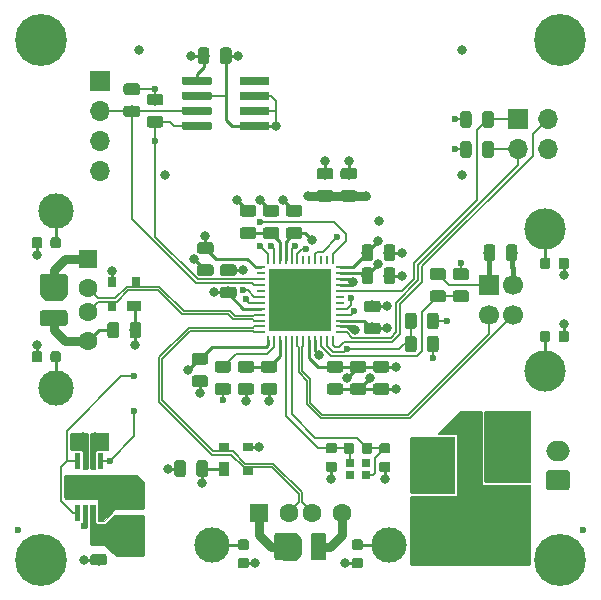
<source format=gbr>
G04 #@! TF.GenerationSoftware,KiCad,Pcbnew,(5.1.4-0-10_14)*
G04 #@! TF.CreationDate,2020-12-07T20:11:59-03:00*
G04 #@! TF.ProjectId,hub_usb_sd,6875625f-7573-4625-9f73-642e6b696361,1.0*
G04 #@! TF.SameCoordinates,Original*
G04 #@! TF.FileFunction,Copper,L4,Bot*
G04 #@! TF.FilePolarity,Positive*
%FSLAX46Y46*%
G04 Gerber Fmt 4.6, Leading zero omitted, Abs format (unit mm)*
G04 Created by KiCad (PCBNEW (5.1.4-0-10_14)) date 2020-12-07 20:11:59*
%MOMM*%
%LPD*%
G04 APERTURE LIST*
%ADD10C,0.600000*%
%ADD11R,5.300000X5.300000*%
%ADD12R,0.280000X0.690000*%
%ADD13R,0.690000X0.280000*%
%ADD14C,0.100000*%
%ADD15C,1.325000*%
%ADD16R,1.700000X1.700000*%
%ADD17C,1.700000*%
%ADD18C,3.500000*%
%ADD19C,0.450000*%
%ADD20C,2.000000*%
%ADD21C,3.000000*%
%ADD22R,1.600000X1.600000*%
%ADD23C,1.600000*%
%ADD24R,3.800000X2.000000*%
%ADD25R,1.500000X2.000000*%
%ADD26O,2.000000X1.700000*%
%ADD27C,0.975000*%
%ADD28C,0.700001*%
%ADD29C,0.875000*%
%ADD30C,1.350000*%
%ADD31O,1.700000X1.700000*%
%ADD32R,0.750000X0.700000*%
%ADD33C,0.700000*%
%ADD34C,4.400000*%
%ADD35R,0.900000X1.200000*%
%ADD36R,0.900000X0.800000*%
%ADD37R,1.200000X0.900000*%
%ADD38R,0.800000X0.900000*%
%ADD39C,0.800000*%
%ADD40C,0.280000*%
%ADD41C,0.200000*%
%ADD42C,0.800000*%
%ADD43C,0.400000*%
%ADD44C,0.450000*%
%ADD45C,0.153000*%
%ADD46C,0.025400*%
%ADD47C,0.254000*%
G04 APERTURE END LIST*
D10*
X146800000Y-93200000D03*
X145900000Y-93200000D03*
X145000000Y-93200000D03*
X144100000Y-93200000D03*
X143200000Y-93200000D03*
X146800000Y-94100000D03*
X145900000Y-94100000D03*
X145000000Y-94100000D03*
X144100000Y-94100000D03*
X143200000Y-94100000D03*
X146800000Y-95000000D03*
X145900000Y-95000000D03*
X145000000Y-95000000D03*
X144100000Y-95000000D03*
X143200000Y-95000000D03*
X146800000Y-95900000D03*
X145900000Y-95900000D03*
X145000000Y-95900000D03*
X144100000Y-95900000D03*
X143200000Y-95900000D03*
X146800000Y-96800000D03*
X145900000Y-96800000D03*
X145000000Y-96800000D03*
X144100000Y-96800000D03*
X143200000Y-96800000D03*
D11*
X145000000Y-95000000D03*
D12*
X142250000Y-98370000D03*
X142750000Y-98370000D03*
X143250000Y-98370000D03*
X143750000Y-98370000D03*
X144250000Y-98370000D03*
X144750000Y-98370000D03*
X145250000Y-98370000D03*
X145750000Y-98370000D03*
X146250000Y-98370000D03*
X146750000Y-98370000D03*
X147250000Y-98370000D03*
X147750000Y-98370000D03*
X147750000Y-91630000D03*
X147250000Y-91630000D03*
X146750000Y-91630000D03*
X146250000Y-91630000D03*
X145750000Y-91630000D03*
X145250000Y-91630000D03*
X144750000Y-91630000D03*
X144250000Y-91630000D03*
X143750000Y-91630000D03*
X143250000Y-91630000D03*
X142750000Y-91630000D03*
X142250000Y-91630000D03*
D13*
X148370000Y-97750000D03*
X148370000Y-97250000D03*
X148370000Y-96750000D03*
X148370000Y-96250000D03*
X148370000Y-95750000D03*
X148370000Y-95250000D03*
X148370000Y-94750000D03*
X148370000Y-94250000D03*
X148370000Y-93750000D03*
X148370000Y-93250000D03*
X148370000Y-92750000D03*
X148370000Y-92250000D03*
X141630000Y-92250000D03*
X141630000Y-92750000D03*
X141630000Y-93250000D03*
X141630000Y-93750000D03*
X141630000Y-94250000D03*
X141630000Y-94750000D03*
X141630000Y-95250000D03*
X141630000Y-95750000D03*
X141630000Y-96250000D03*
X141630000Y-96750000D03*
X141630000Y-97250000D03*
X141630000Y-97750000D03*
D14*
G36*
X131509005Y-111390204D02*
G01*
X131533273Y-111393804D01*
X131557072Y-111399765D01*
X131580171Y-111408030D01*
X131602350Y-111418520D01*
X131623393Y-111431132D01*
X131643099Y-111445747D01*
X131661277Y-111462223D01*
X131677753Y-111480401D01*
X131692368Y-111500107D01*
X131704980Y-111521150D01*
X131715470Y-111543329D01*
X131723735Y-111566428D01*
X131729696Y-111590227D01*
X131733296Y-111614495D01*
X131734500Y-111638999D01*
X131734500Y-112464001D01*
X131733296Y-112488505D01*
X131729696Y-112512773D01*
X131723735Y-112536572D01*
X131715470Y-112559671D01*
X131704980Y-112581850D01*
X131692368Y-112602893D01*
X131677753Y-112622599D01*
X131661277Y-112640777D01*
X131643099Y-112657253D01*
X131623393Y-112671868D01*
X131602350Y-112684480D01*
X131580171Y-112694970D01*
X131557072Y-112703235D01*
X131533273Y-112709196D01*
X131509005Y-112712796D01*
X131484501Y-112714000D01*
X129634499Y-112714000D01*
X129609995Y-112712796D01*
X129585727Y-112709196D01*
X129561928Y-112703235D01*
X129538829Y-112694970D01*
X129516650Y-112684480D01*
X129495607Y-112671868D01*
X129475901Y-112657253D01*
X129457723Y-112640777D01*
X129441247Y-112622599D01*
X129426632Y-112602893D01*
X129414020Y-112581850D01*
X129403530Y-112559671D01*
X129395265Y-112536572D01*
X129389304Y-112512773D01*
X129385704Y-112488505D01*
X129384500Y-112464001D01*
X129384500Y-111638999D01*
X129385704Y-111614495D01*
X129389304Y-111590227D01*
X129395265Y-111566428D01*
X129403530Y-111543329D01*
X129414020Y-111521150D01*
X129426632Y-111500107D01*
X129441247Y-111480401D01*
X129457723Y-111462223D01*
X129475901Y-111445747D01*
X129495607Y-111431132D01*
X129516650Y-111418520D01*
X129538829Y-111408030D01*
X129561928Y-111399765D01*
X129585727Y-111393804D01*
X129609995Y-111390204D01*
X129634499Y-111389000D01*
X131484501Y-111389000D01*
X131509005Y-111390204D01*
X131509005Y-111390204D01*
G37*
D15*
X130559500Y-112051500D03*
D14*
G36*
X131509005Y-114465204D02*
G01*
X131533273Y-114468804D01*
X131557072Y-114474765D01*
X131580171Y-114483030D01*
X131602350Y-114493520D01*
X131623393Y-114506132D01*
X131643099Y-114520747D01*
X131661277Y-114537223D01*
X131677753Y-114555401D01*
X131692368Y-114575107D01*
X131704980Y-114596150D01*
X131715470Y-114618329D01*
X131723735Y-114641428D01*
X131729696Y-114665227D01*
X131733296Y-114689495D01*
X131734500Y-114713999D01*
X131734500Y-115539001D01*
X131733296Y-115563505D01*
X131729696Y-115587773D01*
X131723735Y-115611572D01*
X131715470Y-115634671D01*
X131704980Y-115656850D01*
X131692368Y-115677893D01*
X131677753Y-115697599D01*
X131661277Y-115715777D01*
X131643099Y-115732253D01*
X131623393Y-115746868D01*
X131602350Y-115759480D01*
X131580171Y-115769970D01*
X131557072Y-115778235D01*
X131533273Y-115784196D01*
X131509005Y-115787796D01*
X131484501Y-115789000D01*
X129634499Y-115789000D01*
X129609995Y-115787796D01*
X129585727Y-115784196D01*
X129561928Y-115778235D01*
X129538829Y-115769970D01*
X129516650Y-115759480D01*
X129495607Y-115746868D01*
X129475901Y-115732253D01*
X129457723Y-115715777D01*
X129441247Y-115697599D01*
X129426632Y-115677893D01*
X129414020Y-115656850D01*
X129403530Y-115634671D01*
X129395265Y-115611572D01*
X129389304Y-115587773D01*
X129385704Y-115563505D01*
X129384500Y-115539001D01*
X129384500Y-114713999D01*
X129385704Y-114689495D01*
X129389304Y-114665227D01*
X129395265Y-114641428D01*
X129403530Y-114618329D01*
X129414020Y-114596150D01*
X129426632Y-114575107D01*
X129441247Y-114555401D01*
X129457723Y-114537223D01*
X129475901Y-114520747D01*
X129495607Y-114506132D01*
X129516650Y-114493520D01*
X129538829Y-114483030D01*
X129561928Y-114474765D01*
X129585727Y-114468804D01*
X129609995Y-114465204D01*
X129634499Y-114464000D01*
X131484501Y-114464000D01*
X131509005Y-114465204D01*
X131509005Y-114465204D01*
G37*
D15*
X130559500Y-115126500D03*
D16*
X161010000Y-93750000D03*
D17*
X161010000Y-96250000D03*
X163010000Y-96250000D03*
X163010000Y-93750000D03*
D18*
X165720000Y-88980000D03*
X165720000Y-101020000D03*
D14*
G36*
X128264946Y-107934241D02*
G01*
X128269795Y-107934960D01*
X128274550Y-107936151D01*
X128279165Y-107937802D01*
X128283596Y-107939898D01*
X128287801Y-107942418D01*
X128291738Y-107945338D01*
X128295370Y-107948630D01*
X128298662Y-107952262D01*
X128301582Y-107956199D01*
X128304102Y-107960404D01*
X128306198Y-107964835D01*
X128307849Y-107969450D01*
X128309040Y-107974205D01*
X128309759Y-107979054D01*
X128310000Y-107983950D01*
X128310000Y-109284050D01*
X128309759Y-109288946D01*
X128309040Y-109293795D01*
X128307849Y-109298550D01*
X128306198Y-109303165D01*
X128304102Y-109307596D01*
X128301582Y-109311801D01*
X128298662Y-109315738D01*
X128295370Y-109319370D01*
X128291738Y-109322662D01*
X128287801Y-109325582D01*
X128283596Y-109328102D01*
X128279165Y-109330198D01*
X128274550Y-109331849D01*
X128269795Y-109333040D01*
X128264946Y-109333759D01*
X128260050Y-109334000D01*
X127909950Y-109334000D01*
X127905054Y-109333759D01*
X127900205Y-109333040D01*
X127895450Y-109331849D01*
X127890835Y-109330198D01*
X127886404Y-109328102D01*
X127882199Y-109325582D01*
X127878262Y-109322662D01*
X127874630Y-109319370D01*
X127871338Y-109315738D01*
X127868418Y-109311801D01*
X127865898Y-109307596D01*
X127863802Y-109303165D01*
X127862151Y-109298550D01*
X127860960Y-109293795D01*
X127860241Y-109288946D01*
X127860000Y-109284050D01*
X127860000Y-107983950D01*
X127860241Y-107979054D01*
X127860960Y-107974205D01*
X127862151Y-107969450D01*
X127863802Y-107964835D01*
X127865898Y-107960404D01*
X127868418Y-107956199D01*
X127871338Y-107952262D01*
X127874630Y-107948630D01*
X127878262Y-107945338D01*
X127882199Y-107942418D01*
X127886404Y-107939898D01*
X127890835Y-107937802D01*
X127895450Y-107936151D01*
X127900205Y-107934960D01*
X127905054Y-107934241D01*
X127909950Y-107934000D01*
X128260050Y-107934000D01*
X128264946Y-107934241D01*
X128264946Y-107934241D01*
G37*
D19*
X128085000Y-108634000D03*
D14*
G36*
X127614946Y-107934241D02*
G01*
X127619795Y-107934960D01*
X127624550Y-107936151D01*
X127629165Y-107937802D01*
X127633596Y-107939898D01*
X127637801Y-107942418D01*
X127641738Y-107945338D01*
X127645370Y-107948630D01*
X127648662Y-107952262D01*
X127651582Y-107956199D01*
X127654102Y-107960404D01*
X127656198Y-107964835D01*
X127657849Y-107969450D01*
X127659040Y-107974205D01*
X127659759Y-107979054D01*
X127660000Y-107983950D01*
X127660000Y-109284050D01*
X127659759Y-109288946D01*
X127659040Y-109293795D01*
X127657849Y-109298550D01*
X127656198Y-109303165D01*
X127654102Y-109307596D01*
X127651582Y-109311801D01*
X127648662Y-109315738D01*
X127645370Y-109319370D01*
X127641738Y-109322662D01*
X127637801Y-109325582D01*
X127633596Y-109328102D01*
X127629165Y-109330198D01*
X127624550Y-109331849D01*
X127619795Y-109333040D01*
X127614946Y-109333759D01*
X127610050Y-109334000D01*
X127259950Y-109334000D01*
X127255054Y-109333759D01*
X127250205Y-109333040D01*
X127245450Y-109331849D01*
X127240835Y-109330198D01*
X127236404Y-109328102D01*
X127232199Y-109325582D01*
X127228262Y-109322662D01*
X127224630Y-109319370D01*
X127221338Y-109315738D01*
X127218418Y-109311801D01*
X127215898Y-109307596D01*
X127213802Y-109303165D01*
X127212151Y-109298550D01*
X127210960Y-109293795D01*
X127210241Y-109288946D01*
X127210000Y-109284050D01*
X127210000Y-107983950D01*
X127210241Y-107979054D01*
X127210960Y-107974205D01*
X127212151Y-107969450D01*
X127213802Y-107964835D01*
X127215898Y-107960404D01*
X127218418Y-107956199D01*
X127221338Y-107952262D01*
X127224630Y-107948630D01*
X127228262Y-107945338D01*
X127232199Y-107942418D01*
X127236404Y-107939898D01*
X127240835Y-107937802D01*
X127245450Y-107936151D01*
X127250205Y-107934960D01*
X127255054Y-107934241D01*
X127259950Y-107934000D01*
X127610050Y-107934000D01*
X127614946Y-107934241D01*
X127614946Y-107934241D01*
G37*
D19*
X127435000Y-108634000D03*
D14*
G36*
X126964946Y-107934241D02*
G01*
X126969795Y-107934960D01*
X126974550Y-107936151D01*
X126979165Y-107937802D01*
X126983596Y-107939898D01*
X126987801Y-107942418D01*
X126991738Y-107945338D01*
X126995370Y-107948630D01*
X126998662Y-107952262D01*
X127001582Y-107956199D01*
X127004102Y-107960404D01*
X127006198Y-107964835D01*
X127007849Y-107969450D01*
X127009040Y-107974205D01*
X127009759Y-107979054D01*
X127010000Y-107983950D01*
X127010000Y-109284050D01*
X127009759Y-109288946D01*
X127009040Y-109293795D01*
X127007849Y-109298550D01*
X127006198Y-109303165D01*
X127004102Y-109307596D01*
X127001582Y-109311801D01*
X126998662Y-109315738D01*
X126995370Y-109319370D01*
X126991738Y-109322662D01*
X126987801Y-109325582D01*
X126983596Y-109328102D01*
X126979165Y-109330198D01*
X126974550Y-109331849D01*
X126969795Y-109333040D01*
X126964946Y-109333759D01*
X126960050Y-109334000D01*
X126609950Y-109334000D01*
X126605054Y-109333759D01*
X126600205Y-109333040D01*
X126595450Y-109331849D01*
X126590835Y-109330198D01*
X126586404Y-109328102D01*
X126582199Y-109325582D01*
X126578262Y-109322662D01*
X126574630Y-109319370D01*
X126571338Y-109315738D01*
X126568418Y-109311801D01*
X126565898Y-109307596D01*
X126563802Y-109303165D01*
X126562151Y-109298550D01*
X126560960Y-109293795D01*
X126560241Y-109288946D01*
X126560000Y-109284050D01*
X126560000Y-107983950D01*
X126560241Y-107979054D01*
X126560960Y-107974205D01*
X126562151Y-107969450D01*
X126563802Y-107964835D01*
X126565898Y-107960404D01*
X126568418Y-107956199D01*
X126571338Y-107952262D01*
X126574630Y-107948630D01*
X126578262Y-107945338D01*
X126582199Y-107942418D01*
X126586404Y-107939898D01*
X126590835Y-107937802D01*
X126595450Y-107936151D01*
X126600205Y-107934960D01*
X126605054Y-107934241D01*
X126609950Y-107934000D01*
X126960050Y-107934000D01*
X126964946Y-107934241D01*
X126964946Y-107934241D01*
G37*
D19*
X126785000Y-108634000D03*
D14*
G36*
X126314946Y-107934241D02*
G01*
X126319795Y-107934960D01*
X126324550Y-107936151D01*
X126329165Y-107937802D01*
X126333596Y-107939898D01*
X126337801Y-107942418D01*
X126341738Y-107945338D01*
X126345370Y-107948630D01*
X126348662Y-107952262D01*
X126351582Y-107956199D01*
X126354102Y-107960404D01*
X126356198Y-107964835D01*
X126357849Y-107969450D01*
X126359040Y-107974205D01*
X126359759Y-107979054D01*
X126360000Y-107983950D01*
X126360000Y-109284050D01*
X126359759Y-109288946D01*
X126359040Y-109293795D01*
X126357849Y-109298550D01*
X126356198Y-109303165D01*
X126354102Y-109307596D01*
X126351582Y-109311801D01*
X126348662Y-109315738D01*
X126345370Y-109319370D01*
X126341738Y-109322662D01*
X126337801Y-109325582D01*
X126333596Y-109328102D01*
X126329165Y-109330198D01*
X126324550Y-109331849D01*
X126319795Y-109333040D01*
X126314946Y-109333759D01*
X126310050Y-109334000D01*
X125959950Y-109334000D01*
X125955054Y-109333759D01*
X125950205Y-109333040D01*
X125945450Y-109331849D01*
X125940835Y-109330198D01*
X125936404Y-109328102D01*
X125932199Y-109325582D01*
X125928262Y-109322662D01*
X125924630Y-109319370D01*
X125921338Y-109315738D01*
X125918418Y-109311801D01*
X125915898Y-109307596D01*
X125913802Y-109303165D01*
X125912151Y-109298550D01*
X125910960Y-109293795D01*
X125910241Y-109288946D01*
X125910000Y-109284050D01*
X125910000Y-107983950D01*
X125910241Y-107979054D01*
X125910960Y-107974205D01*
X125912151Y-107969450D01*
X125913802Y-107964835D01*
X125915898Y-107960404D01*
X125918418Y-107956199D01*
X125921338Y-107952262D01*
X125924630Y-107948630D01*
X125928262Y-107945338D01*
X125932199Y-107942418D01*
X125936404Y-107939898D01*
X125940835Y-107937802D01*
X125945450Y-107936151D01*
X125950205Y-107934960D01*
X125955054Y-107934241D01*
X125959950Y-107934000D01*
X126310050Y-107934000D01*
X126314946Y-107934241D01*
X126314946Y-107934241D01*
G37*
D19*
X126135000Y-108634000D03*
D14*
G36*
X126314946Y-112334241D02*
G01*
X126319795Y-112334960D01*
X126324550Y-112336151D01*
X126329165Y-112337802D01*
X126333596Y-112339898D01*
X126337801Y-112342418D01*
X126341738Y-112345338D01*
X126345370Y-112348630D01*
X126348662Y-112352262D01*
X126351582Y-112356199D01*
X126354102Y-112360404D01*
X126356198Y-112364835D01*
X126357849Y-112369450D01*
X126359040Y-112374205D01*
X126359759Y-112379054D01*
X126360000Y-112383950D01*
X126360000Y-113684050D01*
X126359759Y-113688946D01*
X126359040Y-113693795D01*
X126357849Y-113698550D01*
X126356198Y-113703165D01*
X126354102Y-113707596D01*
X126351582Y-113711801D01*
X126348662Y-113715738D01*
X126345370Y-113719370D01*
X126341738Y-113722662D01*
X126337801Y-113725582D01*
X126333596Y-113728102D01*
X126329165Y-113730198D01*
X126324550Y-113731849D01*
X126319795Y-113733040D01*
X126314946Y-113733759D01*
X126310050Y-113734000D01*
X125959950Y-113734000D01*
X125955054Y-113733759D01*
X125950205Y-113733040D01*
X125945450Y-113731849D01*
X125940835Y-113730198D01*
X125936404Y-113728102D01*
X125932199Y-113725582D01*
X125928262Y-113722662D01*
X125924630Y-113719370D01*
X125921338Y-113715738D01*
X125918418Y-113711801D01*
X125915898Y-113707596D01*
X125913802Y-113703165D01*
X125912151Y-113698550D01*
X125910960Y-113693795D01*
X125910241Y-113688946D01*
X125910000Y-113684050D01*
X125910000Y-112383950D01*
X125910241Y-112379054D01*
X125910960Y-112374205D01*
X125912151Y-112369450D01*
X125913802Y-112364835D01*
X125915898Y-112360404D01*
X125918418Y-112356199D01*
X125921338Y-112352262D01*
X125924630Y-112348630D01*
X125928262Y-112345338D01*
X125932199Y-112342418D01*
X125936404Y-112339898D01*
X125940835Y-112337802D01*
X125945450Y-112336151D01*
X125950205Y-112334960D01*
X125955054Y-112334241D01*
X125959950Y-112334000D01*
X126310050Y-112334000D01*
X126314946Y-112334241D01*
X126314946Y-112334241D01*
G37*
D19*
X126135000Y-113034000D03*
D14*
G36*
X126964946Y-112334241D02*
G01*
X126969795Y-112334960D01*
X126974550Y-112336151D01*
X126979165Y-112337802D01*
X126983596Y-112339898D01*
X126987801Y-112342418D01*
X126991738Y-112345338D01*
X126995370Y-112348630D01*
X126998662Y-112352262D01*
X127001582Y-112356199D01*
X127004102Y-112360404D01*
X127006198Y-112364835D01*
X127007849Y-112369450D01*
X127009040Y-112374205D01*
X127009759Y-112379054D01*
X127010000Y-112383950D01*
X127010000Y-113684050D01*
X127009759Y-113688946D01*
X127009040Y-113693795D01*
X127007849Y-113698550D01*
X127006198Y-113703165D01*
X127004102Y-113707596D01*
X127001582Y-113711801D01*
X126998662Y-113715738D01*
X126995370Y-113719370D01*
X126991738Y-113722662D01*
X126987801Y-113725582D01*
X126983596Y-113728102D01*
X126979165Y-113730198D01*
X126974550Y-113731849D01*
X126969795Y-113733040D01*
X126964946Y-113733759D01*
X126960050Y-113734000D01*
X126609950Y-113734000D01*
X126605054Y-113733759D01*
X126600205Y-113733040D01*
X126595450Y-113731849D01*
X126590835Y-113730198D01*
X126586404Y-113728102D01*
X126582199Y-113725582D01*
X126578262Y-113722662D01*
X126574630Y-113719370D01*
X126571338Y-113715738D01*
X126568418Y-113711801D01*
X126565898Y-113707596D01*
X126563802Y-113703165D01*
X126562151Y-113698550D01*
X126560960Y-113693795D01*
X126560241Y-113688946D01*
X126560000Y-113684050D01*
X126560000Y-112383950D01*
X126560241Y-112379054D01*
X126560960Y-112374205D01*
X126562151Y-112369450D01*
X126563802Y-112364835D01*
X126565898Y-112360404D01*
X126568418Y-112356199D01*
X126571338Y-112352262D01*
X126574630Y-112348630D01*
X126578262Y-112345338D01*
X126582199Y-112342418D01*
X126586404Y-112339898D01*
X126590835Y-112337802D01*
X126595450Y-112336151D01*
X126600205Y-112334960D01*
X126605054Y-112334241D01*
X126609950Y-112334000D01*
X126960050Y-112334000D01*
X126964946Y-112334241D01*
X126964946Y-112334241D01*
G37*
D19*
X126785000Y-113034000D03*
D14*
G36*
X127614946Y-112334241D02*
G01*
X127619795Y-112334960D01*
X127624550Y-112336151D01*
X127629165Y-112337802D01*
X127633596Y-112339898D01*
X127637801Y-112342418D01*
X127641738Y-112345338D01*
X127645370Y-112348630D01*
X127648662Y-112352262D01*
X127651582Y-112356199D01*
X127654102Y-112360404D01*
X127656198Y-112364835D01*
X127657849Y-112369450D01*
X127659040Y-112374205D01*
X127659759Y-112379054D01*
X127660000Y-112383950D01*
X127660000Y-113684050D01*
X127659759Y-113688946D01*
X127659040Y-113693795D01*
X127657849Y-113698550D01*
X127656198Y-113703165D01*
X127654102Y-113707596D01*
X127651582Y-113711801D01*
X127648662Y-113715738D01*
X127645370Y-113719370D01*
X127641738Y-113722662D01*
X127637801Y-113725582D01*
X127633596Y-113728102D01*
X127629165Y-113730198D01*
X127624550Y-113731849D01*
X127619795Y-113733040D01*
X127614946Y-113733759D01*
X127610050Y-113734000D01*
X127259950Y-113734000D01*
X127255054Y-113733759D01*
X127250205Y-113733040D01*
X127245450Y-113731849D01*
X127240835Y-113730198D01*
X127236404Y-113728102D01*
X127232199Y-113725582D01*
X127228262Y-113722662D01*
X127224630Y-113719370D01*
X127221338Y-113715738D01*
X127218418Y-113711801D01*
X127215898Y-113707596D01*
X127213802Y-113703165D01*
X127212151Y-113698550D01*
X127210960Y-113693795D01*
X127210241Y-113688946D01*
X127210000Y-113684050D01*
X127210000Y-112383950D01*
X127210241Y-112379054D01*
X127210960Y-112374205D01*
X127212151Y-112369450D01*
X127213802Y-112364835D01*
X127215898Y-112360404D01*
X127218418Y-112356199D01*
X127221338Y-112352262D01*
X127224630Y-112348630D01*
X127228262Y-112345338D01*
X127232199Y-112342418D01*
X127236404Y-112339898D01*
X127240835Y-112337802D01*
X127245450Y-112336151D01*
X127250205Y-112334960D01*
X127255054Y-112334241D01*
X127259950Y-112334000D01*
X127610050Y-112334000D01*
X127614946Y-112334241D01*
X127614946Y-112334241D01*
G37*
D19*
X127435000Y-113034000D03*
D14*
G36*
X128264946Y-112334241D02*
G01*
X128269795Y-112334960D01*
X128274550Y-112336151D01*
X128279165Y-112337802D01*
X128283596Y-112339898D01*
X128287801Y-112342418D01*
X128291738Y-112345338D01*
X128295370Y-112348630D01*
X128298662Y-112352262D01*
X128301582Y-112356199D01*
X128304102Y-112360404D01*
X128306198Y-112364835D01*
X128307849Y-112369450D01*
X128309040Y-112374205D01*
X128309759Y-112379054D01*
X128310000Y-112383950D01*
X128310000Y-113684050D01*
X128309759Y-113688946D01*
X128309040Y-113693795D01*
X128307849Y-113698550D01*
X128306198Y-113703165D01*
X128304102Y-113707596D01*
X128301582Y-113711801D01*
X128298662Y-113715738D01*
X128295370Y-113719370D01*
X128291738Y-113722662D01*
X128287801Y-113725582D01*
X128283596Y-113728102D01*
X128279165Y-113730198D01*
X128274550Y-113731849D01*
X128269795Y-113733040D01*
X128264946Y-113733759D01*
X128260050Y-113734000D01*
X127909950Y-113734000D01*
X127905054Y-113733759D01*
X127900205Y-113733040D01*
X127895450Y-113731849D01*
X127890835Y-113730198D01*
X127886404Y-113728102D01*
X127882199Y-113725582D01*
X127878262Y-113722662D01*
X127874630Y-113719370D01*
X127871338Y-113715738D01*
X127868418Y-113711801D01*
X127865898Y-113707596D01*
X127863802Y-113703165D01*
X127862151Y-113698550D01*
X127860960Y-113693795D01*
X127860241Y-113688946D01*
X127860000Y-113684050D01*
X127860000Y-112383950D01*
X127860241Y-112379054D01*
X127860960Y-112374205D01*
X127862151Y-112369450D01*
X127863802Y-112364835D01*
X127865898Y-112360404D01*
X127868418Y-112356199D01*
X127871338Y-112352262D01*
X127874630Y-112348630D01*
X127878262Y-112345338D01*
X127882199Y-112342418D01*
X127886404Y-112339898D01*
X127890835Y-112337802D01*
X127895450Y-112336151D01*
X127900205Y-112334960D01*
X127905054Y-112334241D01*
X127909950Y-112334000D01*
X128260050Y-112334000D01*
X128264946Y-112334241D01*
X128264946Y-112334241D01*
G37*
D19*
X128085000Y-113034000D03*
D14*
G36*
X128214901Y-109834241D02*
G01*
X128219755Y-109834961D01*
X128224514Y-109836153D01*
X128229134Y-109837806D01*
X128233570Y-109839904D01*
X128237779Y-109842427D01*
X128241720Y-109845349D01*
X128245355Y-109848645D01*
X128248651Y-109852280D01*
X128251573Y-109856221D01*
X128254096Y-109860430D01*
X128256194Y-109864866D01*
X128257847Y-109869486D01*
X128259039Y-109874245D01*
X128259759Y-109879099D01*
X128260000Y-109884000D01*
X128260000Y-111784000D01*
X128259759Y-111788901D01*
X128259039Y-111793755D01*
X128257847Y-111798514D01*
X128256194Y-111803134D01*
X128254096Y-111807570D01*
X128251573Y-111811779D01*
X128248651Y-111815720D01*
X128245355Y-111819355D01*
X128241720Y-111822651D01*
X128237779Y-111825573D01*
X128233570Y-111828096D01*
X128229134Y-111830194D01*
X128224514Y-111831847D01*
X128219755Y-111833039D01*
X128214901Y-111833759D01*
X128210000Y-111834000D01*
X126010000Y-111834000D01*
X126005099Y-111833759D01*
X126000245Y-111833039D01*
X125995486Y-111831847D01*
X125990866Y-111830194D01*
X125986430Y-111828096D01*
X125982221Y-111825573D01*
X125978280Y-111822651D01*
X125974645Y-111819355D01*
X125971349Y-111815720D01*
X125968427Y-111811779D01*
X125965904Y-111807570D01*
X125963806Y-111803134D01*
X125962153Y-111798514D01*
X125960961Y-111793755D01*
X125960241Y-111788901D01*
X125960000Y-111784000D01*
X125960000Y-109884000D01*
X125960241Y-109879099D01*
X125960961Y-109874245D01*
X125962153Y-109869486D01*
X125963806Y-109864866D01*
X125965904Y-109860430D01*
X125968427Y-109856221D01*
X125971349Y-109852280D01*
X125974645Y-109848645D01*
X125978280Y-109845349D01*
X125982221Y-109842427D01*
X125986430Y-109839904D01*
X125990866Y-109837806D01*
X125995486Y-109836153D01*
X126000245Y-109834961D01*
X126005099Y-109834241D01*
X126010000Y-109834000D01*
X128210000Y-109834000D01*
X128214901Y-109834241D01*
X128214901Y-109834241D01*
G37*
D20*
X127110000Y-110834000D03*
D21*
X124280000Y-102500000D03*
X124280000Y-87500000D03*
D22*
X126990000Y-91500000D03*
D23*
X126990000Y-94000000D03*
X126990000Y-96000000D03*
X126990000Y-98500000D03*
D24*
X159606000Y-115766000D03*
D25*
X159606000Y-109466000D03*
X161906000Y-109466000D03*
X157306000Y-109466000D03*
D26*
X166800000Y-107760000D03*
D14*
G36*
X167574504Y-109411204D02*
G01*
X167598773Y-109414804D01*
X167622571Y-109420765D01*
X167645671Y-109429030D01*
X167667849Y-109439520D01*
X167688893Y-109452133D01*
X167708598Y-109466747D01*
X167726777Y-109483223D01*
X167743253Y-109501402D01*
X167757867Y-109521107D01*
X167770480Y-109542151D01*
X167780970Y-109564329D01*
X167789235Y-109587429D01*
X167795196Y-109611227D01*
X167798796Y-109635496D01*
X167800000Y-109660000D01*
X167800000Y-110860000D01*
X167798796Y-110884504D01*
X167795196Y-110908773D01*
X167789235Y-110932571D01*
X167780970Y-110955671D01*
X167770480Y-110977849D01*
X167757867Y-110998893D01*
X167743253Y-111018598D01*
X167726777Y-111036777D01*
X167708598Y-111053253D01*
X167688893Y-111067867D01*
X167667849Y-111080480D01*
X167645671Y-111090970D01*
X167622571Y-111099235D01*
X167598773Y-111105196D01*
X167574504Y-111108796D01*
X167550000Y-111110000D01*
X166050000Y-111110000D01*
X166025496Y-111108796D01*
X166001227Y-111105196D01*
X165977429Y-111099235D01*
X165954329Y-111090970D01*
X165932151Y-111080480D01*
X165911107Y-111067867D01*
X165891402Y-111053253D01*
X165873223Y-111036777D01*
X165856747Y-111018598D01*
X165842133Y-110998893D01*
X165829520Y-110977849D01*
X165819030Y-110955671D01*
X165810765Y-110932571D01*
X165804804Y-110908773D01*
X165801204Y-110884504D01*
X165800000Y-110860000D01*
X165800000Y-109660000D01*
X165801204Y-109635496D01*
X165804804Y-109611227D01*
X165810765Y-109587429D01*
X165819030Y-109564329D01*
X165829520Y-109542151D01*
X165842133Y-109521107D01*
X165856747Y-109501402D01*
X165873223Y-109483223D01*
X165891402Y-109466747D01*
X165911107Y-109452133D01*
X165932151Y-109439520D01*
X165954329Y-109429030D01*
X165977429Y-109420765D01*
X166001227Y-109414804D01*
X166025496Y-109411204D01*
X166050000Y-109410000D01*
X167550000Y-109410000D01*
X167574504Y-109411204D01*
X167574504Y-109411204D01*
G37*
D17*
X166800000Y-110260000D03*
D14*
G36*
X133188142Y-79441174D02*
G01*
X133211803Y-79444684D01*
X133235007Y-79450496D01*
X133257529Y-79458554D01*
X133279153Y-79468782D01*
X133299670Y-79481079D01*
X133318883Y-79495329D01*
X133336607Y-79511393D01*
X133352671Y-79529117D01*
X133366921Y-79548330D01*
X133379218Y-79568847D01*
X133389446Y-79590471D01*
X133397504Y-79612993D01*
X133403316Y-79636197D01*
X133406826Y-79659858D01*
X133408000Y-79683750D01*
X133408000Y-80171250D01*
X133406826Y-80195142D01*
X133403316Y-80218803D01*
X133397504Y-80242007D01*
X133389446Y-80264529D01*
X133379218Y-80286153D01*
X133366921Y-80306670D01*
X133352671Y-80325883D01*
X133336607Y-80343607D01*
X133318883Y-80359671D01*
X133299670Y-80373921D01*
X133279153Y-80386218D01*
X133257529Y-80396446D01*
X133235007Y-80404504D01*
X133211803Y-80410316D01*
X133188142Y-80413826D01*
X133164250Y-80415000D01*
X132251750Y-80415000D01*
X132227858Y-80413826D01*
X132204197Y-80410316D01*
X132180993Y-80404504D01*
X132158471Y-80396446D01*
X132136847Y-80386218D01*
X132116330Y-80373921D01*
X132097117Y-80359671D01*
X132079393Y-80343607D01*
X132063329Y-80325883D01*
X132049079Y-80306670D01*
X132036782Y-80286153D01*
X132026554Y-80264529D01*
X132018496Y-80242007D01*
X132012684Y-80218803D01*
X132009174Y-80195142D01*
X132008000Y-80171250D01*
X132008000Y-79683750D01*
X132009174Y-79659858D01*
X132012684Y-79636197D01*
X132018496Y-79612993D01*
X132026554Y-79590471D01*
X132036782Y-79568847D01*
X132049079Y-79548330D01*
X132063329Y-79529117D01*
X132079393Y-79511393D01*
X132097117Y-79495329D01*
X132116330Y-79481079D01*
X132136847Y-79468782D01*
X132158471Y-79458554D01*
X132180993Y-79450496D01*
X132204197Y-79444684D01*
X132227858Y-79441174D01*
X132251750Y-79440000D01*
X133164250Y-79440000D01*
X133188142Y-79441174D01*
X133188142Y-79441174D01*
G37*
D27*
X132708000Y-79927500D03*
D14*
G36*
X133188142Y-77566174D02*
G01*
X133211803Y-77569684D01*
X133235007Y-77575496D01*
X133257529Y-77583554D01*
X133279153Y-77593782D01*
X133299670Y-77606079D01*
X133318883Y-77620329D01*
X133336607Y-77636393D01*
X133352671Y-77654117D01*
X133366921Y-77673330D01*
X133379218Y-77693847D01*
X133389446Y-77715471D01*
X133397504Y-77737993D01*
X133403316Y-77761197D01*
X133406826Y-77784858D01*
X133408000Y-77808750D01*
X133408000Y-78296250D01*
X133406826Y-78320142D01*
X133403316Y-78343803D01*
X133397504Y-78367007D01*
X133389446Y-78389529D01*
X133379218Y-78411153D01*
X133366921Y-78431670D01*
X133352671Y-78450883D01*
X133336607Y-78468607D01*
X133318883Y-78484671D01*
X133299670Y-78498921D01*
X133279153Y-78511218D01*
X133257529Y-78521446D01*
X133235007Y-78529504D01*
X133211803Y-78535316D01*
X133188142Y-78538826D01*
X133164250Y-78540000D01*
X132251750Y-78540000D01*
X132227858Y-78538826D01*
X132204197Y-78535316D01*
X132180993Y-78529504D01*
X132158471Y-78521446D01*
X132136847Y-78511218D01*
X132116330Y-78498921D01*
X132097117Y-78484671D01*
X132079393Y-78468607D01*
X132063329Y-78450883D01*
X132049079Y-78431670D01*
X132036782Y-78411153D01*
X132026554Y-78389529D01*
X132018496Y-78367007D01*
X132012684Y-78343803D01*
X132009174Y-78320142D01*
X132008000Y-78296250D01*
X132008000Y-77808750D01*
X132009174Y-77784858D01*
X132012684Y-77761197D01*
X132018496Y-77737993D01*
X132026554Y-77715471D01*
X132036782Y-77693847D01*
X132049079Y-77673330D01*
X132063329Y-77654117D01*
X132079393Y-77636393D01*
X132097117Y-77620329D01*
X132116330Y-77606079D01*
X132136847Y-77593782D01*
X132158471Y-77583554D01*
X132180993Y-77575496D01*
X132204197Y-77569684D01*
X132227858Y-77566174D01*
X132251750Y-77565000D01*
X133164250Y-77565000D01*
X133188142Y-77566174D01*
X133188142Y-77566174D01*
G37*
D27*
X132708000Y-78052500D03*
D14*
G36*
X137356722Y-79910674D02*
G01*
X137370313Y-79912690D01*
X137383640Y-79916028D01*
X137396576Y-79920657D01*
X137408996Y-79926531D01*
X137420780Y-79933594D01*
X137431815Y-79941779D01*
X137441995Y-79951005D01*
X137451221Y-79961185D01*
X137459406Y-79972220D01*
X137466469Y-79984004D01*
X137472343Y-79996424D01*
X137476972Y-80009360D01*
X137480310Y-80022687D01*
X137482326Y-80036278D01*
X137483000Y-80050000D01*
X137483000Y-80470000D01*
X137482326Y-80483722D01*
X137480310Y-80497313D01*
X137476972Y-80510640D01*
X137472343Y-80523576D01*
X137466469Y-80535996D01*
X137459406Y-80547780D01*
X137451221Y-80558815D01*
X137441995Y-80568995D01*
X137431815Y-80578221D01*
X137420780Y-80586406D01*
X137408996Y-80593469D01*
X137396576Y-80599343D01*
X137383640Y-80603972D01*
X137370313Y-80607310D01*
X137356722Y-80609326D01*
X137343000Y-80610000D01*
X135123000Y-80610000D01*
X135109278Y-80609326D01*
X135095687Y-80607310D01*
X135082360Y-80603972D01*
X135069424Y-80599343D01*
X135057004Y-80593469D01*
X135045220Y-80586406D01*
X135034185Y-80578221D01*
X135024005Y-80568995D01*
X135014779Y-80558815D01*
X135006594Y-80547780D01*
X134999531Y-80535996D01*
X134993657Y-80523576D01*
X134989028Y-80510640D01*
X134985690Y-80497313D01*
X134983674Y-80483722D01*
X134983000Y-80470000D01*
X134983000Y-80050000D01*
X134983674Y-80036278D01*
X134985690Y-80022687D01*
X134989028Y-80009360D01*
X134993657Y-79996424D01*
X134999531Y-79984004D01*
X135006594Y-79972220D01*
X135014779Y-79961185D01*
X135024005Y-79951005D01*
X135034185Y-79941779D01*
X135045220Y-79933594D01*
X135057004Y-79926531D01*
X135069424Y-79920657D01*
X135082360Y-79916028D01*
X135095687Y-79912690D01*
X135109278Y-79910674D01*
X135123000Y-79910000D01*
X137343000Y-79910000D01*
X137356722Y-79910674D01*
X137356722Y-79910674D01*
G37*
D28*
X136233000Y-80260000D03*
D14*
G36*
X137356722Y-78640674D02*
G01*
X137370313Y-78642690D01*
X137383640Y-78646028D01*
X137396576Y-78650657D01*
X137408996Y-78656531D01*
X137420780Y-78663594D01*
X137431815Y-78671779D01*
X137441995Y-78681005D01*
X137451221Y-78691185D01*
X137459406Y-78702220D01*
X137466469Y-78714004D01*
X137472343Y-78726424D01*
X137476972Y-78739360D01*
X137480310Y-78752687D01*
X137482326Y-78766278D01*
X137483000Y-78780000D01*
X137483000Y-79200000D01*
X137482326Y-79213722D01*
X137480310Y-79227313D01*
X137476972Y-79240640D01*
X137472343Y-79253576D01*
X137466469Y-79265996D01*
X137459406Y-79277780D01*
X137451221Y-79288815D01*
X137441995Y-79298995D01*
X137431815Y-79308221D01*
X137420780Y-79316406D01*
X137408996Y-79323469D01*
X137396576Y-79329343D01*
X137383640Y-79333972D01*
X137370313Y-79337310D01*
X137356722Y-79339326D01*
X137343000Y-79340000D01*
X135123000Y-79340000D01*
X135109278Y-79339326D01*
X135095687Y-79337310D01*
X135082360Y-79333972D01*
X135069424Y-79329343D01*
X135057004Y-79323469D01*
X135045220Y-79316406D01*
X135034185Y-79308221D01*
X135024005Y-79298995D01*
X135014779Y-79288815D01*
X135006594Y-79277780D01*
X134999531Y-79265996D01*
X134993657Y-79253576D01*
X134989028Y-79240640D01*
X134985690Y-79227313D01*
X134983674Y-79213722D01*
X134983000Y-79200000D01*
X134983000Y-78780000D01*
X134983674Y-78766278D01*
X134985690Y-78752687D01*
X134989028Y-78739360D01*
X134993657Y-78726424D01*
X134999531Y-78714004D01*
X135006594Y-78702220D01*
X135014779Y-78691185D01*
X135024005Y-78681005D01*
X135034185Y-78671779D01*
X135045220Y-78663594D01*
X135057004Y-78656531D01*
X135069424Y-78650657D01*
X135082360Y-78646028D01*
X135095687Y-78642690D01*
X135109278Y-78640674D01*
X135123000Y-78640000D01*
X137343000Y-78640000D01*
X137356722Y-78640674D01*
X137356722Y-78640674D01*
G37*
D28*
X136233000Y-78990000D03*
D14*
G36*
X137356722Y-77370674D02*
G01*
X137370313Y-77372690D01*
X137383640Y-77376028D01*
X137396576Y-77380657D01*
X137408996Y-77386531D01*
X137420780Y-77393594D01*
X137431815Y-77401779D01*
X137441995Y-77411005D01*
X137451221Y-77421185D01*
X137459406Y-77432220D01*
X137466469Y-77444004D01*
X137472343Y-77456424D01*
X137476972Y-77469360D01*
X137480310Y-77482687D01*
X137482326Y-77496278D01*
X137483000Y-77510000D01*
X137483000Y-77930000D01*
X137482326Y-77943722D01*
X137480310Y-77957313D01*
X137476972Y-77970640D01*
X137472343Y-77983576D01*
X137466469Y-77995996D01*
X137459406Y-78007780D01*
X137451221Y-78018815D01*
X137441995Y-78028995D01*
X137431815Y-78038221D01*
X137420780Y-78046406D01*
X137408996Y-78053469D01*
X137396576Y-78059343D01*
X137383640Y-78063972D01*
X137370313Y-78067310D01*
X137356722Y-78069326D01*
X137343000Y-78070000D01*
X135123000Y-78070000D01*
X135109278Y-78069326D01*
X135095687Y-78067310D01*
X135082360Y-78063972D01*
X135069424Y-78059343D01*
X135057004Y-78053469D01*
X135045220Y-78046406D01*
X135034185Y-78038221D01*
X135024005Y-78028995D01*
X135014779Y-78018815D01*
X135006594Y-78007780D01*
X134999531Y-77995996D01*
X134993657Y-77983576D01*
X134989028Y-77970640D01*
X134985690Y-77957313D01*
X134983674Y-77943722D01*
X134983000Y-77930000D01*
X134983000Y-77510000D01*
X134983674Y-77496278D01*
X134985690Y-77482687D01*
X134989028Y-77469360D01*
X134993657Y-77456424D01*
X134999531Y-77444004D01*
X135006594Y-77432220D01*
X135014779Y-77421185D01*
X135024005Y-77411005D01*
X135034185Y-77401779D01*
X135045220Y-77393594D01*
X135057004Y-77386531D01*
X135069424Y-77380657D01*
X135082360Y-77376028D01*
X135095687Y-77372690D01*
X135109278Y-77370674D01*
X135123000Y-77370000D01*
X137343000Y-77370000D01*
X137356722Y-77370674D01*
X137356722Y-77370674D01*
G37*
D28*
X136233000Y-77720000D03*
D14*
G36*
X137356722Y-76100674D02*
G01*
X137370313Y-76102690D01*
X137383640Y-76106028D01*
X137396576Y-76110657D01*
X137408996Y-76116531D01*
X137420780Y-76123594D01*
X137431815Y-76131779D01*
X137441995Y-76141005D01*
X137451221Y-76151185D01*
X137459406Y-76162220D01*
X137466469Y-76174004D01*
X137472343Y-76186424D01*
X137476972Y-76199360D01*
X137480310Y-76212687D01*
X137482326Y-76226278D01*
X137483000Y-76240000D01*
X137483000Y-76660000D01*
X137482326Y-76673722D01*
X137480310Y-76687313D01*
X137476972Y-76700640D01*
X137472343Y-76713576D01*
X137466469Y-76725996D01*
X137459406Y-76737780D01*
X137451221Y-76748815D01*
X137441995Y-76758995D01*
X137431815Y-76768221D01*
X137420780Y-76776406D01*
X137408996Y-76783469D01*
X137396576Y-76789343D01*
X137383640Y-76793972D01*
X137370313Y-76797310D01*
X137356722Y-76799326D01*
X137343000Y-76800000D01*
X135123000Y-76800000D01*
X135109278Y-76799326D01*
X135095687Y-76797310D01*
X135082360Y-76793972D01*
X135069424Y-76789343D01*
X135057004Y-76783469D01*
X135045220Y-76776406D01*
X135034185Y-76768221D01*
X135024005Y-76758995D01*
X135014779Y-76748815D01*
X135006594Y-76737780D01*
X134999531Y-76725996D01*
X134993657Y-76713576D01*
X134989028Y-76700640D01*
X134985690Y-76687313D01*
X134983674Y-76673722D01*
X134983000Y-76660000D01*
X134983000Y-76240000D01*
X134983674Y-76226278D01*
X134985690Y-76212687D01*
X134989028Y-76199360D01*
X134993657Y-76186424D01*
X134999531Y-76174004D01*
X135006594Y-76162220D01*
X135014779Y-76151185D01*
X135024005Y-76141005D01*
X135034185Y-76131779D01*
X135045220Y-76123594D01*
X135057004Y-76116531D01*
X135069424Y-76110657D01*
X135082360Y-76106028D01*
X135095687Y-76102690D01*
X135109278Y-76100674D01*
X135123000Y-76100000D01*
X137343000Y-76100000D01*
X137356722Y-76100674D01*
X137356722Y-76100674D01*
G37*
D28*
X136233000Y-76450000D03*
D14*
G36*
X142256722Y-79910674D02*
G01*
X142270313Y-79912690D01*
X142283640Y-79916028D01*
X142296576Y-79920657D01*
X142308996Y-79926531D01*
X142320780Y-79933594D01*
X142331815Y-79941779D01*
X142341995Y-79951005D01*
X142351221Y-79961185D01*
X142359406Y-79972220D01*
X142366469Y-79984004D01*
X142372343Y-79996424D01*
X142376972Y-80009360D01*
X142380310Y-80022687D01*
X142382326Y-80036278D01*
X142383000Y-80050000D01*
X142383000Y-80470000D01*
X142382326Y-80483722D01*
X142380310Y-80497313D01*
X142376972Y-80510640D01*
X142372343Y-80523576D01*
X142366469Y-80535996D01*
X142359406Y-80547780D01*
X142351221Y-80558815D01*
X142341995Y-80568995D01*
X142331815Y-80578221D01*
X142320780Y-80586406D01*
X142308996Y-80593469D01*
X142296576Y-80599343D01*
X142283640Y-80603972D01*
X142270313Y-80607310D01*
X142256722Y-80609326D01*
X142243000Y-80610000D01*
X140023000Y-80610000D01*
X140009278Y-80609326D01*
X139995687Y-80607310D01*
X139982360Y-80603972D01*
X139969424Y-80599343D01*
X139957004Y-80593469D01*
X139945220Y-80586406D01*
X139934185Y-80578221D01*
X139924005Y-80568995D01*
X139914779Y-80558815D01*
X139906594Y-80547780D01*
X139899531Y-80535996D01*
X139893657Y-80523576D01*
X139889028Y-80510640D01*
X139885690Y-80497313D01*
X139883674Y-80483722D01*
X139883000Y-80470000D01*
X139883000Y-80050000D01*
X139883674Y-80036278D01*
X139885690Y-80022687D01*
X139889028Y-80009360D01*
X139893657Y-79996424D01*
X139899531Y-79984004D01*
X139906594Y-79972220D01*
X139914779Y-79961185D01*
X139924005Y-79951005D01*
X139934185Y-79941779D01*
X139945220Y-79933594D01*
X139957004Y-79926531D01*
X139969424Y-79920657D01*
X139982360Y-79916028D01*
X139995687Y-79912690D01*
X140009278Y-79910674D01*
X140023000Y-79910000D01*
X142243000Y-79910000D01*
X142256722Y-79910674D01*
X142256722Y-79910674D01*
G37*
D28*
X141133000Y-80260000D03*
D14*
G36*
X142256722Y-78640674D02*
G01*
X142270313Y-78642690D01*
X142283640Y-78646028D01*
X142296576Y-78650657D01*
X142308996Y-78656531D01*
X142320780Y-78663594D01*
X142331815Y-78671779D01*
X142341995Y-78681005D01*
X142351221Y-78691185D01*
X142359406Y-78702220D01*
X142366469Y-78714004D01*
X142372343Y-78726424D01*
X142376972Y-78739360D01*
X142380310Y-78752687D01*
X142382326Y-78766278D01*
X142383000Y-78780000D01*
X142383000Y-79200000D01*
X142382326Y-79213722D01*
X142380310Y-79227313D01*
X142376972Y-79240640D01*
X142372343Y-79253576D01*
X142366469Y-79265996D01*
X142359406Y-79277780D01*
X142351221Y-79288815D01*
X142341995Y-79298995D01*
X142331815Y-79308221D01*
X142320780Y-79316406D01*
X142308996Y-79323469D01*
X142296576Y-79329343D01*
X142283640Y-79333972D01*
X142270313Y-79337310D01*
X142256722Y-79339326D01*
X142243000Y-79340000D01*
X140023000Y-79340000D01*
X140009278Y-79339326D01*
X139995687Y-79337310D01*
X139982360Y-79333972D01*
X139969424Y-79329343D01*
X139957004Y-79323469D01*
X139945220Y-79316406D01*
X139934185Y-79308221D01*
X139924005Y-79298995D01*
X139914779Y-79288815D01*
X139906594Y-79277780D01*
X139899531Y-79265996D01*
X139893657Y-79253576D01*
X139889028Y-79240640D01*
X139885690Y-79227313D01*
X139883674Y-79213722D01*
X139883000Y-79200000D01*
X139883000Y-78780000D01*
X139883674Y-78766278D01*
X139885690Y-78752687D01*
X139889028Y-78739360D01*
X139893657Y-78726424D01*
X139899531Y-78714004D01*
X139906594Y-78702220D01*
X139914779Y-78691185D01*
X139924005Y-78681005D01*
X139934185Y-78671779D01*
X139945220Y-78663594D01*
X139957004Y-78656531D01*
X139969424Y-78650657D01*
X139982360Y-78646028D01*
X139995687Y-78642690D01*
X140009278Y-78640674D01*
X140023000Y-78640000D01*
X142243000Y-78640000D01*
X142256722Y-78640674D01*
X142256722Y-78640674D01*
G37*
D28*
X141133000Y-78990000D03*
D14*
G36*
X142256722Y-77370674D02*
G01*
X142270313Y-77372690D01*
X142283640Y-77376028D01*
X142296576Y-77380657D01*
X142308996Y-77386531D01*
X142320780Y-77393594D01*
X142331815Y-77401779D01*
X142341995Y-77411005D01*
X142351221Y-77421185D01*
X142359406Y-77432220D01*
X142366469Y-77444004D01*
X142372343Y-77456424D01*
X142376972Y-77469360D01*
X142380310Y-77482687D01*
X142382326Y-77496278D01*
X142383000Y-77510000D01*
X142383000Y-77930000D01*
X142382326Y-77943722D01*
X142380310Y-77957313D01*
X142376972Y-77970640D01*
X142372343Y-77983576D01*
X142366469Y-77995996D01*
X142359406Y-78007780D01*
X142351221Y-78018815D01*
X142341995Y-78028995D01*
X142331815Y-78038221D01*
X142320780Y-78046406D01*
X142308996Y-78053469D01*
X142296576Y-78059343D01*
X142283640Y-78063972D01*
X142270313Y-78067310D01*
X142256722Y-78069326D01*
X142243000Y-78070000D01*
X140023000Y-78070000D01*
X140009278Y-78069326D01*
X139995687Y-78067310D01*
X139982360Y-78063972D01*
X139969424Y-78059343D01*
X139957004Y-78053469D01*
X139945220Y-78046406D01*
X139934185Y-78038221D01*
X139924005Y-78028995D01*
X139914779Y-78018815D01*
X139906594Y-78007780D01*
X139899531Y-77995996D01*
X139893657Y-77983576D01*
X139889028Y-77970640D01*
X139885690Y-77957313D01*
X139883674Y-77943722D01*
X139883000Y-77930000D01*
X139883000Y-77510000D01*
X139883674Y-77496278D01*
X139885690Y-77482687D01*
X139889028Y-77469360D01*
X139893657Y-77456424D01*
X139899531Y-77444004D01*
X139906594Y-77432220D01*
X139914779Y-77421185D01*
X139924005Y-77411005D01*
X139934185Y-77401779D01*
X139945220Y-77393594D01*
X139957004Y-77386531D01*
X139969424Y-77380657D01*
X139982360Y-77376028D01*
X139995687Y-77372690D01*
X140009278Y-77370674D01*
X140023000Y-77370000D01*
X142243000Y-77370000D01*
X142256722Y-77370674D01*
X142256722Y-77370674D01*
G37*
D28*
X141133000Y-77720000D03*
D14*
G36*
X142256722Y-76100674D02*
G01*
X142270313Y-76102690D01*
X142283640Y-76106028D01*
X142296576Y-76110657D01*
X142308996Y-76116531D01*
X142320780Y-76123594D01*
X142331815Y-76131779D01*
X142341995Y-76141005D01*
X142351221Y-76151185D01*
X142359406Y-76162220D01*
X142366469Y-76174004D01*
X142372343Y-76186424D01*
X142376972Y-76199360D01*
X142380310Y-76212687D01*
X142382326Y-76226278D01*
X142383000Y-76240000D01*
X142383000Y-76660000D01*
X142382326Y-76673722D01*
X142380310Y-76687313D01*
X142376972Y-76700640D01*
X142372343Y-76713576D01*
X142366469Y-76725996D01*
X142359406Y-76737780D01*
X142351221Y-76748815D01*
X142341995Y-76758995D01*
X142331815Y-76768221D01*
X142320780Y-76776406D01*
X142308996Y-76783469D01*
X142296576Y-76789343D01*
X142283640Y-76793972D01*
X142270313Y-76797310D01*
X142256722Y-76799326D01*
X142243000Y-76800000D01*
X140023000Y-76800000D01*
X140009278Y-76799326D01*
X139995687Y-76797310D01*
X139982360Y-76793972D01*
X139969424Y-76789343D01*
X139957004Y-76783469D01*
X139945220Y-76776406D01*
X139934185Y-76768221D01*
X139924005Y-76758995D01*
X139914779Y-76748815D01*
X139906594Y-76737780D01*
X139899531Y-76725996D01*
X139893657Y-76713576D01*
X139889028Y-76700640D01*
X139885690Y-76687313D01*
X139883674Y-76673722D01*
X139883000Y-76660000D01*
X139883000Y-76240000D01*
X139883674Y-76226278D01*
X139885690Y-76212687D01*
X139889028Y-76199360D01*
X139893657Y-76186424D01*
X139899531Y-76174004D01*
X139906594Y-76162220D01*
X139914779Y-76151185D01*
X139924005Y-76141005D01*
X139934185Y-76131779D01*
X139945220Y-76123594D01*
X139957004Y-76116531D01*
X139969424Y-76110657D01*
X139982360Y-76106028D01*
X139995687Y-76102690D01*
X140009278Y-76100674D01*
X140023000Y-76100000D01*
X142243000Y-76100000D01*
X142256722Y-76100674D01*
X142256722Y-76100674D01*
G37*
D28*
X141133000Y-76450000D03*
D14*
G36*
X139382142Y-92000174D02*
G01*
X139405803Y-92003684D01*
X139429007Y-92009496D01*
X139451529Y-92017554D01*
X139473153Y-92027782D01*
X139493670Y-92040079D01*
X139512883Y-92054329D01*
X139530607Y-92070393D01*
X139546671Y-92088117D01*
X139560921Y-92107330D01*
X139573218Y-92127847D01*
X139583446Y-92149471D01*
X139591504Y-92171993D01*
X139597316Y-92195197D01*
X139600826Y-92218858D01*
X139602000Y-92242750D01*
X139602000Y-92730250D01*
X139600826Y-92754142D01*
X139597316Y-92777803D01*
X139591504Y-92801007D01*
X139583446Y-92823529D01*
X139573218Y-92845153D01*
X139560921Y-92865670D01*
X139546671Y-92884883D01*
X139530607Y-92902607D01*
X139512883Y-92918671D01*
X139493670Y-92932921D01*
X139473153Y-92945218D01*
X139451529Y-92955446D01*
X139429007Y-92963504D01*
X139405803Y-92969316D01*
X139382142Y-92972826D01*
X139358250Y-92974000D01*
X138445750Y-92974000D01*
X138421858Y-92972826D01*
X138398197Y-92969316D01*
X138374993Y-92963504D01*
X138352471Y-92955446D01*
X138330847Y-92945218D01*
X138310330Y-92932921D01*
X138291117Y-92918671D01*
X138273393Y-92902607D01*
X138257329Y-92884883D01*
X138243079Y-92865670D01*
X138230782Y-92845153D01*
X138220554Y-92823529D01*
X138212496Y-92801007D01*
X138206684Y-92777803D01*
X138203174Y-92754142D01*
X138202000Y-92730250D01*
X138202000Y-92242750D01*
X138203174Y-92218858D01*
X138206684Y-92195197D01*
X138212496Y-92171993D01*
X138220554Y-92149471D01*
X138230782Y-92127847D01*
X138243079Y-92107330D01*
X138257329Y-92088117D01*
X138273393Y-92070393D01*
X138291117Y-92054329D01*
X138310330Y-92040079D01*
X138330847Y-92027782D01*
X138352471Y-92017554D01*
X138374993Y-92009496D01*
X138398197Y-92003684D01*
X138421858Y-92000174D01*
X138445750Y-91999000D01*
X139358250Y-91999000D01*
X139382142Y-92000174D01*
X139382142Y-92000174D01*
G37*
D27*
X138902000Y-92486500D03*
D14*
G36*
X139382142Y-93875174D02*
G01*
X139405803Y-93878684D01*
X139429007Y-93884496D01*
X139451529Y-93892554D01*
X139473153Y-93902782D01*
X139493670Y-93915079D01*
X139512883Y-93929329D01*
X139530607Y-93945393D01*
X139546671Y-93963117D01*
X139560921Y-93982330D01*
X139573218Y-94002847D01*
X139583446Y-94024471D01*
X139591504Y-94046993D01*
X139597316Y-94070197D01*
X139600826Y-94093858D01*
X139602000Y-94117750D01*
X139602000Y-94605250D01*
X139600826Y-94629142D01*
X139597316Y-94652803D01*
X139591504Y-94676007D01*
X139583446Y-94698529D01*
X139573218Y-94720153D01*
X139560921Y-94740670D01*
X139546671Y-94759883D01*
X139530607Y-94777607D01*
X139512883Y-94793671D01*
X139493670Y-94807921D01*
X139473153Y-94820218D01*
X139451529Y-94830446D01*
X139429007Y-94838504D01*
X139405803Y-94844316D01*
X139382142Y-94847826D01*
X139358250Y-94849000D01*
X138445750Y-94849000D01*
X138421858Y-94847826D01*
X138398197Y-94844316D01*
X138374993Y-94838504D01*
X138352471Y-94830446D01*
X138330847Y-94820218D01*
X138310330Y-94807921D01*
X138291117Y-94793671D01*
X138273393Y-94777607D01*
X138257329Y-94759883D01*
X138243079Y-94740670D01*
X138230782Y-94720153D01*
X138220554Y-94698529D01*
X138212496Y-94676007D01*
X138206684Y-94652803D01*
X138203174Y-94629142D01*
X138202000Y-94605250D01*
X138202000Y-94117750D01*
X138203174Y-94093858D01*
X138206684Y-94070197D01*
X138212496Y-94046993D01*
X138220554Y-94024471D01*
X138230782Y-94002847D01*
X138243079Y-93982330D01*
X138257329Y-93963117D01*
X138273393Y-93945393D01*
X138291117Y-93929329D01*
X138310330Y-93915079D01*
X138330847Y-93902782D01*
X138352471Y-93892554D01*
X138374993Y-93884496D01*
X138398197Y-93878684D01*
X138421858Y-93875174D01*
X138445750Y-93874000D01*
X139358250Y-93874000D01*
X139382142Y-93875174D01*
X139382142Y-93875174D01*
G37*
D27*
X138902000Y-94361500D03*
D14*
G36*
X137429572Y-90125174D02*
G01*
X137453233Y-90128684D01*
X137476437Y-90134496D01*
X137498959Y-90142554D01*
X137520583Y-90152782D01*
X137541100Y-90165079D01*
X137560313Y-90179329D01*
X137578037Y-90195393D01*
X137594101Y-90213117D01*
X137608351Y-90232330D01*
X137620648Y-90252847D01*
X137630876Y-90274471D01*
X137638934Y-90296993D01*
X137644746Y-90320197D01*
X137648256Y-90343858D01*
X137649430Y-90367750D01*
X137649430Y-90855250D01*
X137648256Y-90879142D01*
X137644746Y-90902803D01*
X137638934Y-90926007D01*
X137630876Y-90948529D01*
X137620648Y-90970153D01*
X137608351Y-90990670D01*
X137594101Y-91009883D01*
X137578037Y-91027607D01*
X137560313Y-91043671D01*
X137541100Y-91057921D01*
X137520583Y-91070218D01*
X137498959Y-91080446D01*
X137476437Y-91088504D01*
X137453233Y-91094316D01*
X137429572Y-91097826D01*
X137405680Y-91099000D01*
X136493180Y-91099000D01*
X136469288Y-91097826D01*
X136445627Y-91094316D01*
X136422423Y-91088504D01*
X136399901Y-91080446D01*
X136378277Y-91070218D01*
X136357760Y-91057921D01*
X136338547Y-91043671D01*
X136320823Y-91027607D01*
X136304759Y-91009883D01*
X136290509Y-90990670D01*
X136278212Y-90970153D01*
X136267984Y-90948529D01*
X136259926Y-90926007D01*
X136254114Y-90902803D01*
X136250604Y-90879142D01*
X136249430Y-90855250D01*
X136249430Y-90367750D01*
X136250604Y-90343858D01*
X136254114Y-90320197D01*
X136259926Y-90296993D01*
X136267984Y-90274471D01*
X136278212Y-90252847D01*
X136290509Y-90232330D01*
X136304759Y-90213117D01*
X136320823Y-90195393D01*
X136338547Y-90179329D01*
X136357760Y-90165079D01*
X136378277Y-90152782D01*
X136399901Y-90142554D01*
X136422423Y-90134496D01*
X136445627Y-90128684D01*
X136469288Y-90125174D01*
X136493180Y-90124000D01*
X137405680Y-90124000D01*
X137429572Y-90125174D01*
X137429572Y-90125174D01*
G37*
D27*
X136949430Y-90611500D03*
D14*
G36*
X137429572Y-92000174D02*
G01*
X137453233Y-92003684D01*
X137476437Y-92009496D01*
X137498959Y-92017554D01*
X137520583Y-92027782D01*
X137541100Y-92040079D01*
X137560313Y-92054329D01*
X137578037Y-92070393D01*
X137594101Y-92088117D01*
X137608351Y-92107330D01*
X137620648Y-92127847D01*
X137630876Y-92149471D01*
X137638934Y-92171993D01*
X137644746Y-92195197D01*
X137648256Y-92218858D01*
X137649430Y-92242750D01*
X137649430Y-92730250D01*
X137648256Y-92754142D01*
X137644746Y-92777803D01*
X137638934Y-92801007D01*
X137630876Y-92823529D01*
X137620648Y-92845153D01*
X137608351Y-92865670D01*
X137594101Y-92884883D01*
X137578037Y-92902607D01*
X137560313Y-92918671D01*
X137541100Y-92932921D01*
X137520583Y-92945218D01*
X137498959Y-92955446D01*
X137476437Y-92963504D01*
X137453233Y-92969316D01*
X137429572Y-92972826D01*
X137405680Y-92974000D01*
X136493180Y-92974000D01*
X136469288Y-92972826D01*
X136445627Y-92969316D01*
X136422423Y-92963504D01*
X136399901Y-92955446D01*
X136378277Y-92945218D01*
X136357760Y-92932921D01*
X136338547Y-92918671D01*
X136320823Y-92902607D01*
X136304759Y-92884883D01*
X136290509Y-92865670D01*
X136278212Y-92845153D01*
X136267984Y-92823529D01*
X136259926Y-92801007D01*
X136254114Y-92777803D01*
X136250604Y-92754142D01*
X136249430Y-92730250D01*
X136249430Y-92242750D01*
X136250604Y-92218858D01*
X136254114Y-92195197D01*
X136259926Y-92171993D01*
X136267984Y-92149471D01*
X136278212Y-92127847D01*
X136290509Y-92107330D01*
X136304759Y-92088117D01*
X136320823Y-92070393D01*
X136338547Y-92054329D01*
X136357760Y-92040079D01*
X136378277Y-92027782D01*
X136399901Y-92017554D01*
X136422423Y-92009496D01*
X136445627Y-92003684D01*
X136469288Y-92000174D01*
X136493180Y-91999000D01*
X137405680Y-91999000D01*
X137429572Y-92000174D01*
X137429572Y-92000174D01*
G37*
D27*
X136949430Y-92486500D03*
D14*
G36*
X161147642Y-79021174D02*
G01*
X161171303Y-79024684D01*
X161194507Y-79030496D01*
X161217029Y-79038554D01*
X161238653Y-79048782D01*
X161259170Y-79061079D01*
X161278383Y-79075329D01*
X161296107Y-79091393D01*
X161312171Y-79109117D01*
X161326421Y-79128330D01*
X161338718Y-79148847D01*
X161348946Y-79170471D01*
X161357004Y-79192993D01*
X161362816Y-79216197D01*
X161366326Y-79239858D01*
X161367500Y-79263750D01*
X161367500Y-80176250D01*
X161366326Y-80200142D01*
X161362816Y-80223803D01*
X161357004Y-80247007D01*
X161348946Y-80269529D01*
X161338718Y-80291153D01*
X161326421Y-80311670D01*
X161312171Y-80330883D01*
X161296107Y-80348607D01*
X161278383Y-80364671D01*
X161259170Y-80378921D01*
X161238653Y-80391218D01*
X161217029Y-80401446D01*
X161194507Y-80409504D01*
X161171303Y-80415316D01*
X161147642Y-80418826D01*
X161123750Y-80420000D01*
X160636250Y-80420000D01*
X160612358Y-80418826D01*
X160588697Y-80415316D01*
X160565493Y-80409504D01*
X160542971Y-80401446D01*
X160521347Y-80391218D01*
X160500830Y-80378921D01*
X160481617Y-80364671D01*
X160463893Y-80348607D01*
X160447829Y-80330883D01*
X160433579Y-80311670D01*
X160421282Y-80291153D01*
X160411054Y-80269529D01*
X160402996Y-80247007D01*
X160397184Y-80223803D01*
X160393674Y-80200142D01*
X160392500Y-80176250D01*
X160392500Y-79263750D01*
X160393674Y-79239858D01*
X160397184Y-79216197D01*
X160402996Y-79192993D01*
X160411054Y-79170471D01*
X160421282Y-79148847D01*
X160433579Y-79128330D01*
X160447829Y-79109117D01*
X160463893Y-79091393D01*
X160481617Y-79075329D01*
X160500830Y-79061079D01*
X160521347Y-79048782D01*
X160542971Y-79038554D01*
X160565493Y-79030496D01*
X160588697Y-79024684D01*
X160612358Y-79021174D01*
X160636250Y-79020000D01*
X161123750Y-79020000D01*
X161147642Y-79021174D01*
X161147642Y-79021174D01*
G37*
D27*
X160880000Y-79720000D03*
D14*
G36*
X159272642Y-79021174D02*
G01*
X159296303Y-79024684D01*
X159319507Y-79030496D01*
X159342029Y-79038554D01*
X159363653Y-79048782D01*
X159384170Y-79061079D01*
X159403383Y-79075329D01*
X159421107Y-79091393D01*
X159437171Y-79109117D01*
X159451421Y-79128330D01*
X159463718Y-79148847D01*
X159473946Y-79170471D01*
X159482004Y-79192993D01*
X159487816Y-79216197D01*
X159491326Y-79239858D01*
X159492500Y-79263750D01*
X159492500Y-80176250D01*
X159491326Y-80200142D01*
X159487816Y-80223803D01*
X159482004Y-80247007D01*
X159473946Y-80269529D01*
X159463718Y-80291153D01*
X159451421Y-80311670D01*
X159437171Y-80330883D01*
X159421107Y-80348607D01*
X159403383Y-80364671D01*
X159384170Y-80378921D01*
X159363653Y-80391218D01*
X159342029Y-80401446D01*
X159319507Y-80409504D01*
X159296303Y-80415316D01*
X159272642Y-80418826D01*
X159248750Y-80420000D01*
X158761250Y-80420000D01*
X158737358Y-80418826D01*
X158713697Y-80415316D01*
X158690493Y-80409504D01*
X158667971Y-80401446D01*
X158646347Y-80391218D01*
X158625830Y-80378921D01*
X158606617Y-80364671D01*
X158588893Y-80348607D01*
X158572829Y-80330883D01*
X158558579Y-80311670D01*
X158546282Y-80291153D01*
X158536054Y-80269529D01*
X158527996Y-80247007D01*
X158522184Y-80223803D01*
X158518674Y-80200142D01*
X158517500Y-80176250D01*
X158517500Y-79263750D01*
X158518674Y-79239858D01*
X158522184Y-79216197D01*
X158527996Y-79192993D01*
X158536054Y-79170471D01*
X158546282Y-79148847D01*
X158558579Y-79128330D01*
X158572829Y-79109117D01*
X158588893Y-79091393D01*
X158606617Y-79075329D01*
X158625830Y-79061079D01*
X158646347Y-79048782D01*
X158667971Y-79038554D01*
X158690493Y-79030496D01*
X158713697Y-79024684D01*
X158737358Y-79021174D01*
X158761250Y-79020000D01*
X159248750Y-79020000D01*
X159272642Y-79021174D01*
X159272642Y-79021174D01*
G37*
D27*
X159005000Y-79720000D03*
D14*
G36*
X156489642Y-96077174D02*
G01*
X156513303Y-96080684D01*
X156536507Y-96086496D01*
X156559029Y-96094554D01*
X156580653Y-96104782D01*
X156601170Y-96117079D01*
X156620383Y-96131329D01*
X156638107Y-96147393D01*
X156654171Y-96165117D01*
X156668421Y-96184330D01*
X156680718Y-96204847D01*
X156690946Y-96226471D01*
X156699004Y-96248993D01*
X156704816Y-96272197D01*
X156708326Y-96295858D01*
X156709500Y-96319750D01*
X156709500Y-97232250D01*
X156708326Y-97256142D01*
X156704816Y-97279803D01*
X156699004Y-97303007D01*
X156690946Y-97325529D01*
X156680718Y-97347153D01*
X156668421Y-97367670D01*
X156654171Y-97386883D01*
X156638107Y-97404607D01*
X156620383Y-97420671D01*
X156601170Y-97434921D01*
X156580653Y-97447218D01*
X156559029Y-97457446D01*
X156536507Y-97465504D01*
X156513303Y-97471316D01*
X156489642Y-97474826D01*
X156465750Y-97476000D01*
X155978250Y-97476000D01*
X155954358Y-97474826D01*
X155930697Y-97471316D01*
X155907493Y-97465504D01*
X155884971Y-97457446D01*
X155863347Y-97447218D01*
X155842830Y-97434921D01*
X155823617Y-97420671D01*
X155805893Y-97404607D01*
X155789829Y-97386883D01*
X155775579Y-97367670D01*
X155763282Y-97347153D01*
X155753054Y-97325529D01*
X155744996Y-97303007D01*
X155739184Y-97279803D01*
X155735674Y-97256142D01*
X155734500Y-97232250D01*
X155734500Y-96319750D01*
X155735674Y-96295858D01*
X155739184Y-96272197D01*
X155744996Y-96248993D01*
X155753054Y-96226471D01*
X155763282Y-96204847D01*
X155775579Y-96184330D01*
X155789829Y-96165117D01*
X155805893Y-96147393D01*
X155823617Y-96131329D01*
X155842830Y-96117079D01*
X155863347Y-96104782D01*
X155884971Y-96094554D01*
X155907493Y-96086496D01*
X155930697Y-96080684D01*
X155954358Y-96077174D01*
X155978250Y-96076000D01*
X156465750Y-96076000D01*
X156489642Y-96077174D01*
X156489642Y-96077174D01*
G37*
D27*
X156222000Y-96776000D03*
D14*
G36*
X154614642Y-96077174D02*
G01*
X154638303Y-96080684D01*
X154661507Y-96086496D01*
X154684029Y-96094554D01*
X154705653Y-96104782D01*
X154726170Y-96117079D01*
X154745383Y-96131329D01*
X154763107Y-96147393D01*
X154779171Y-96165117D01*
X154793421Y-96184330D01*
X154805718Y-96204847D01*
X154815946Y-96226471D01*
X154824004Y-96248993D01*
X154829816Y-96272197D01*
X154833326Y-96295858D01*
X154834500Y-96319750D01*
X154834500Y-97232250D01*
X154833326Y-97256142D01*
X154829816Y-97279803D01*
X154824004Y-97303007D01*
X154815946Y-97325529D01*
X154805718Y-97347153D01*
X154793421Y-97367670D01*
X154779171Y-97386883D01*
X154763107Y-97404607D01*
X154745383Y-97420671D01*
X154726170Y-97434921D01*
X154705653Y-97447218D01*
X154684029Y-97457446D01*
X154661507Y-97465504D01*
X154638303Y-97471316D01*
X154614642Y-97474826D01*
X154590750Y-97476000D01*
X154103250Y-97476000D01*
X154079358Y-97474826D01*
X154055697Y-97471316D01*
X154032493Y-97465504D01*
X154009971Y-97457446D01*
X153988347Y-97447218D01*
X153967830Y-97434921D01*
X153948617Y-97420671D01*
X153930893Y-97404607D01*
X153914829Y-97386883D01*
X153900579Y-97367670D01*
X153888282Y-97347153D01*
X153878054Y-97325529D01*
X153869996Y-97303007D01*
X153864184Y-97279803D01*
X153860674Y-97256142D01*
X153859500Y-97232250D01*
X153859500Y-96319750D01*
X153860674Y-96295858D01*
X153864184Y-96272197D01*
X153869996Y-96248993D01*
X153878054Y-96226471D01*
X153888282Y-96204847D01*
X153900579Y-96184330D01*
X153914829Y-96165117D01*
X153930893Y-96147393D01*
X153948617Y-96131329D01*
X153967830Y-96117079D01*
X153988347Y-96104782D01*
X154009971Y-96094554D01*
X154032493Y-96086496D01*
X154055697Y-96080684D01*
X154079358Y-96077174D01*
X154103250Y-96076000D01*
X154590750Y-96076000D01*
X154614642Y-96077174D01*
X154614642Y-96077174D01*
G37*
D27*
X154347000Y-96776000D03*
D14*
G36*
X138918142Y-102054174D02*
G01*
X138941803Y-102057684D01*
X138965007Y-102063496D01*
X138987529Y-102071554D01*
X139009153Y-102081782D01*
X139029670Y-102094079D01*
X139048883Y-102108329D01*
X139066607Y-102124393D01*
X139082671Y-102142117D01*
X139096921Y-102161330D01*
X139109218Y-102181847D01*
X139119446Y-102203471D01*
X139127504Y-102225993D01*
X139133316Y-102249197D01*
X139136826Y-102272858D01*
X139138000Y-102296750D01*
X139138000Y-102784250D01*
X139136826Y-102808142D01*
X139133316Y-102831803D01*
X139127504Y-102855007D01*
X139119446Y-102877529D01*
X139109218Y-102899153D01*
X139096921Y-102919670D01*
X139082671Y-102938883D01*
X139066607Y-102956607D01*
X139048883Y-102972671D01*
X139029670Y-102986921D01*
X139009153Y-102999218D01*
X138987529Y-103009446D01*
X138965007Y-103017504D01*
X138941803Y-103023316D01*
X138918142Y-103026826D01*
X138894250Y-103028000D01*
X137981750Y-103028000D01*
X137957858Y-103026826D01*
X137934197Y-103023316D01*
X137910993Y-103017504D01*
X137888471Y-103009446D01*
X137866847Y-102999218D01*
X137846330Y-102986921D01*
X137827117Y-102972671D01*
X137809393Y-102956607D01*
X137793329Y-102938883D01*
X137779079Y-102919670D01*
X137766782Y-102899153D01*
X137756554Y-102877529D01*
X137748496Y-102855007D01*
X137742684Y-102831803D01*
X137739174Y-102808142D01*
X137738000Y-102784250D01*
X137738000Y-102296750D01*
X137739174Y-102272858D01*
X137742684Y-102249197D01*
X137748496Y-102225993D01*
X137756554Y-102203471D01*
X137766782Y-102181847D01*
X137779079Y-102161330D01*
X137793329Y-102142117D01*
X137809393Y-102124393D01*
X137827117Y-102108329D01*
X137846330Y-102094079D01*
X137866847Y-102081782D01*
X137888471Y-102071554D01*
X137910993Y-102063496D01*
X137934197Y-102057684D01*
X137957858Y-102054174D01*
X137981750Y-102053000D01*
X138894250Y-102053000D01*
X138918142Y-102054174D01*
X138918142Y-102054174D01*
G37*
D27*
X138438000Y-102540500D03*
D14*
G36*
X138918142Y-100179174D02*
G01*
X138941803Y-100182684D01*
X138965007Y-100188496D01*
X138987529Y-100196554D01*
X139009153Y-100206782D01*
X139029670Y-100219079D01*
X139048883Y-100233329D01*
X139066607Y-100249393D01*
X139082671Y-100267117D01*
X139096921Y-100286330D01*
X139109218Y-100306847D01*
X139119446Y-100328471D01*
X139127504Y-100350993D01*
X139133316Y-100374197D01*
X139136826Y-100397858D01*
X139138000Y-100421750D01*
X139138000Y-100909250D01*
X139136826Y-100933142D01*
X139133316Y-100956803D01*
X139127504Y-100980007D01*
X139119446Y-101002529D01*
X139109218Y-101024153D01*
X139096921Y-101044670D01*
X139082671Y-101063883D01*
X139066607Y-101081607D01*
X139048883Y-101097671D01*
X139029670Y-101111921D01*
X139009153Y-101124218D01*
X138987529Y-101134446D01*
X138965007Y-101142504D01*
X138941803Y-101148316D01*
X138918142Y-101151826D01*
X138894250Y-101153000D01*
X137981750Y-101153000D01*
X137957858Y-101151826D01*
X137934197Y-101148316D01*
X137910993Y-101142504D01*
X137888471Y-101134446D01*
X137866847Y-101124218D01*
X137846330Y-101111921D01*
X137827117Y-101097671D01*
X137809393Y-101081607D01*
X137793329Y-101063883D01*
X137779079Y-101044670D01*
X137766782Y-101024153D01*
X137756554Y-101002529D01*
X137748496Y-100980007D01*
X137742684Y-100956803D01*
X137739174Y-100933142D01*
X137738000Y-100909250D01*
X137738000Y-100421750D01*
X137739174Y-100397858D01*
X137742684Y-100374197D01*
X137748496Y-100350993D01*
X137756554Y-100328471D01*
X137766782Y-100306847D01*
X137779079Y-100286330D01*
X137793329Y-100267117D01*
X137809393Y-100249393D01*
X137827117Y-100233329D01*
X137846330Y-100219079D01*
X137866847Y-100206782D01*
X137888471Y-100196554D01*
X137910993Y-100188496D01*
X137934197Y-100182684D01*
X137957858Y-100179174D01*
X137981750Y-100178000D01*
X138894250Y-100178000D01*
X138918142Y-100179174D01*
X138918142Y-100179174D01*
G37*
D27*
X138438000Y-100665500D03*
D14*
G36*
X152428691Y-107126553D02*
G01*
X152449926Y-107129703D01*
X152470750Y-107134919D01*
X152490962Y-107142151D01*
X152510368Y-107151330D01*
X152528781Y-107162366D01*
X152546024Y-107175154D01*
X152561930Y-107189570D01*
X152576346Y-107205476D01*
X152589134Y-107222719D01*
X152600170Y-107241132D01*
X152609349Y-107260538D01*
X152616581Y-107280750D01*
X152621797Y-107301574D01*
X152624947Y-107322809D01*
X152626000Y-107344250D01*
X152626000Y-107781750D01*
X152624947Y-107803191D01*
X152621797Y-107824426D01*
X152616581Y-107845250D01*
X152609349Y-107865462D01*
X152600170Y-107884868D01*
X152589134Y-107903281D01*
X152576346Y-107920524D01*
X152561930Y-107936430D01*
X152546024Y-107950846D01*
X152528781Y-107963634D01*
X152510368Y-107974670D01*
X152490962Y-107983849D01*
X152470750Y-107991081D01*
X152449926Y-107996297D01*
X152428691Y-107999447D01*
X152407250Y-108000500D01*
X151894750Y-108000500D01*
X151873309Y-107999447D01*
X151852074Y-107996297D01*
X151831250Y-107991081D01*
X151811038Y-107983849D01*
X151791632Y-107974670D01*
X151773219Y-107963634D01*
X151755976Y-107950846D01*
X151740070Y-107936430D01*
X151725654Y-107920524D01*
X151712866Y-107903281D01*
X151701830Y-107884868D01*
X151692651Y-107865462D01*
X151685419Y-107845250D01*
X151680203Y-107824426D01*
X151677053Y-107803191D01*
X151676000Y-107781750D01*
X151676000Y-107344250D01*
X151677053Y-107322809D01*
X151680203Y-107301574D01*
X151685419Y-107280750D01*
X151692651Y-107260538D01*
X151701830Y-107241132D01*
X151712866Y-107222719D01*
X151725654Y-107205476D01*
X151740070Y-107189570D01*
X151755976Y-107175154D01*
X151773219Y-107162366D01*
X151791632Y-107151330D01*
X151811038Y-107142151D01*
X151831250Y-107134919D01*
X151852074Y-107129703D01*
X151873309Y-107126553D01*
X151894750Y-107125500D01*
X152407250Y-107125500D01*
X152428691Y-107126553D01*
X152428691Y-107126553D01*
G37*
D29*
X152151000Y-107563000D03*
D14*
G36*
X152428691Y-108701553D02*
G01*
X152449926Y-108704703D01*
X152470750Y-108709919D01*
X152490962Y-108717151D01*
X152510368Y-108726330D01*
X152528781Y-108737366D01*
X152546024Y-108750154D01*
X152561930Y-108764570D01*
X152576346Y-108780476D01*
X152589134Y-108797719D01*
X152600170Y-108816132D01*
X152609349Y-108835538D01*
X152616581Y-108855750D01*
X152621797Y-108876574D01*
X152624947Y-108897809D01*
X152626000Y-108919250D01*
X152626000Y-109356750D01*
X152624947Y-109378191D01*
X152621797Y-109399426D01*
X152616581Y-109420250D01*
X152609349Y-109440462D01*
X152600170Y-109459868D01*
X152589134Y-109478281D01*
X152576346Y-109495524D01*
X152561930Y-109511430D01*
X152546024Y-109525846D01*
X152528781Y-109538634D01*
X152510368Y-109549670D01*
X152490962Y-109558849D01*
X152470750Y-109566081D01*
X152449926Y-109571297D01*
X152428691Y-109574447D01*
X152407250Y-109575500D01*
X151894750Y-109575500D01*
X151873309Y-109574447D01*
X151852074Y-109571297D01*
X151831250Y-109566081D01*
X151811038Y-109558849D01*
X151791632Y-109549670D01*
X151773219Y-109538634D01*
X151755976Y-109525846D01*
X151740070Y-109511430D01*
X151725654Y-109495524D01*
X151712866Y-109478281D01*
X151701830Y-109459868D01*
X151692651Y-109440462D01*
X151685419Y-109420250D01*
X151680203Y-109399426D01*
X151677053Y-109378191D01*
X151676000Y-109356750D01*
X151676000Y-108919250D01*
X151677053Y-108897809D01*
X151680203Y-108876574D01*
X151685419Y-108855750D01*
X151692651Y-108835538D01*
X151701830Y-108816132D01*
X151712866Y-108797719D01*
X151725654Y-108780476D01*
X151740070Y-108764570D01*
X151755976Y-108750154D01*
X151773219Y-108737366D01*
X151791632Y-108726330D01*
X151811038Y-108717151D01*
X151831250Y-108709919D01*
X151852074Y-108704703D01*
X151873309Y-108701553D01*
X151894750Y-108700500D01*
X152407250Y-108700500D01*
X152428691Y-108701553D01*
X152428691Y-108701553D01*
G37*
D29*
X152151000Y-109138000D03*
D14*
G36*
X136965142Y-99511674D02*
G01*
X136988803Y-99515184D01*
X137012007Y-99520996D01*
X137034529Y-99529054D01*
X137056153Y-99539282D01*
X137076670Y-99551579D01*
X137095883Y-99565829D01*
X137113607Y-99581893D01*
X137129671Y-99599617D01*
X137143921Y-99618830D01*
X137156218Y-99639347D01*
X137166446Y-99660971D01*
X137174504Y-99683493D01*
X137180316Y-99706697D01*
X137183826Y-99730358D01*
X137185000Y-99754250D01*
X137185000Y-100241750D01*
X137183826Y-100265642D01*
X137180316Y-100289303D01*
X137174504Y-100312507D01*
X137166446Y-100335029D01*
X137156218Y-100356653D01*
X137143921Y-100377170D01*
X137129671Y-100396383D01*
X137113607Y-100414107D01*
X137095883Y-100430171D01*
X137076670Y-100444421D01*
X137056153Y-100456718D01*
X137034529Y-100466946D01*
X137012007Y-100475004D01*
X136988803Y-100480816D01*
X136965142Y-100484326D01*
X136941250Y-100485500D01*
X136028750Y-100485500D01*
X136004858Y-100484326D01*
X135981197Y-100480816D01*
X135957993Y-100475004D01*
X135935471Y-100466946D01*
X135913847Y-100456718D01*
X135893330Y-100444421D01*
X135874117Y-100430171D01*
X135856393Y-100414107D01*
X135840329Y-100396383D01*
X135826079Y-100377170D01*
X135813782Y-100356653D01*
X135803554Y-100335029D01*
X135795496Y-100312507D01*
X135789684Y-100289303D01*
X135786174Y-100265642D01*
X135785000Y-100241750D01*
X135785000Y-99754250D01*
X135786174Y-99730358D01*
X135789684Y-99706697D01*
X135795496Y-99683493D01*
X135803554Y-99660971D01*
X135813782Y-99639347D01*
X135826079Y-99618830D01*
X135840329Y-99599617D01*
X135856393Y-99581893D01*
X135874117Y-99565829D01*
X135893330Y-99551579D01*
X135913847Y-99539282D01*
X135935471Y-99529054D01*
X135957993Y-99520996D01*
X135981197Y-99515184D01*
X136004858Y-99511674D01*
X136028750Y-99510500D01*
X136941250Y-99510500D01*
X136965142Y-99511674D01*
X136965142Y-99511674D01*
G37*
D27*
X136485000Y-99998000D03*
D14*
G36*
X136965142Y-101386674D02*
G01*
X136988803Y-101390184D01*
X137012007Y-101395996D01*
X137034529Y-101404054D01*
X137056153Y-101414282D01*
X137076670Y-101426579D01*
X137095883Y-101440829D01*
X137113607Y-101456893D01*
X137129671Y-101474617D01*
X137143921Y-101493830D01*
X137156218Y-101514347D01*
X137166446Y-101535971D01*
X137174504Y-101558493D01*
X137180316Y-101581697D01*
X137183826Y-101605358D01*
X137185000Y-101629250D01*
X137185000Y-102116750D01*
X137183826Y-102140642D01*
X137180316Y-102164303D01*
X137174504Y-102187507D01*
X137166446Y-102210029D01*
X137156218Y-102231653D01*
X137143921Y-102252170D01*
X137129671Y-102271383D01*
X137113607Y-102289107D01*
X137095883Y-102305171D01*
X137076670Y-102319421D01*
X137056153Y-102331718D01*
X137034529Y-102341946D01*
X137012007Y-102350004D01*
X136988803Y-102355816D01*
X136965142Y-102359326D01*
X136941250Y-102360500D01*
X136028750Y-102360500D01*
X136004858Y-102359326D01*
X135981197Y-102355816D01*
X135957993Y-102350004D01*
X135935471Y-102341946D01*
X135913847Y-102331718D01*
X135893330Y-102319421D01*
X135874117Y-102305171D01*
X135856393Y-102289107D01*
X135840329Y-102271383D01*
X135826079Y-102252170D01*
X135813782Y-102231653D01*
X135803554Y-102210029D01*
X135795496Y-102187507D01*
X135789684Y-102164303D01*
X135786174Y-102140642D01*
X135785000Y-102116750D01*
X135785000Y-101629250D01*
X135786174Y-101605358D01*
X135789684Y-101581697D01*
X135795496Y-101558493D01*
X135803554Y-101535971D01*
X135813782Y-101514347D01*
X135826079Y-101493830D01*
X135840329Y-101474617D01*
X135856393Y-101456893D01*
X135874117Y-101440829D01*
X135893330Y-101426579D01*
X135913847Y-101414282D01*
X135935471Y-101404054D01*
X135957993Y-101395996D01*
X135981197Y-101390184D01*
X136004858Y-101386674D01*
X136028750Y-101385500D01*
X136941250Y-101385500D01*
X136965142Y-101386674D01*
X136965142Y-101386674D01*
G37*
D27*
X136485000Y-101873000D03*
D14*
G36*
X148412142Y-100179174D02*
G01*
X148435803Y-100182684D01*
X148459007Y-100188496D01*
X148481529Y-100196554D01*
X148503153Y-100206782D01*
X148523670Y-100219079D01*
X148542883Y-100233329D01*
X148560607Y-100249393D01*
X148576671Y-100267117D01*
X148590921Y-100286330D01*
X148603218Y-100306847D01*
X148613446Y-100328471D01*
X148621504Y-100350993D01*
X148627316Y-100374197D01*
X148630826Y-100397858D01*
X148632000Y-100421750D01*
X148632000Y-100909250D01*
X148630826Y-100933142D01*
X148627316Y-100956803D01*
X148621504Y-100980007D01*
X148613446Y-101002529D01*
X148603218Y-101024153D01*
X148590921Y-101044670D01*
X148576671Y-101063883D01*
X148560607Y-101081607D01*
X148542883Y-101097671D01*
X148523670Y-101111921D01*
X148503153Y-101124218D01*
X148481529Y-101134446D01*
X148459007Y-101142504D01*
X148435803Y-101148316D01*
X148412142Y-101151826D01*
X148388250Y-101153000D01*
X147475750Y-101153000D01*
X147451858Y-101151826D01*
X147428197Y-101148316D01*
X147404993Y-101142504D01*
X147382471Y-101134446D01*
X147360847Y-101124218D01*
X147340330Y-101111921D01*
X147321117Y-101097671D01*
X147303393Y-101081607D01*
X147287329Y-101063883D01*
X147273079Y-101044670D01*
X147260782Y-101024153D01*
X147250554Y-101002529D01*
X147242496Y-100980007D01*
X147236684Y-100956803D01*
X147233174Y-100933142D01*
X147232000Y-100909250D01*
X147232000Y-100421750D01*
X147233174Y-100397858D01*
X147236684Y-100374197D01*
X147242496Y-100350993D01*
X147250554Y-100328471D01*
X147260782Y-100306847D01*
X147273079Y-100286330D01*
X147287329Y-100267117D01*
X147303393Y-100249393D01*
X147321117Y-100233329D01*
X147340330Y-100219079D01*
X147360847Y-100206782D01*
X147382471Y-100196554D01*
X147404993Y-100188496D01*
X147428197Y-100182684D01*
X147451858Y-100179174D01*
X147475750Y-100178000D01*
X148388250Y-100178000D01*
X148412142Y-100179174D01*
X148412142Y-100179174D01*
G37*
D27*
X147932000Y-100665500D03*
D14*
G36*
X148412142Y-102054174D02*
G01*
X148435803Y-102057684D01*
X148459007Y-102063496D01*
X148481529Y-102071554D01*
X148503153Y-102081782D01*
X148523670Y-102094079D01*
X148542883Y-102108329D01*
X148560607Y-102124393D01*
X148576671Y-102142117D01*
X148590921Y-102161330D01*
X148603218Y-102181847D01*
X148613446Y-102203471D01*
X148621504Y-102225993D01*
X148627316Y-102249197D01*
X148630826Y-102272858D01*
X148632000Y-102296750D01*
X148632000Y-102784250D01*
X148630826Y-102808142D01*
X148627316Y-102831803D01*
X148621504Y-102855007D01*
X148613446Y-102877529D01*
X148603218Y-102899153D01*
X148590921Y-102919670D01*
X148576671Y-102938883D01*
X148560607Y-102956607D01*
X148542883Y-102972671D01*
X148523670Y-102986921D01*
X148503153Y-102999218D01*
X148481529Y-103009446D01*
X148459007Y-103017504D01*
X148435803Y-103023316D01*
X148412142Y-103026826D01*
X148388250Y-103028000D01*
X147475750Y-103028000D01*
X147451858Y-103026826D01*
X147428197Y-103023316D01*
X147404993Y-103017504D01*
X147382471Y-103009446D01*
X147360847Y-102999218D01*
X147340330Y-102986921D01*
X147321117Y-102972671D01*
X147303393Y-102956607D01*
X147287329Y-102938883D01*
X147273079Y-102919670D01*
X147260782Y-102899153D01*
X147250554Y-102877529D01*
X147242496Y-102855007D01*
X147236684Y-102831803D01*
X147233174Y-102808142D01*
X147232000Y-102784250D01*
X147232000Y-102296750D01*
X147233174Y-102272858D01*
X147236684Y-102249197D01*
X147242496Y-102225993D01*
X147250554Y-102203471D01*
X147260782Y-102181847D01*
X147273079Y-102161330D01*
X147287329Y-102142117D01*
X147303393Y-102124393D01*
X147321117Y-102108329D01*
X147340330Y-102094079D01*
X147360847Y-102081782D01*
X147382471Y-102071554D01*
X147404993Y-102063496D01*
X147428197Y-102057684D01*
X147451858Y-102054174D01*
X147475750Y-102053000D01*
X148388250Y-102053000D01*
X148412142Y-102054174D01*
X148412142Y-102054174D01*
G37*
D27*
X147932000Y-102540500D03*
D14*
G36*
X150365142Y-100179174D02*
G01*
X150388803Y-100182684D01*
X150412007Y-100188496D01*
X150434529Y-100196554D01*
X150456153Y-100206782D01*
X150476670Y-100219079D01*
X150495883Y-100233329D01*
X150513607Y-100249393D01*
X150529671Y-100267117D01*
X150543921Y-100286330D01*
X150556218Y-100306847D01*
X150566446Y-100328471D01*
X150574504Y-100350993D01*
X150580316Y-100374197D01*
X150583826Y-100397858D01*
X150585000Y-100421750D01*
X150585000Y-100909250D01*
X150583826Y-100933142D01*
X150580316Y-100956803D01*
X150574504Y-100980007D01*
X150566446Y-101002529D01*
X150556218Y-101024153D01*
X150543921Y-101044670D01*
X150529671Y-101063883D01*
X150513607Y-101081607D01*
X150495883Y-101097671D01*
X150476670Y-101111921D01*
X150456153Y-101124218D01*
X150434529Y-101134446D01*
X150412007Y-101142504D01*
X150388803Y-101148316D01*
X150365142Y-101151826D01*
X150341250Y-101153000D01*
X149428750Y-101153000D01*
X149404858Y-101151826D01*
X149381197Y-101148316D01*
X149357993Y-101142504D01*
X149335471Y-101134446D01*
X149313847Y-101124218D01*
X149293330Y-101111921D01*
X149274117Y-101097671D01*
X149256393Y-101081607D01*
X149240329Y-101063883D01*
X149226079Y-101044670D01*
X149213782Y-101024153D01*
X149203554Y-101002529D01*
X149195496Y-100980007D01*
X149189684Y-100956803D01*
X149186174Y-100933142D01*
X149185000Y-100909250D01*
X149185000Y-100421750D01*
X149186174Y-100397858D01*
X149189684Y-100374197D01*
X149195496Y-100350993D01*
X149203554Y-100328471D01*
X149213782Y-100306847D01*
X149226079Y-100286330D01*
X149240329Y-100267117D01*
X149256393Y-100249393D01*
X149274117Y-100233329D01*
X149293330Y-100219079D01*
X149313847Y-100206782D01*
X149335471Y-100196554D01*
X149357993Y-100188496D01*
X149381197Y-100182684D01*
X149404858Y-100179174D01*
X149428750Y-100178000D01*
X150341250Y-100178000D01*
X150365142Y-100179174D01*
X150365142Y-100179174D01*
G37*
D27*
X149885000Y-100665500D03*
D14*
G36*
X150365142Y-102054174D02*
G01*
X150388803Y-102057684D01*
X150412007Y-102063496D01*
X150434529Y-102071554D01*
X150456153Y-102081782D01*
X150476670Y-102094079D01*
X150495883Y-102108329D01*
X150513607Y-102124393D01*
X150529671Y-102142117D01*
X150543921Y-102161330D01*
X150556218Y-102181847D01*
X150566446Y-102203471D01*
X150574504Y-102225993D01*
X150580316Y-102249197D01*
X150583826Y-102272858D01*
X150585000Y-102296750D01*
X150585000Y-102784250D01*
X150583826Y-102808142D01*
X150580316Y-102831803D01*
X150574504Y-102855007D01*
X150566446Y-102877529D01*
X150556218Y-102899153D01*
X150543921Y-102919670D01*
X150529671Y-102938883D01*
X150513607Y-102956607D01*
X150495883Y-102972671D01*
X150476670Y-102986921D01*
X150456153Y-102999218D01*
X150434529Y-103009446D01*
X150412007Y-103017504D01*
X150388803Y-103023316D01*
X150365142Y-103026826D01*
X150341250Y-103028000D01*
X149428750Y-103028000D01*
X149404858Y-103026826D01*
X149381197Y-103023316D01*
X149357993Y-103017504D01*
X149335471Y-103009446D01*
X149313847Y-102999218D01*
X149293330Y-102986921D01*
X149274117Y-102972671D01*
X149256393Y-102956607D01*
X149240329Y-102938883D01*
X149226079Y-102919670D01*
X149213782Y-102899153D01*
X149203554Y-102877529D01*
X149195496Y-102855007D01*
X149189684Y-102831803D01*
X149186174Y-102808142D01*
X149185000Y-102784250D01*
X149185000Y-102296750D01*
X149186174Y-102272858D01*
X149189684Y-102249197D01*
X149195496Y-102225993D01*
X149203554Y-102203471D01*
X149213782Y-102181847D01*
X149226079Y-102161330D01*
X149240329Y-102142117D01*
X149256393Y-102124393D01*
X149274117Y-102108329D01*
X149293330Y-102094079D01*
X149313847Y-102081782D01*
X149335471Y-102071554D01*
X149357993Y-102063496D01*
X149381197Y-102057684D01*
X149404858Y-102054174D01*
X149428750Y-102053000D01*
X150341250Y-102053000D01*
X150365142Y-102054174D01*
X150365142Y-102054174D01*
G37*
D27*
X149885000Y-102540500D03*
D14*
G36*
X152318142Y-102054174D02*
G01*
X152341803Y-102057684D01*
X152365007Y-102063496D01*
X152387529Y-102071554D01*
X152409153Y-102081782D01*
X152429670Y-102094079D01*
X152448883Y-102108329D01*
X152466607Y-102124393D01*
X152482671Y-102142117D01*
X152496921Y-102161330D01*
X152509218Y-102181847D01*
X152519446Y-102203471D01*
X152527504Y-102225993D01*
X152533316Y-102249197D01*
X152536826Y-102272858D01*
X152538000Y-102296750D01*
X152538000Y-102784250D01*
X152536826Y-102808142D01*
X152533316Y-102831803D01*
X152527504Y-102855007D01*
X152519446Y-102877529D01*
X152509218Y-102899153D01*
X152496921Y-102919670D01*
X152482671Y-102938883D01*
X152466607Y-102956607D01*
X152448883Y-102972671D01*
X152429670Y-102986921D01*
X152409153Y-102999218D01*
X152387529Y-103009446D01*
X152365007Y-103017504D01*
X152341803Y-103023316D01*
X152318142Y-103026826D01*
X152294250Y-103028000D01*
X151381750Y-103028000D01*
X151357858Y-103026826D01*
X151334197Y-103023316D01*
X151310993Y-103017504D01*
X151288471Y-103009446D01*
X151266847Y-102999218D01*
X151246330Y-102986921D01*
X151227117Y-102972671D01*
X151209393Y-102956607D01*
X151193329Y-102938883D01*
X151179079Y-102919670D01*
X151166782Y-102899153D01*
X151156554Y-102877529D01*
X151148496Y-102855007D01*
X151142684Y-102831803D01*
X151139174Y-102808142D01*
X151138000Y-102784250D01*
X151138000Y-102296750D01*
X151139174Y-102272858D01*
X151142684Y-102249197D01*
X151148496Y-102225993D01*
X151156554Y-102203471D01*
X151166782Y-102181847D01*
X151179079Y-102161330D01*
X151193329Y-102142117D01*
X151209393Y-102124393D01*
X151227117Y-102108329D01*
X151246330Y-102094079D01*
X151266847Y-102081782D01*
X151288471Y-102071554D01*
X151310993Y-102063496D01*
X151334197Y-102057684D01*
X151357858Y-102054174D01*
X151381750Y-102053000D01*
X152294250Y-102053000D01*
X152318142Y-102054174D01*
X152318142Y-102054174D01*
G37*
D27*
X151838000Y-102540500D03*
D14*
G36*
X152318142Y-100179174D02*
G01*
X152341803Y-100182684D01*
X152365007Y-100188496D01*
X152387529Y-100196554D01*
X152409153Y-100206782D01*
X152429670Y-100219079D01*
X152448883Y-100233329D01*
X152466607Y-100249393D01*
X152482671Y-100267117D01*
X152496921Y-100286330D01*
X152509218Y-100306847D01*
X152519446Y-100328471D01*
X152527504Y-100350993D01*
X152533316Y-100374197D01*
X152536826Y-100397858D01*
X152538000Y-100421750D01*
X152538000Y-100909250D01*
X152536826Y-100933142D01*
X152533316Y-100956803D01*
X152527504Y-100980007D01*
X152519446Y-101002529D01*
X152509218Y-101024153D01*
X152496921Y-101044670D01*
X152482671Y-101063883D01*
X152466607Y-101081607D01*
X152448883Y-101097671D01*
X152429670Y-101111921D01*
X152409153Y-101124218D01*
X152387529Y-101134446D01*
X152365007Y-101142504D01*
X152341803Y-101148316D01*
X152318142Y-101151826D01*
X152294250Y-101153000D01*
X151381750Y-101153000D01*
X151357858Y-101151826D01*
X151334197Y-101148316D01*
X151310993Y-101142504D01*
X151288471Y-101134446D01*
X151266847Y-101124218D01*
X151246330Y-101111921D01*
X151227117Y-101097671D01*
X151209393Y-101081607D01*
X151193329Y-101063883D01*
X151179079Y-101044670D01*
X151166782Y-101024153D01*
X151156554Y-101002529D01*
X151148496Y-100980007D01*
X151142684Y-100956803D01*
X151139174Y-100933142D01*
X151138000Y-100909250D01*
X151138000Y-100421750D01*
X151139174Y-100397858D01*
X151142684Y-100374197D01*
X151148496Y-100350993D01*
X151156554Y-100328471D01*
X151166782Y-100306847D01*
X151179079Y-100286330D01*
X151193329Y-100267117D01*
X151209393Y-100249393D01*
X151227117Y-100233329D01*
X151246330Y-100219079D01*
X151266847Y-100206782D01*
X151288471Y-100196554D01*
X151310993Y-100188496D01*
X151334197Y-100182684D01*
X151357858Y-100179174D01*
X151381750Y-100178000D01*
X152294250Y-100178000D01*
X152318142Y-100179174D01*
X152318142Y-100179174D01*
G37*
D27*
X151838000Y-100665500D03*
D14*
G36*
X144954642Y-86973674D02*
G01*
X144978303Y-86977184D01*
X145001507Y-86982996D01*
X145024029Y-86991054D01*
X145045653Y-87001282D01*
X145066170Y-87013579D01*
X145085383Y-87027829D01*
X145103107Y-87043893D01*
X145119171Y-87061617D01*
X145133421Y-87080830D01*
X145145718Y-87101347D01*
X145155946Y-87122971D01*
X145164004Y-87145493D01*
X145169816Y-87168697D01*
X145173326Y-87192358D01*
X145174500Y-87216250D01*
X145174500Y-87703750D01*
X145173326Y-87727642D01*
X145169816Y-87751303D01*
X145164004Y-87774507D01*
X145155946Y-87797029D01*
X145145718Y-87818653D01*
X145133421Y-87839170D01*
X145119171Y-87858383D01*
X145103107Y-87876107D01*
X145085383Y-87892171D01*
X145066170Y-87906421D01*
X145045653Y-87918718D01*
X145024029Y-87928946D01*
X145001507Y-87937004D01*
X144978303Y-87942816D01*
X144954642Y-87946326D01*
X144930750Y-87947500D01*
X144018250Y-87947500D01*
X143994358Y-87946326D01*
X143970697Y-87942816D01*
X143947493Y-87937004D01*
X143924971Y-87928946D01*
X143903347Y-87918718D01*
X143882830Y-87906421D01*
X143863617Y-87892171D01*
X143845893Y-87876107D01*
X143829829Y-87858383D01*
X143815579Y-87839170D01*
X143803282Y-87818653D01*
X143793054Y-87797029D01*
X143784996Y-87774507D01*
X143779184Y-87751303D01*
X143775674Y-87727642D01*
X143774500Y-87703750D01*
X143774500Y-87216250D01*
X143775674Y-87192358D01*
X143779184Y-87168697D01*
X143784996Y-87145493D01*
X143793054Y-87122971D01*
X143803282Y-87101347D01*
X143815579Y-87080830D01*
X143829829Y-87061617D01*
X143845893Y-87043893D01*
X143863617Y-87027829D01*
X143882830Y-87013579D01*
X143903347Y-87001282D01*
X143924971Y-86991054D01*
X143947493Y-86982996D01*
X143970697Y-86977184D01*
X143994358Y-86973674D01*
X144018250Y-86972500D01*
X144930750Y-86972500D01*
X144954642Y-86973674D01*
X144954642Y-86973674D01*
G37*
D27*
X144474500Y-87460000D03*
D14*
G36*
X144954642Y-88848674D02*
G01*
X144978303Y-88852184D01*
X145001507Y-88857996D01*
X145024029Y-88866054D01*
X145045653Y-88876282D01*
X145066170Y-88888579D01*
X145085383Y-88902829D01*
X145103107Y-88918893D01*
X145119171Y-88936617D01*
X145133421Y-88955830D01*
X145145718Y-88976347D01*
X145155946Y-88997971D01*
X145164004Y-89020493D01*
X145169816Y-89043697D01*
X145173326Y-89067358D01*
X145174500Y-89091250D01*
X145174500Y-89578750D01*
X145173326Y-89602642D01*
X145169816Y-89626303D01*
X145164004Y-89649507D01*
X145155946Y-89672029D01*
X145145718Y-89693653D01*
X145133421Y-89714170D01*
X145119171Y-89733383D01*
X145103107Y-89751107D01*
X145085383Y-89767171D01*
X145066170Y-89781421D01*
X145045653Y-89793718D01*
X145024029Y-89803946D01*
X145001507Y-89812004D01*
X144978303Y-89817816D01*
X144954642Y-89821326D01*
X144930750Y-89822500D01*
X144018250Y-89822500D01*
X143994358Y-89821326D01*
X143970697Y-89817816D01*
X143947493Y-89812004D01*
X143924971Y-89803946D01*
X143903347Y-89793718D01*
X143882830Y-89781421D01*
X143863617Y-89767171D01*
X143845893Y-89751107D01*
X143829829Y-89733383D01*
X143815579Y-89714170D01*
X143803282Y-89693653D01*
X143793054Y-89672029D01*
X143784996Y-89649507D01*
X143779184Y-89626303D01*
X143775674Y-89602642D01*
X143774500Y-89578750D01*
X143774500Y-89091250D01*
X143775674Y-89067358D01*
X143779184Y-89043697D01*
X143784996Y-89020493D01*
X143793054Y-88997971D01*
X143803282Y-88976347D01*
X143815579Y-88955830D01*
X143829829Y-88936617D01*
X143845893Y-88918893D01*
X143863617Y-88902829D01*
X143882830Y-88888579D01*
X143903347Y-88876282D01*
X143924971Y-88866054D01*
X143947493Y-88857996D01*
X143970697Y-88852184D01*
X143994358Y-88848674D01*
X144018250Y-88847500D01*
X144930750Y-88847500D01*
X144954642Y-88848674D01*
X144954642Y-88848674D01*
G37*
D27*
X144474500Y-89335000D03*
D14*
G36*
X151578142Y-96935674D02*
G01*
X151601803Y-96939184D01*
X151625007Y-96944996D01*
X151647529Y-96953054D01*
X151669153Y-96963282D01*
X151689670Y-96975579D01*
X151708883Y-96989829D01*
X151726607Y-97005893D01*
X151742671Y-97023617D01*
X151756921Y-97042830D01*
X151769218Y-97063347D01*
X151779446Y-97084971D01*
X151787504Y-97107493D01*
X151793316Y-97130697D01*
X151796826Y-97154358D01*
X151798000Y-97178250D01*
X151798000Y-97665750D01*
X151796826Y-97689642D01*
X151793316Y-97713303D01*
X151787504Y-97736507D01*
X151779446Y-97759029D01*
X151769218Y-97780653D01*
X151756921Y-97801170D01*
X151742671Y-97820383D01*
X151726607Y-97838107D01*
X151708883Y-97854171D01*
X151689670Y-97868421D01*
X151669153Y-97880718D01*
X151647529Y-97890946D01*
X151625007Y-97899004D01*
X151601803Y-97904816D01*
X151578142Y-97908326D01*
X151554250Y-97909500D01*
X150641750Y-97909500D01*
X150617858Y-97908326D01*
X150594197Y-97904816D01*
X150570993Y-97899004D01*
X150548471Y-97890946D01*
X150526847Y-97880718D01*
X150506330Y-97868421D01*
X150487117Y-97854171D01*
X150469393Y-97838107D01*
X150453329Y-97820383D01*
X150439079Y-97801170D01*
X150426782Y-97780653D01*
X150416554Y-97759029D01*
X150408496Y-97736507D01*
X150402684Y-97713303D01*
X150399174Y-97689642D01*
X150398000Y-97665750D01*
X150398000Y-97178250D01*
X150399174Y-97154358D01*
X150402684Y-97130697D01*
X150408496Y-97107493D01*
X150416554Y-97084971D01*
X150426782Y-97063347D01*
X150439079Y-97042830D01*
X150453329Y-97023617D01*
X150469393Y-97005893D01*
X150487117Y-96989829D01*
X150506330Y-96975579D01*
X150526847Y-96963282D01*
X150548471Y-96953054D01*
X150570993Y-96944996D01*
X150594197Y-96939184D01*
X150617858Y-96935674D01*
X150641750Y-96934500D01*
X151554250Y-96934500D01*
X151578142Y-96935674D01*
X151578142Y-96935674D01*
G37*
D27*
X151098000Y-97422000D03*
D14*
G36*
X151578142Y-95060674D02*
G01*
X151601803Y-95064184D01*
X151625007Y-95069996D01*
X151647529Y-95078054D01*
X151669153Y-95088282D01*
X151689670Y-95100579D01*
X151708883Y-95114829D01*
X151726607Y-95130893D01*
X151742671Y-95148617D01*
X151756921Y-95167830D01*
X151769218Y-95188347D01*
X151779446Y-95209971D01*
X151787504Y-95232493D01*
X151793316Y-95255697D01*
X151796826Y-95279358D01*
X151798000Y-95303250D01*
X151798000Y-95790750D01*
X151796826Y-95814642D01*
X151793316Y-95838303D01*
X151787504Y-95861507D01*
X151779446Y-95884029D01*
X151769218Y-95905653D01*
X151756921Y-95926170D01*
X151742671Y-95945383D01*
X151726607Y-95963107D01*
X151708883Y-95979171D01*
X151689670Y-95993421D01*
X151669153Y-96005718D01*
X151647529Y-96015946D01*
X151625007Y-96024004D01*
X151601803Y-96029816D01*
X151578142Y-96033326D01*
X151554250Y-96034500D01*
X150641750Y-96034500D01*
X150617858Y-96033326D01*
X150594197Y-96029816D01*
X150570993Y-96024004D01*
X150548471Y-96015946D01*
X150526847Y-96005718D01*
X150506330Y-95993421D01*
X150487117Y-95979171D01*
X150469393Y-95963107D01*
X150453329Y-95945383D01*
X150439079Y-95926170D01*
X150426782Y-95905653D01*
X150416554Y-95884029D01*
X150408496Y-95861507D01*
X150402684Y-95838303D01*
X150399174Y-95814642D01*
X150398000Y-95790750D01*
X150398000Y-95303250D01*
X150399174Y-95279358D01*
X150402684Y-95255697D01*
X150408496Y-95232493D01*
X150416554Y-95209971D01*
X150426782Y-95188347D01*
X150439079Y-95167830D01*
X150453329Y-95148617D01*
X150469393Y-95130893D01*
X150487117Y-95114829D01*
X150506330Y-95100579D01*
X150526847Y-95088282D01*
X150548471Y-95078054D01*
X150570993Y-95069996D01*
X150594197Y-95064184D01*
X150617858Y-95060674D01*
X150641750Y-95059500D01*
X151554250Y-95059500D01*
X151578142Y-95060674D01*
X151578142Y-95060674D01*
G37*
D27*
X151098000Y-95547000D03*
D14*
G36*
X150932642Y-90300174D02*
G01*
X150956303Y-90303684D01*
X150979507Y-90309496D01*
X151002029Y-90317554D01*
X151023653Y-90327782D01*
X151044170Y-90340079D01*
X151063383Y-90354329D01*
X151081107Y-90370393D01*
X151097171Y-90388117D01*
X151111421Y-90407330D01*
X151123718Y-90427847D01*
X151133946Y-90449471D01*
X151142004Y-90471993D01*
X151147816Y-90495197D01*
X151151326Y-90518858D01*
X151152500Y-90542750D01*
X151152500Y-91455250D01*
X151151326Y-91479142D01*
X151147816Y-91502803D01*
X151142004Y-91526007D01*
X151133946Y-91548529D01*
X151123718Y-91570153D01*
X151111421Y-91590670D01*
X151097171Y-91609883D01*
X151081107Y-91627607D01*
X151063383Y-91643671D01*
X151044170Y-91657921D01*
X151023653Y-91670218D01*
X151002029Y-91680446D01*
X150979507Y-91688504D01*
X150956303Y-91694316D01*
X150932642Y-91697826D01*
X150908750Y-91699000D01*
X150421250Y-91699000D01*
X150397358Y-91697826D01*
X150373697Y-91694316D01*
X150350493Y-91688504D01*
X150327971Y-91680446D01*
X150306347Y-91670218D01*
X150285830Y-91657921D01*
X150266617Y-91643671D01*
X150248893Y-91627607D01*
X150232829Y-91609883D01*
X150218579Y-91590670D01*
X150206282Y-91570153D01*
X150196054Y-91548529D01*
X150187996Y-91526007D01*
X150182184Y-91502803D01*
X150178674Y-91479142D01*
X150177500Y-91455250D01*
X150177500Y-90542750D01*
X150178674Y-90518858D01*
X150182184Y-90495197D01*
X150187996Y-90471993D01*
X150196054Y-90449471D01*
X150206282Y-90427847D01*
X150218579Y-90407330D01*
X150232829Y-90388117D01*
X150248893Y-90370393D01*
X150266617Y-90354329D01*
X150285830Y-90340079D01*
X150306347Y-90327782D01*
X150327971Y-90317554D01*
X150350493Y-90309496D01*
X150373697Y-90303684D01*
X150397358Y-90300174D01*
X150421250Y-90299000D01*
X150908750Y-90299000D01*
X150932642Y-90300174D01*
X150932642Y-90300174D01*
G37*
D27*
X150665000Y-90999000D03*
D14*
G36*
X152807642Y-90300174D02*
G01*
X152831303Y-90303684D01*
X152854507Y-90309496D01*
X152877029Y-90317554D01*
X152898653Y-90327782D01*
X152919170Y-90340079D01*
X152938383Y-90354329D01*
X152956107Y-90370393D01*
X152972171Y-90388117D01*
X152986421Y-90407330D01*
X152998718Y-90427847D01*
X153008946Y-90449471D01*
X153017004Y-90471993D01*
X153022816Y-90495197D01*
X153026326Y-90518858D01*
X153027500Y-90542750D01*
X153027500Y-91455250D01*
X153026326Y-91479142D01*
X153022816Y-91502803D01*
X153017004Y-91526007D01*
X153008946Y-91548529D01*
X152998718Y-91570153D01*
X152986421Y-91590670D01*
X152972171Y-91609883D01*
X152956107Y-91627607D01*
X152938383Y-91643671D01*
X152919170Y-91657921D01*
X152898653Y-91670218D01*
X152877029Y-91680446D01*
X152854507Y-91688504D01*
X152831303Y-91694316D01*
X152807642Y-91697826D01*
X152783750Y-91699000D01*
X152296250Y-91699000D01*
X152272358Y-91697826D01*
X152248697Y-91694316D01*
X152225493Y-91688504D01*
X152202971Y-91680446D01*
X152181347Y-91670218D01*
X152160830Y-91657921D01*
X152141617Y-91643671D01*
X152123893Y-91627607D01*
X152107829Y-91609883D01*
X152093579Y-91590670D01*
X152081282Y-91570153D01*
X152071054Y-91548529D01*
X152062996Y-91526007D01*
X152057184Y-91502803D01*
X152053674Y-91479142D01*
X152052500Y-91455250D01*
X152052500Y-90542750D01*
X152053674Y-90518858D01*
X152057184Y-90495197D01*
X152062996Y-90471993D01*
X152071054Y-90449471D01*
X152081282Y-90427847D01*
X152093579Y-90407330D01*
X152107829Y-90388117D01*
X152123893Y-90370393D01*
X152141617Y-90354329D01*
X152160830Y-90340079D01*
X152181347Y-90327782D01*
X152202971Y-90317554D01*
X152225493Y-90309496D01*
X152248697Y-90303684D01*
X152272358Y-90300174D01*
X152296250Y-90299000D01*
X152783750Y-90299000D01*
X152807642Y-90300174D01*
X152807642Y-90300174D01*
G37*
D27*
X152540000Y-90999000D03*
D14*
G36*
X152807642Y-92251174D02*
G01*
X152831303Y-92254684D01*
X152854507Y-92260496D01*
X152877029Y-92268554D01*
X152898653Y-92278782D01*
X152919170Y-92291079D01*
X152938383Y-92305329D01*
X152956107Y-92321393D01*
X152972171Y-92339117D01*
X152986421Y-92358330D01*
X152998718Y-92378847D01*
X153008946Y-92400471D01*
X153017004Y-92422993D01*
X153022816Y-92446197D01*
X153026326Y-92469858D01*
X153027500Y-92493750D01*
X153027500Y-93406250D01*
X153026326Y-93430142D01*
X153022816Y-93453803D01*
X153017004Y-93477007D01*
X153008946Y-93499529D01*
X152998718Y-93521153D01*
X152986421Y-93541670D01*
X152972171Y-93560883D01*
X152956107Y-93578607D01*
X152938383Y-93594671D01*
X152919170Y-93608921D01*
X152898653Y-93621218D01*
X152877029Y-93631446D01*
X152854507Y-93639504D01*
X152831303Y-93645316D01*
X152807642Y-93648826D01*
X152783750Y-93650000D01*
X152296250Y-93650000D01*
X152272358Y-93648826D01*
X152248697Y-93645316D01*
X152225493Y-93639504D01*
X152202971Y-93631446D01*
X152181347Y-93621218D01*
X152160830Y-93608921D01*
X152141617Y-93594671D01*
X152123893Y-93578607D01*
X152107829Y-93560883D01*
X152093579Y-93541670D01*
X152081282Y-93521153D01*
X152071054Y-93499529D01*
X152062996Y-93477007D01*
X152057184Y-93453803D01*
X152053674Y-93430142D01*
X152052500Y-93406250D01*
X152052500Y-92493750D01*
X152053674Y-92469858D01*
X152057184Y-92446197D01*
X152062996Y-92422993D01*
X152071054Y-92400471D01*
X152081282Y-92378847D01*
X152093579Y-92358330D01*
X152107829Y-92339117D01*
X152123893Y-92321393D01*
X152141617Y-92305329D01*
X152160830Y-92291079D01*
X152181347Y-92278782D01*
X152202971Y-92268554D01*
X152225493Y-92260496D01*
X152248697Y-92254684D01*
X152272358Y-92251174D01*
X152296250Y-92250000D01*
X152783750Y-92250000D01*
X152807642Y-92251174D01*
X152807642Y-92251174D01*
G37*
D27*
X152540000Y-92950000D03*
D14*
G36*
X150932642Y-92251174D02*
G01*
X150956303Y-92254684D01*
X150979507Y-92260496D01*
X151002029Y-92268554D01*
X151023653Y-92278782D01*
X151044170Y-92291079D01*
X151063383Y-92305329D01*
X151081107Y-92321393D01*
X151097171Y-92339117D01*
X151111421Y-92358330D01*
X151123718Y-92378847D01*
X151133946Y-92400471D01*
X151142004Y-92422993D01*
X151147816Y-92446197D01*
X151151326Y-92469858D01*
X151152500Y-92493750D01*
X151152500Y-93406250D01*
X151151326Y-93430142D01*
X151147816Y-93453803D01*
X151142004Y-93477007D01*
X151133946Y-93499529D01*
X151123718Y-93521153D01*
X151111421Y-93541670D01*
X151097171Y-93560883D01*
X151081107Y-93578607D01*
X151063383Y-93594671D01*
X151044170Y-93608921D01*
X151023653Y-93621218D01*
X151002029Y-93631446D01*
X150979507Y-93639504D01*
X150956303Y-93645316D01*
X150932642Y-93648826D01*
X150908750Y-93650000D01*
X150421250Y-93650000D01*
X150397358Y-93648826D01*
X150373697Y-93645316D01*
X150350493Y-93639504D01*
X150327971Y-93631446D01*
X150306347Y-93621218D01*
X150285830Y-93608921D01*
X150266617Y-93594671D01*
X150248893Y-93578607D01*
X150232829Y-93560883D01*
X150218579Y-93541670D01*
X150206282Y-93521153D01*
X150196054Y-93499529D01*
X150187996Y-93477007D01*
X150182184Y-93453803D01*
X150178674Y-93430142D01*
X150177500Y-93406250D01*
X150177500Y-92493750D01*
X150178674Y-92469858D01*
X150182184Y-92446197D01*
X150187996Y-92422993D01*
X150196054Y-92400471D01*
X150206282Y-92378847D01*
X150218579Y-92358330D01*
X150232829Y-92339117D01*
X150248893Y-92321393D01*
X150266617Y-92305329D01*
X150285830Y-92291079D01*
X150306347Y-92278782D01*
X150327971Y-92268554D01*
X150350493Y-92260496D01*
X150373697Y-92254684D01*
X150397358Y-92251174D01*
X150421250Y-92250000D01*
X150908750Y-92250000D01*
X150932642Y-92251174D01*
X150932642Y-92251174D01*
G37*
D27*
X150665000Y-92950000D03*
D14*
G36*
X143899505Y-114711204D02*
G01*
X143923773Y-114714804D01*
X143947572Y-114720765D01*
X143970671Y-114729030D01*
X143992850Y-114739520D01*
X144013893Y-114752132D01*
X144033599Y-114766747D01*
X144051777Y-114783223D01*
X144068253Y-114801401D01*
X144082868Y-114821107D01*
X144095480Y-114842150D01*
X144105970Y-114864329D01*
X144114235Y-114887428D01*
X144120196Y-114911227D01*
X144123796Y-114935495D01*
X144125000Y-114959999D01*
X144125000Y-116810001D01*
X144123796Y-116834505D01*
X144120196Y-116858773D01*
X144114235Y-116882572D01*
X144105970Y-116905671D01*
X144095480Y-116927850D01*
X144082868Y-116948893D01*
X144068253Y-116968599D01*
X144051777Y-116986777D01*
X144033599Y-117003253D01*
X144013893Y-117017868D01*
X143992850Y-117030480D01*
X143970671Y-117040970D01*
X143947572Y-117049235D01*
X143923773Y-117055196D01*
X143899505Y-117058796D01*
X143875001Y-117060000D01*
X143049999Y-117060000D01*
X143025495Y-117058796D01*
X143001227Y-117055196D01*
X142977428Y-117049235D01*
X142954329Y-117040970D01*
X142932150Y-117030480D01*
X142911107Y-117017868D01*
X142891401Y-117003253D01*
X142873223Y-116986777D01*
X142856747Y-116968599D01*
X142842132Y-116948893D01*
X142829520Y-116927850D01*
X142819030Y-116905671D01*
X142810765Y-116882572D01*
X142804804Y-116858773D01*
X142801204Y-116834505D01*
X142800000Y-116810001D01*
X142800000Y-114959999D01*
X142801204Y-114935495D01*
X142804804Y-114911227D01*
X142810765Y-114887428D01*
X142819030Y-114864329D01*
X142829520Y-114842150D01*
X142842132Y-114821107D01*
X142856747Y-114801401D01*
X142873223Y-114783223D01*
X142891401Y-114766747D01*
X142911107Y-114752132D01*
X142932150Y-114739520D01*
X142954329Y-114729030D01*
X142977428Y-114720765D01*
X143001227Y-114714804D01*
X143025495Y-114711204D01*
X143049999Y-114710000D01*
X143875001Y-114710000D01*
X143899505Y-114711204D01*
X143899505Y-114711204D01*
G37*
D15*
X143462500Y-115885000D03*
D14*
G36*
X146974505Y-114711204D02*
G01*
X146998773Y-114714804D01*
X147022572Y-114720765D01*
X147045671Y-114729030D01*
X147067850Y-114739520D01*
X147088893Y-114752132D01*
X147108599Y-114766747D01*
X147126777Y-114783223D01*
X147143253Y-114801401D01*
X147157868Y-114821107D01*
X147170480Y-114842150D01*
X147180970Y-114864329D01*
X147189235Y-114887428D01*
X147195196Y-114911227D01*
X147198796Y-114935495D01*
X147200000Y-114959999D01*
X147200000Y-116810001D01*
X147198796Y-116834505D01*
X147195196Y-116858773D01*
X147189235Y-116882572D01*
X147180970Y-116905671D01*
X147170480Y-116927850D01*
X147157868Y-116948893D01*
X147143253Y-116968599D01*
X147126777Y-116986777D01*
X147108599Y-117003253D01*
X147088893Y-117017868D01*
X147067850Y-117030480D01*
X147045671Y-117040970D01*
X147022572Y-117049235D01*
X146998773Y-117055196D01*
X146974505Y-117058796D01*
X146950001Y-117060000D01*
X146124999Y-117060000D01*
X146100495Y-117058796D01*
X146076227Y-117055196D01*
X146052428Y-117049235D01*
X146029329Y-117040970D01*
X146007150Y-117030480D01*
X145986107Y-117017868D01*
X145966401Y-117003253D01*
X145948223Y-116986777D01*
X145931747Y-116968599D01*
X145917132Y-116948893D01*
X145904520Y-116927850D01*
X145894030Y-116905671D01*
X145885765Y-116882572D01*
X145879804Y-116858773D01*
X145876204Y-116834505D01*
X145875000Y-116810001D01*
X145875000Y-114959999D01*
X145876204Y-114935495D01*
X145879804Y-114911227D01*
X145885765Y-114887428D01*
X145894030Y-114864329D01*
X145904520Y-114842150D01*
X145917132Y-114821107D01*
X145931747Y-114801401D01*
X145948223Y-114783223D01*
X145966401Y-114766747D01*
X145986107Y-114752132D01*
X146007150Y-114739520D01*
X146029329Y-114729030D01*
X146052428Y-114720765D01*
X146076227Y-114714804D01*
X146100495Y-114711204D01*
X146124999Y-114710000D01*
X146950001Y-114710000D01*
X146974505Y-114711204D01*
X146974505Y-114711204D01*
G37*
D15*
X146537500Y-115885000D03*
D14*
G36*
X141054142Y-88848674D02*
G01*
X141077803Y-88852184D01*
X141101007Y-88857996D01*
X141123529Y-88866054D01*
X141145153Y-88876282D01*
X141165670Y-88888579D01*
X141184883Y-88902829D01*
X141202607Y-88918893D01*
X141218671Y-88936617D01*
X141232921Y-88955830D01*
X141245218Y-88976347D01*
X141255446Y-88997971D01*
X141263504Y-89020493D01*
X141269316Y-89043697D01*
X141272826Y-89067358D01*
X141274000Y-89091250D01*
X141274000Y-89578750D01*
X141272826Y-89602642D01*
X141269316Y-89626303D01*
X141263504Y-89649507D01*
X141255446Y-89672029D01*
X141245218Y-89693653D01*
X141232921Y-89714170D01*
X141218671Y-89733383D01*
X141202607Y-89751107D01*
X141184883Y-89767171D01*
X141165670Y-89781421D01*
X141145153Y-89793718D01*
X141123529Y-89803946D01*
X141101007Y-89812004D01*
X141077803Y-89817816D01*
X141054142Y-89821326D01*
X141030250Y-89822500D01*
X140117750Y-89822500D01*
X140093858Y-89821326D01*
X140070197Y-89817816D01*
X140046993Y-89812004D01*
X140024471Y-89803946D01*
X140002847Y-89793718D01*
X139982330Y-89781421D01*
X139963117Y-89767171D01*
X139945393Y-89751107D01*
X139929329Y-89733383D01*
X139915079Y-89714170D01*
X139902782Y-89693653D01*
X139892554Y-89672029D01*
X139884496Y-89649507D01*
X139878684Y-89626303D01*
X139875174Y-89602642D01*
X139874000Y-89578750D01*
X139874000Y-89091250D01*
X139875174Y-89067358D01*
X139878684Y-89043697D01*
X139884496Y-89020493D01*
X139892554Y-88997971D01*
X139902782Y-88976347D01*
X139915079Y-88955830D01*
X139929329Y-88936617D01*
X139945393Y-88918893D01*
X139963117Y-88902829D01*
X139982330Y-88888579D01*
X140002847Y-88876282D01*
X140024471Y-88866054D01*
X140046993Y-88857996D01*
X140070197Y-88852184D01*
X140093858Y-88848674D01*
X140117750Y-88847500D01*
X141030250Y-88847500D01*
X141054142Y-88848674D01*
X141054142Y-88848674D01*
G37*
D27*
X140574000Y-89335000D03*
D14*
G36*
X141054142Y-86973674D02*
G01*
X141077803Y-86977184D01*
X141101007Y-86982996D01*
X141123529Y-86991054D01*
X141145153Y-87001282D01*
X141165670Y-87013579D01*
X141184883Y-87027829D01*
X141202607Y-87043893D01*
X141218671Y-87061617D01*
X141232921Y-87080830D01*
X141245218Y-87101347D01*
X141255446Y-87122971D01*
X141263504Y-87145493D01*
X141269316Y-87168697D01*
X141272826Y-87192358D01*
X141274000Y-87216250D01*
X141274000Y-87703750D01*
X141272826Y-87727642D01*
X141269316Y-87751303D01*
X141263504Y-87774507D01*
X141255446Y-87797029D01*
X141245218Y-87818653D01*
X141232921Y-87839170D01*
X141218671Y-87858383D01*
X141202607Y-87876107D01*
X141184883Y-87892171D01*
X141165670Y-87906421D01*
X141145153Y-87918718D01*
X141123529Y-87928946D01*
X141101007Y-87937004D01*
X141077803Y-87942816D01*
X141054142Y-87946326D01*
X141030250Y-87947500D01*
X140117750Y-87947500D01*
X140093858Y-87946326D01*
X140070197Y-87942816D01*
X140046993Y-87937004D01*
X140024471Y-87928946D01*
X140002847Y-87918718D01*
X139982330Y-87906421D01*
X139963117Y-87892171D01*
X139945393Y-87876107D01*
X139929329Y-87858383D01*
X139915079Y-87839170D01*
X139902782Y-87818653D01*
X139892554Y-87797029D01*
X139884496Y-87774507D01*
X139878684Y-87751303D01*
X139875174Y-87727642D01*
X139874000Y-87703750D01*
X139874000Y-87216250D01*
X139875174Y-87192358D01*
X139878684Y-87168697D01*
X139884496Y-87145493D01*
X139892554Y-87122971D01*
X139902782Y-87101347D01*
X139915079Y-87080830D01*
X139929329Y-87061617D01*
X139945393Y-87043893D01*
X139963117Y-87027829D01*
X139982330Y-87013579D01*
X140002847Y-87001282D01*
X140024471Y-86991054D01*
X140046993Y-86982996D01*
X140070197Y-86977184D01*
X140093858Y-86973674D01*
X140117750Y-86972500D01*
X141030250Y-86972500D01*
X141054142Y-86973674D01*
X141054142Y-86973674D01*
G37*
D27*
X140574000Y-87460000D03*
D14*
G36*
X143004642Y-86973674D02*
G01*
X143028303Y-86977184D01*
X143051507Y-86982996D01*
X143074029Y-86991054D01*
X143095653Y-87001282D01*
X143116170Y-87013579D01*
X143135383Y-87027829D01*
X143153107Y-87043893D01*
X143169171Y-87061617D01*
X143183421Y-87080830D01*
X143195718Y-87101347D01*
X143205946Y-87122971D01*
X143214004Y-87145493D01*
X143219816Y-87168697D01*
X143223326Y-87192358D01*
X143224500Y-87216250D01*
X143224500Y-87703750D01*
X143223326Y-87727642D01*
X143219816Y-87751303D01*
X143214004Y-87774507D01*
X143205946Y-87797029D01*
X143195718Y-87818653D01*
X143183421Y-87839170D01*
X143169171Y-87858383D01*
X143153107Y-87876107D01*
X143135383Y-87892171D01*
X143116170Y-87906421D01*
X143095653Y-87918718D01*
X143074029Y-87928946D01*
X143051507Y-87937004D01*
X143028303Y-87942816D01*
X143004642Y-87946326D01*
X142980750Y-87947500D01*
X142068250Y-87947500D01*
X142044358Y-87946326D01*
X142020697Y-87942816D01*
X141997493Y-87937004D01*
X141974971Y-87928946D01*
X141953347Y-87918718D01*
X141932830Y-87906421D01*
X141913617Y-87892171D01*
X141895893Y-87876107D01*
X141879829Y-87858383D01*
X141865579Y-87839170D01*
X141853282Y-87818653D01*
X141843054Y-87797029D01*
X141834996Y-87774507D01*
X141829184Y-87751303D01*
X141825674Y-87727642D01*
X141824500Y-87703750D01*
X141824500Y-87216250D01*
X141825674Y-87192358D01*
X141829184Y-87168697D01*
X141834996Y-87145493D01*
X141843054Y-87122971D01*
X141853282Y-87101347D01*
X141865579Y-87080830D01*
X141879829Y-87061617D01*
X141895893Y-87043893D01*
X141913617Y-87027829D01*
X141932830Y-87013579D01*
X141953347Y-87001282D01*
X141974971Y-86991054D01*
X141997493Y-86982996D01*
X142020697Y-86977184D01*
X142044358Y-86973674D01*
X142068250Y-86972500D01*
X142980750Y-86972500D01*
X143004642Y-86973674D01*
X143004642Y-86973674D01*
G37*
D27*
X142524500Y-87460000D03*
D14*
G36*
X143004642Y-88848674D02*
G01*
X143028303Y-88852184D01*
X143051507Y-88857996D01*
X143074029Y-88866054D01*
X143095653Y-88876282D01*
X143116170Y-88888579D01*
X143135383Y-88902829D01*
X143153107Y-88918893D01*
X143169171Y-88936617D01*
X143183421Y-88955830D01*
X143195718Y-88976347D01*
X143205946Y-88997971D01*
X143214004Y-89020493D01*
X143219816Y-89043697D01*
X143223326Y-89067358D01*
X143224500Y-89091250D01*
X143224500Y-89578750D01*
X143223326Y-89602642D01*
X143219816Y-89626303D01*
X143214004Y-89649507D01*
X143205946Y-89672029D01*
X143195718Y-89693653D01*
X143183421Y-89714170D01*
X143169171Y-89733383D01*
X143153107Y-89751107D01*
X143135383Y-89767171D01*
X143116170Y-89781421D01*
X143095653Y-89793718D01*
X143074029Y-89803946D01*
X143051507Y-89812004D01*
X143028303Y-89817816D01*
X143004642Y-89821326D01*
X142980750Y-89822500D01*
X142068250Y-89822500D01*
X142044358Y-89821326D01*
X142020697Y-89817816D01*
X141997493Y-89812004D01*
X141974971Y-89803946D01*
X141953347Y-89793718D01*
X141932830Y-89781421D01*
X141913617Y-89767171D01*
X141895893Y-89751107D01*
X141879829Y-89733383D01*
X141865579Y-89714170D01*
X141853282Y-89693653D01*
X141843054Y-89672029D01*
X141834996Y-89649507D01*
X141829184Y-89626303D01*
X141825674Y-89602642D01*
X141824500Y-89578750D01*
X141824500Y-89091250D01*
X141825674Y-89067358D01*
X141829184Y-89043697D01*
X141834996Y-89020493D01*
X141843054Y-88997971D01*
X141853282Y-88976347D01*
X141865579Y-88955830D01*
X141879829Y-88936617D01*
X141895893Y-88918893D01*
X141913617Y-88902829D01*
X141932830Y-88888579D01*
X141953347Y-88876282D01*
X141974971Y-88866054D01*
X141997493Y-88857996D01*
X142020697Y-88852184D01*
X142044358Y-88848674D01*
X142068250Y-88847500D01*
X142980750Y-88847500D01*
X143004642Y-88848674D01*
X143004642Y-88848674D01*
G37*
D27*
X142524500Y-89335000D03*
D14*
G36*
X140875142Y-102054174D02*
G01*
X140898803Y-102057684D01*
X140922007Y-102063496D01*
X140944529Y-102071554D01*
X140966153Y-102081782D01*
X140986670Y-102094079D01*
X141005883Y-102108329D01*
X141023607Y-102124393D01*
X141039671Y-102142117D01*
X141053921Y-102161330D01*
X141066218Y-102181847D01*
X141076446Y-102203471D01*
X141084504Y-102225993D01*
X141090316Y-102249197D01*
X141093826Y-102272858D01*
X141095000Y-102296750D01*
X141095000Y-102784250D01*
X141093826Y-102808142D01*
X141090316Y-102831803D01*
X141084504Y-102855007D01*
X141076446Y-102877529D01*
X141066218Y-102899153D01*
X141053921Y-102919670D01*
X141039671Y-102938883D01*
X141023607Y-102956607D01*
X141005883Y-102972671D01*
X140986670Y-102986921D01*
X140966153Y-102999218D01*
X140944529Y-103009446D01*
X140922007Y-103017504D01*
X140898803Y-103023316D01*
X140875142Y-103026826D01*
X140851250Y-103028000D01*
X139938750Y-103028000D01*
X139914858Y-103026826D01*
X139891197Y-103023316D01*
X139867993Y-103017504D01*
X139845471Y-103009446D01*
X139823847Y-102999218D01*
X139803330Y-102986921D01*
X139784117Y-102972671D01*
X139766393Y-102956607D01*
X139750329Y-102938883D01*
X139736079Y-102919670D01*
X139723782Y-102899153D01*
X139713554Y-102877529D01*
X139705496Y-102855007D01*
X139699684Y-102831803D01*
X139696174Y-102808142D01*
X139695000Y-102784250D01*
X139695000Y-102296750D01*
X139696174Y-102272858D01*
X139699684Y-102249197D01*
X139705496Y-102225993D01*
X139713554Y-102203471D01*
X139723782Y-102181847D01*
X139736079Y-102161330D01*
X139750329Y-102142117D01*
X139766393Y-102124393D01*
X139784117Y-102108329D01*
X139803330Y-102094079D01*
X139823847Y-102081782D01*
X139845471Y-102071554D01*
X139867993Y-102063496D01*
X139891197Y-102057684D01*
X139914858Y-102054174D01*
X139938750Y-102053000D01*
X140851250Y-102053000D01*
X140875142Y-102054174D01*
X140875142Y-102054174D01*
G37*
D27*
X140395000Y-102540500D03*
D14*
G36*
X140875142Y-100179174D02*
G01*
X140898803Y-100182684D01*
X140922007Y-100188496D01*
X140944529Y-100196554D01*
X140966153Y-100206782D01*
X140986670Y-100219079D01*
X141005883Y-100233329D01*
X141023607Y-100249393D01*
X141039671Y-100267117D01*
X141053921Y-100286330D01*
X141066218Y-100306847D01*
X141076446Y-100328471D01*
X141084504Y-100350993D01*
X141090316Y-100374197D01*
X141093826Y-100397858D01*
X141095000Y-100421750D01*
X141095000Y-100909250D01*
X141093826Y-100933142D01*
X141090316Y-100956803D01*
X141084504Y-100980007D01*
X141076446Y-101002529D01*
X141066218Y-101024153D01*
X141053921Y-101044670D01*
X141039671Y-101063883D01*
X141023607Y-101081607D01*
X141005883Y-101097671D01*
X140986670Y-101111921D01*
X140966153Y-101124218D01*
X140944529Y-101134446D01*
X140922007Y-101142504D01*
X140898803Y-101148316D01*
X140875142Y-101151826D01*
X140851250Y-101153000D01*
X139938750Y-101153000D01*
X139914858Y-101151826D01*
X139891197Y-101148316D01*
X139867993Y-101142504D01*
X139845471Y-101134446D01*
X139823847Y-101124218D01*
X139803330Y-101111921D01*
X139784117Y-101097671D01*
X139766393Y-101081607D01*
X139750329Y-101063883D01*
X139736079Y-101044670D01*
X139723782Y-101024153D01*
X139713554Y-101002529D01*
X139705496Y-100980007D01*
X139699684Y-100956803D01*
X139696174Y-100933142D01*
X139695000Y-100909250D01*
X139695000Y-100421750D01*
X139696174Y-100397858D01*
X139699684Y-100374197D01*
X139705496Y-100350993D01*
X139713554Y-100328471D01*
X139723782Y-100306847D01*
X139736079Y-100286330D01*
X139750329Y-100267117D01*
X139766393Y-100249393D01*
X139784117Y-100233329D01*
X139803330Y-100219079D01*
X139823847Y-100206782D01*
X139845471Y-100196554D01*
X139867993Y-100188496D01*
X139891197Y-100182684D01*
X139914858Y-100179174D01*
X139938750Y-100178000D01*
X140851250Y-100178000D01*
X140875142Y-100179174D01*
X140875142Y-100179174D01*
G37*
D27*
X140395000Y-100665500D03*
D14*
G36*
X142833142Y-100179174D02*
G01*
X142856803Y-100182684D01*
X142880007Y-100188496D01*
X142902529Y-100196554D01*
X142924153Y-100206782D01*
X142944670Y-100219079D01*
X142963883Y-100233329D01*
X142981607Y-100249393D01*
X142997671Y-100267117D01*
X143011921Y-100286330D01*
X143024218Y-100306847D01*
X143034446Y-100328471D01*
X143042504Y-100350993D01*
X143048316Y-100374197D01*
X143051826Y-100397858D01*
X143053000Y-100421750D01*
X143053000Y-100909250D01*
X143051826Y-100933142D01*
X143048316Y-100956803D01*
X143042504Y-100980007D01*
X143034446Y-101002529D01*
X143024218Y-101024153D01*
X143011921Y-101044670D01*
X142997671Y-101063883D01*
X142981607Y-101081607D01*
X142963883Y-101097671D01*
X142944670Y-101111921D01*
X142924153Y-101124218D01*
X142902529Y-101134446D01*
X142880007Y-101142504D01*
X142856803Y-101148316D01*
X142833142Y-101151826D01*
X142809250Y-101153000D01*
X141896750Y-101153000D01*
X141872858Y-101151826D01*
X141849197Y-101148316D01*
X141825993Y-101142504D01*
X141803471Y-101134446D01*
X141781847Y-101124218D01*
X141761330Y-101111921D01*
X141742117Y-101097671D01*
X141724393Y-101081607D01*
X141708329Y-101063883D01*
X141694079Y-101044670D01*
X141681782Y-101024153D01*
X141671554Y-101002529D01*
X141663496Y-100980007D01*
X141657684Y-100956803D01*
X141654174Y-100933142D01*
X141653000Y-100909250D01*
X141653000Y-100421750D01*
X141654174Y-100397858D01*
X141657684Y-100374197D01*
X141663496Y-100350993D01*
X141671554Y-100328471D01*
X141681782Y-100306847D01*
X141694079Y-100286330D01*
X141708329Y-100267117D01*
X141724393Y-100249393D01*
X141742117Y-100233329D01*
X141761330Y-100219079D01*
X141781847Y-100206782D01*
X141803471Y-100196554D01*
X141825993Y-100188496D01*
X141849197Y-100182684D01*
X141872858Y-100179174D01*
X141896750Y-100178000D01*
X142809250Y-100178000D01*
X142833142Y-100179174D01*
X142833142Y-100179174D01*
G37*
D27*
X142353000Y-100665500D03*
D14*
G36*
X142833142Y-102054174D02*
G01*
X142856803Y-102057684D01*
X142880007Y-102063496D01*
X142902529Y-102071554D01*
X142924153Y-102081782D01*
X142944670Y-102094079D01*
X142963883Y-102108329D01*
X142981607Y-102124393D01*
X142997671Y-102142117D01*
X143011921Y-102161330D01*
X143024218Y-102181847D01*
X143034446Y-102203471D01*
X143042504Y-102225993D01*
X143048316Y-102249197D01*
X143051826Y-102272858D01*
X143053000Y-102296750D01*
X143053000Y-102784250D01*
X143051826Y-102808142D01*
X143048316Y-102831803D01*
X143042504Y-102855007D01*
X143034446Y-102877529D01*
X143024218Y-102899153D01*
X143011921Y-102919670D01*
X142997671Y-102938883D01*
X142981607Y-102956607D01*
X142963883Y-102972671D01*
X142944670Y-102986921D01*
X142924153Y-102999218D01*
X142902529Y-103009446D01*
X142880007Y-103017504D01*
X142856803Y-103023316D01*
X142833142Y-103026826D01*
X142809250Y-103028000D01*
X141896750Y-103028000D01*
X141872858Y-103026826D01*
X141849197Y-103023316D01*
X141825993Y-103017504D01*
X141803471Y-103009446D01*
X141781847Y-102999218D01*
X141761330Y-102986921D01*
X141742117Y-102972671D01*
X141724393Y-102956607D01*
X141708329Y-102938883D01*
X141694079Y-102919670D01*
X141681782Y-102899153D01*
X141671554Y-102877529D01*
X141663496Y-102855007D01*
X141657684Y-102831803D01*
X141654174Y-102808142D01*
X141653000Y-102784250D01*
X141653000Y-102296750D01*
X141654174Y-102272858D01*
X141657684Y-102249197D01*
X141663496Y-102225993D01*
X141671554Y-102203471D01*
X141681782Y-102181847D01*
X141694079Y-102161330D01*
X141708329Y-102142117D01*
X141724393Y-102124393D01*
X141742117Y-102108329D01*
X141761330Y-102094079D01*
X141781847Y-102081782D01*
X141803471Y-102071554D01*
X141825993Y-102063496D01*
X141849197Y-102057684D01*
X141872858Y-102054174D01*
X141896750Y-102053000D01*
X142809250Y-102053000D01*
X142833142Y-102054174D01*
X142833142Y-102054174D01*
G37*
D27*
X142353000Y-102540500D03*
D14*
G36*
X136956142Y-108590174D02*
G01*
X136979803Y-108593684D01*
X137003007Y-108599496D01*
X137025529Y-108607554D01*
X137047153Y-108617782D01*
X137067670Y-108630079D01*
X137086883Y-108644329D01*
X137104607Y-108660393D01*
X137120671Y-108678117D01*
X137134921Y-108697330D01*
X137147218Y-108717847D01*
X137157446Y-108739471D01*
X137165504Y-108761993D01*
X137171316Y-108785197D01*
X137174826Y-108808858D01*
X137176000Y-108832750D01*
X137176000Y-109745250D01*
X137174826Y-109769142D01*
X137171316Y-109792803D01*
X137165504Y-109816007D01*
X137157446Y-109838529D01*
X137147218Y-109860153D01*
X137134921Y-109880670D01*
X137120671Y-109899883D01*
X137104607Y-109917607D01*
X137086883Y-109933671D01*
X137067670Y-109947921D01*
X137047153Y-109960218D01*
X137025529Y-109970446D01*
X137003007Y-109978504D01*
X136979803Y-109984316D01*
X136956142Y-109987826D01*
X136932250Y-109989000D01*
X136444750Y-109989000D01*
X136420858Y-109987826D01*
X136397197Y-109984316D01*
X136373993Y-109978504D01*
X136351471Y-109970446D01*
X136329847Y-109960218D01*
X136309330Y-109947921D01*
X136290117Y-109933671D01*
X136272393Y-109917607D01*
X136256329Y-109899883D01*
X136242079Y-109880670D01*
X136229782Y-109860153D01*
X136219554Y-109838529D01*
X136211496Y-109816007D01*
X136205684Y-109792803D01*
X136202174Y-109769142D01*
X136201000Y-109745250D01*
X136201000Y-108832750D01*
X136202174Y-108808858D01*
X136205684Y-108785197D01*
X136211496Y-108761993D01*
X136219554Y-108739471D01*
X136229782Y-108717847D01*
X136242079Y-108697330D01*
X136256329Y-108678117D01*
X136272393Y-108660393D01*
X136290117Y-108644329D01*
X136309330Y-108630079D01*
X136329847Y-108617782D01*
X136351471Y-108607554D01*
X136373993Y-108599496D01*
X136397197Y-108593684D01*
X136420858Y-108590174D01*
X136444750Y-108589000D01*
X136932250Y-108589000D01*
X136956142Y-108590174D01*
X136956142Y-108590174D01*
G37*
D27*
X136688500Y-109289000D03*
D14*
G36*
X135081142Y-108590174D02*
G01*
X135104803Y-108593684D01*
X135128007Y-108599496D01*
X135150529Y-108607554D01*
X135172153Y-108617782D01*
X135192670Y-108630079D01*
X135211883Y-108644329D01*
X135229607Y-108660393D01*
X135245671Y-108678117D01*
X135259921Y-108697330D01*
X135272218Y-108717847D01*
X135282446Y-108739471D01*
X135290504Y-108761993D01*
X135296316Y-108785197D01*
X135299826Y-108808858D01*
X135301000Y-108832750D01*
X135301000Y-109745250D01*
X135299826Y-109769142D01*
X135296316Y-109792803D01*
X135290504Y-109816007D01*
X135282446Y-109838529D01*
X135272218Y-109860153D01*
X135259921Y-109880670D01*
X135245671Y-109899883D01*
X135229607Y-109917607D01*
X135211883Y-109933671D01*
X135192670Y-109947921D01*
X135172153Y-109960218D01*
X135150529Y-109970446D01*
X135128007Y-109978504D01*
X135104803Y-109984316D01*
X135081142Y-109987826D01*
X135057250Y-109989000D01*
X134569750Y-109989000D01*
X134545858Y-109987826D01*
X134522197Y-109984316D01*
X134498993Y-109978504D01*
X134476471Y-109970446D01*
X134454847Y-109960218D01*
X134434330Y-109947921D01*
X134415117Y-109933671D01*
X134397393Y-109917607D01*
X134381329Y-109899883D01*
X134367079Y-109880670D01*
X134354782Y-109860153D01*
X134344554Y-109838529D01*
X134336496Y-109816007D01*
X134330684Y-109792803D01*
X134327174Y-109769142D01*
X134326000Y-109745250D01*
X134326000Y-108832750D01*
X134327174Y-108808858D01*
X134330684Y-108785197D01*
X134336496Y-108761993D01*
X134344554Y-108739471D01*
X134354782Y-108717847D01*
X134367079Y-108697330D01*
X134381329Y-108678117D01*
X134397393Y-108660393D01*
X134415117Y-108644329D01*
X134434330Y-108630079D01*
X134454847Y-108617782D01*
X134476471Y-108607554D01*
X134498993Y-108599496D01*
X134522197Y-108593684D01*
X134545858Y-108590174D01*
X134569750Y-108589000D01*
X135057250Y-108589000D01*
X135081142Y-108590174D01*
X135081142Y-108590174D01*
G37*
D27*
X134813500Y-109289000D03*
D14*
G36*
X129420142Y-96870174D02*
G01*
X129443803Y-96873684D01*
X129467007Y-96879496D01*
X129489529Y-96887554D01*
X129511153Y-96897782D01*
X129531670Y-96910079D01*
X129550883Y-96924329D01*
X129568607Y-96940393D01*
X129584671Y-96958117D01*
X129598921Y-96977330D01*
X129611218Y-96997847D01*
X129621446Y-97019471D01*
X129629504Y-97041993D01*
X129635316Y-97065197D01*
X129638826Y-97088858D01*
X129640000Y-97112750D01*
X129640000Y-98025250D01*
X129638826Y-98049142D01*
X129635316Y-98072803D01*
X129629504Y-98096007D01*
X129621446Y-98118529D01*
X129611218Y-98140153D01*
X129598921Y-98160670D01*
X129584671Y-98179883D01*
X129568607Y-98197607D01*
X129550883Y-98213671D01*
X129531670Y-98227921D01*
X129511153Y-98240218D01*
X129489529Y-98250446D01*
X129467007Y-98258504D01*
X129443803Y-98264316D01*
X129420142Y-98267826D01*
X129396250Y-98269000D01*
X128908750Y-98269000D01*
X128884858Y-98267826D01*
X128861197Y-98264316D01*
X128837993Y-98258504D01*
X128815471Y-98250446D01*
X128793847Y-98240218D01*
X128773330Y-98227921D01*
X128754117Y-98213671D01*
X128736393Y-98197607D01*
X128720329Y-98179883D01*
X128706079Y-98160670D01*
X128693782Y-98140153D01*
X128683554Y-98118529D01*
X128675496Y-98096007D01*
X128669684Y-98072803D01*
X128666174Y-98049142D01*
X128665000Y-98025250D01*
X128665000Y-97112750D01*
X128666174Y-97088858D01*
X128669684Y-97065197D01*
X128675496Y-97041993D01*
X128683554Y-97019471D01*
X128693782Y-96997847D01*
X128706079Y-96977330D01*
X128720329Y-96958117D01*
X128736393Y-96940393D01*
X128754117Y-96924329D01*
X128773330Y-96910079D01*
X128793847Y-96897782D01*
X128815471Y-96887554D01*
X128837993Y-96879496D01*
X128861197Y-96873684D01*
X128884858Y-96870174D01*
X128908750Y-96869000D01*
X129396250Y-96869000D01*
X129420142Y-96870174D01*
X129420142Y-96870174D01*
G37*
D27*
X129152500Y-97569000D03*
D14*
G36*
X131295142Y-96870174D02*
G01*
X131318803Y-96873684D01*
X131342007Y-96879496D01*
X131364529Y-96887554D01*
X131386153Y-96897782D01*
X131406670Y-96910079D01*
X131425883Y-96924329D01*
X131443607Y-96940393D01*
X131459671Y-96958117D01*
X131473921Y-96977330D01*
X131486218Y-96997847D01*
X131496446Y-97019471D01*
X131504504Y-97041993D01*
X131510316Y-97065197D01*
X131513826Y-97088858D01*
X131515000Y-97112750D01*
X131515000Y-98025250D01*
X131513826Y-98049142D01*
X131510316Y-98072803D01*
X131504504Y-98096007D01*
X131496446Y-98118529D01*
X131486218Y-98140153D01*
X131473921Y-98160670D01*
X131459671Y-98179883D01*
X131443607Y-98197607D01*
X131425883Y-98213671D01*
X131406670Y-98227921D01*
X131386153Y-98240218D01*
X131364529Y-98250446D01*
X131342007Y-98258504D01*
X131318803Y-98264316D01*
X131295142Y-98267826D01*
X131271250Y-98269000D01*
X130783750Y-98269000D01*
X130759858Y-98267826D01*
X130736197Y-98264316D01*
X130712993Y-98258504D01*
X130690471Y-98250446D01*
X130668847Y-98240218D01*
X130648330Y-98227921D01*
X130629117Y-98213671D01*
X130611393Y-98197607D01*
X130595329Y-98179883D01*
X130581079Y-98160670D01*
X130568782Y-98140153D01*
X130558554Y-98118529D01*
X130550496Y-98096007D01*
X130544684Y-98072803D01*
X130541174Y-98049142D01*
X130540000Y-98025250D01*
X130540000Y-97112750D01*
X130541174Y-97088858D01*
X130544684Y-97065197D01*
X130550496Y-97041993D01*
X130558554Y-97019471D01*
X130568782Y-96997847D01*
X130581079Y-96977330D01*
X130595329Y-96958117D01*
X130611393Y-96940393D01*
X130629117Y-96924329D01*
X130648330Y-96910079D01*
X130668847Y-96897782D01*
X130690471Y-96887554D01*
X130712993Y-96879496D01*
X130736197Y-96873684D01*
X130759858Y-96870174D01*
X130783750Y-96869000D01*
X131271250Y-96869000D01*
X131295142Y-96870174D01*
X131295142Y-96870174D01*
G37*
D27*
X131027500Y-97569000D03*
D14*
G36*
X156489642Y-98037174D02*
G01*
X156513303Y-98040684D01*
X156536507Y-98046496D01*
X156559029Y-98054554D01*
X156580653Y-98064782D01*
X156601170Y-98077079D01*
X156620383Y-98091329D01*
X156638107Y-98107393D01*
X156654171Y-98125117D01*
X156668421Y-98144330D01*
X156680718Y-98164847D01*
X156690946Y-98186471D01*
X156699004Y-98208993D01*
X156704816Y-98232197D01*
X156708326Y-98255858D01*
X156709500Y-98279750D01*
X156709500Y-99192250D01*
X156708326Y-99216142D01*
X156704816Y-99239803D01*
X156699004Y-99263007D01*
X156690946Y-99285529D01*
X156680718Y-99307153D01*
X156668421Y-99327670D01*
X156654171Y-99346883D01*
X156638107Y-99364607D01*
X156620383Y-99380671D01*
X156601170Y-99394921D01*
X156580653Y-99407218D01*
X156559029Y-99417446D01*
X156536507Y-99425504D01*
X156513303Y-99431316D01*
X156489642Y-99434826D01*
X156465750Y-99436000D01*
X155978250Y-99436000D01*
X155954358Y-99434826D01*
X155930697Y-99431316D01*
X155907493Y-99425504D01*
X155884971Y-99417446D01*
X155863347Y-99407218D01*
X155842830Y-99394921D01*
X155823617Y-99380671D01*
X155805893Y-99364607D01*
X155789829Y-99346883D01*
X155775579Y-99327670D01*
X155763282Y-99307153D01*
X155753054Y-99285529D01*
X155744996Y-99263007D01*
X155739184Y-99239803D01*
X155735674Y-99216142D01*
X155734500Y-99192250D01*
X155734500Y-98279750D01*
X155735674Y-98255858D01*
X155739184Y-98232197D01*
X155744996Y-98208993D01*
X155753054Y-98186471D01*
X155763282Y-98164847D01*
X155775579Y-98144330D01*
X155789829Y-98125117D01*
X155805893Y-98107393D01*
X155823617Y-98091329D01*
X155842830Y-98077079D01*
X155863347Y-98064782D01*
X155884971Y-98054554D01*
X155907493Y-98046496D01*
X155930697Y-98040684D01*
X155954358Y-98037174D01*
X155978250Y-98036000D01*
X156465750Y-98036000D01*
X156489642Y-98037174D01*
X156489642Y-98037174D01*
G37*
D27*
X156222000Y-98736000D03*
D14*
G36*
X154614642Y-98037174D02*
G01*
X154638303Y-98040684D01*
X154661507Y-98046496D01*
X154684029Y-98054554D01*
X154705653Y-98064782D01*
X154726170Y-98077079D01*
X154745383Y-98091329D01*
X154763107Y-98107393D01*
X154779171Y-98125117D01*
X154793421Y-98144330D01*
X154805718Y-98164847D01*
X154815946Y-98186471D01*
X154824004Y-98208993D01*
X154829816Y-98232197D01*
X154833326Y-98255858D01*
X154834500Y-98279750D01*
X154834500Y-99192250D01*
X154833326Y-99216142D01*
X154829816Y-99239803D01*
X154824004Y-99263007D01*
X154815946Y-99285529D01*
X154805718Y-99307153D01*
X154793421Y-99327670D01*
X154779171Y-99346883D01*
X154763107Y-99364607D01*
X154745383Y-99380671D01*
X154726170Y-99394921D01*
X154705653Y-99407218D01*
X154684029Y-99417446D01*
X154661507Y-99425504D01*
X154638303Y-99431316D01*
X154614642Y-99434826D01*
X154590750Y-99436000D01*
X154103250Y-99436000D01*
X154079358Y-99434826D01*
X154055697Y-99431316D01*
X154032493Y-99425504D01*
X154009971Y-99417446D01*
X153988347Y-99407218D01*
X153967830Y-99394921D01*
X153948617Y-99380671D01*
X153930893Y-99364607D01*
X153914829Y-99346883D01*
X153900579Y-99327670D01*
X153888282Y-99307153D01*
X153878054Y-99285529D01*
X153869996Y-99263007D01*
X153864184Y-99239803D01*
X153860674Y-99216142D01*
X153859500Y-99192250D01*
X153859500Y-98279750D01*
X153860674Y-98255858D01*
X153864184Y-98232197D01*
X153869996Y-98208993D01*
X153878054Y-98186471D01*
X153888282Y-98164847D01*
X153900579Y-98144330D01*
X153914829Y-98125117D01*
X153930893Y-98107393D01*
X153948617Y-98091329D01*
X153967830Y-98077079D01*
X153988347Y-98064782D01*
X154009971Y-98054554D01*
X154032493Y-98046496D01*
X154055697Y-98040684D01*
X154079358Y-98037174D01*
X154103250Y-98036000D01*
X154590750Y-98036000D01*
X154614642Y-98037174D01*
X154614642Y-98037174D01*
G37*
D27*
X154347000Y-98736000D03*
D14*
G36*
X125064505Y-95876204D02*
G01*
X125088773Y-95879804D01*
X125112572Y-95885765D01*
X125135671Y-95894030D01*
X125157850Y-95904520D01*
X125178893Y-95917132D01*
X125198599Y-95931747D01*
X125216777Y-95948223D01*
X125233253Y-95966401D01*
X125247868Y-95986107D01*
X125260480Y-96007150D01*
X125270970Y-96029329D01*
X125279235Y-96052428D01*
X125285196Y-96076227D01*
X125288796Y-96100495D01*
X125290000Y-96124999D01*
X125290000Y-96950001D01*
X125288796Y-96974505D01*
X125285196Y-96998773D01*
X125279235Y-97022572D01*
X125270970Y-97045671D01*
X125260480Y-97067850D01*
X125247868Y-97088893D01*
X125233253Y-97108599D01*
X125216777Y-97126777D01*
X125198599Y-97143253D01*
X125178893Y-97157868D01*
X125157850Y-97170480D01*
X125135671Y-97180970D01*
X125112572Y-97189235D01*
X125088773Y-97195196D01*
X125064505Y-97198796D01*
X125040001Y-97200000D01*
X123189999Y-97200000D01*
X123165495Y-97198796D01*
X123141227Y-97195196D01*
X123117428Y-97189235D01*
X123094329Y-97180970D01*
X123072150Y-97170480D01*
X123051107Y-97157868D01*
X123031401Y-97143253D01*
X123013223Y-97126777D01*
X122996747Y-97108599D01*
X122982132Y-97088893D01*
X122969520Y-97067850D01*
X122959030Y-97045671D01*
X122950765Y-97022572D01*
X122944804Y-96998773D01*
X122941204Y-96974505D01*
X122940000Y-96950001D01*
X122940000Y-96124999D01*
X122941204Y-96100495D01*
X122944804Y-96076227D01*
X122950765Y-96052428D01*
X122959030Y-96029329D01*
X122969520Y-96007150D01*
X122982132Y-95986107D01*
X122996747Y-95966401D01*
X123013223Y-95948223D01*
X123031401Y-95931747D01*
X123051107Y-95917132D01*
X123072150Y-95904520D01*
X123094329Y-95894030D01*
X123117428Y-95885765D01*
X123141227Y-95879804D01*
X123165495Y-95876204D01*
X123189999Y-95875000D01*
X125040001Y-95875000D01*
X125064505Y-95876204D01*
X125064505Y-95876204D01*
G37*
D15*
X124115000Y-96537500D03*
D14*
G36*
X125064505Y-92801204D02*
G01*
X125088773Y-92804804D01*
X125112572Y-92810765D01*
X125135671Y-92819030D01*
X125157850Y-92829520D01*
X125178893Y-92842132D01*
X125198599Y-92856747D01*
X125216777Y-92873223D01*
X125233253Y-92891401D01*
X125247868Y-92911107D01*
X125260480Y-92932150D01*
X125270970Y-92954329D01*
X125279235Y-92977428D01*
X125285196Y-93001227D01*
X125288796Y-93025495D01*
X125290000Y-93049999D01*
X125290000Y-93875001D01*
X125288796Y-93899505D01*
X125285196Y-93923773D01*
X125279235Y-93947572D01*
X125270970Y-93970671D01*
X125260480Y-93992850D01*
X125247868Y-94013893D01*
X125233253Y-94033599D01*
X125216777Y-94051777D01*
X125198599Y-94068253D01*
X125178893Y-94082868D01*
X125157850Y-94095480D01*
X125135671Y-94105970D01*
X125112572Y-94114235D01*
X125088773Y-94120196D01*
X125064505Y-94123796D01*
X125040001Y-94125000D01*
X123189999Y-94125000D01*
X123165495Y-94123796D01*
X123141227Y-94120196D01*
X123117428Y-94114235D01*
X123094329Y-94105970D01*
X123072150Y-94095480D01*
X123051107Y-94082868D01*
X123031401Y-94068253D01*
X123013223Y-94051777D01*
X122996747Y-94033599D01*
X122982132Y-94013893D01*
X122969520Y-93992850D01*
X122959030Y-93970671D01*
X122950765Y-93947572D01*
X122944804Y-93923773D01*
X122941204Y-93899505D01*
X122940000Y-93875001D01*
X122940000Y-93049999D01*
X122941204Y-93025495D01*
X122944804Y-93001227D01*
X122950765Y-92977428D01*
X122959030Y-92954329D01*
X122969520Y-92932150D01*
X122982132Y-92911107D01*
X122996747Y-92891401D01*
X123013223Y-92873223D01*
X123031401Y-92856747D01*
X123051107Y-92842132D01*
X123072150Y-92829520D01*
X123094329Y-92819030D01*
X123117428Y-92810765D01*
X123141227Y-92804804D01*
X123165495Y-92801204D01*
X123189999Y-92800000D01*
X125040001Y-92800000D01*
X125064505Y-92801204D01*
X125064505Y-92801204D01*
G37*
D15*
X124115000Y-93462500D03*
D14*
G36*
X128390142Y-116515174D02*
G01*
X128413803Y-116518684D01*
X128437007Y-116524496D01*
X128459529Y-116532554D01*
X128481153Y-116542782D01*
X128501670Y-116555079D01*
X128520883Y-116569329D01*
X128538607Y-116585393D01*
X128554671Y-116603117D01*
X128568921Y-116622330D01*
X128581218Y-116642847D01*
X128591446Y-116664471D01*
X128599504Y-116686993D01*
X128605316Y-116710197D01*
X128608826Y-116733858D01*
X128610000Y-116757750D01*
X128610000Y-117245250D01*
X128608826Y-117269142D01*
X128605316Y-117292803D01*
X128599504Y-117316007D01*
X128591446Y-117338529D01*
X128581218Y-117360153D01*
X128568921Y-117380670D01*
X128554671Y-117399883D01*
X128538607Y-117417607D01*
X128520883Y-117433671D01*
X128501670Y-117447921D01*
X128481153Y-117460218D01*
X128459529Y-117470446D01*
X128437007Y-117478504D01*
X128413803Y-117484316D01*
X128390142Y-117487826D01*
X128366250Y-117489000D01*
X127453750Y-117489000D01*
X127429858Y-117487826D01*
X127406197Y-117484316D01*
X127382993Y-117478504D01*
X127360471Y-117470446D01*
X127338847Y-117460218D01*
X127318330Y-117447921D01*
X127299117Y-117433671D01*
X127281393Y-117417607D01*
X127265329Y-117399883D01*
X127251079Y-117380670D01*
X127238782Y-117360153D01*
X127228554Y-117338529D01*
X127220496Y-117316007D01*
X127214684Y-117292803D01*
X127211174Y-117269142D01*
X127210000Y-117245250D01*
X127210000Y-116757750D01*
X127211174Y-116733858D01*
X127214684Y-116710197D01*
X127220496Y-116686993D01*
X127228554Y-116664471D01*
X127238782Y-116642847D01*
X127251079Y-116622330D01*
X127265329Y-116603117D01*
X127281393Y-116585393D01*
X127299117Y-116569329D01*
X127318330Y-116555079D01*
X127338847Y-116542782D01*
X127360471Y-116532554D01*
X127382993Y-116524496D01*
X127406197Y-116518684D01*
X127429858Y-116515174D01*
X127453750Y-116514000D01*
X128366250Y-116514000D01*
X128390142Y-116515174D01*
X128390142Y-116515174D01*
G37*
D27*
X127910000Y-117001500D03*
D14*
G36*
X128390142Y-114640174D02*
G01*
X128413803Y-114643684D01*
X128437007Y-114649496D01*
X128459529Y-114657554D01*
X128481153Y-114667782D01*
X128501670Y-114680079D01*
X128520883Y-114694329D01*
X128538607Y-114710393D01*
X128554671Y-114728117D01*
X128568921Y-114747330D01*
X128581218Y-114767847D01*
X128591446Y-114789471D01*
X128599504Y-114811993D01*
X128605316Y-114835197D01*
X128608826Y-114858858D01*
X128610000Y-114882750D01*
X128610000Y-115370250D01*
X128608826Y-115394142D01*
X128605316Y-115417803D01*
X128599504Y-115441007D01*
X128591446Y-115463529D01*
X128581218Y-115485153D01*
X128568921Y-115505670D01*
X128554671Y-115524883D01*
X128538607Y-115542607D01*
X128520883Y-115558671D01*
X128501670Y-115572921D01*
X128481153Y-115585218D01*
X128459529Y-115595446D01*
X128437007Y-115603504D01*
X128413803Y-115609316D01*
X128390142Y-115612826D01*
X128366250Y-115614000D01*
X127453750Y-115614000D01*
X127429858Y-115612826D01*
X127406197Y-115609316D01*
X127382993Y-115603504D01*
X127360471Y-115595446D01*
X127338847Y-115585218D01*
X127318330Y-115572921D01*
X127299117Y-115558671D01*
X127281393Y-115542607D01*
X127265329Y-115524883D01*
X127251079Y-115505670D01*
X127238782Y-115485153D01*
X127228554Y-115463529D01*
X127220496Y-115441007D01*
X127214684Y-115417803D01*
X127211174Y-115394142D01*
X127210000Y-115370250D01*
X127210000Y-114882750D01*
X127211174Y-114858858D01*
X127214684Y-114835197D01*
X127220496Y-114811993D01*
X127228554Y-114789471D01*
X127238782Y-114767847D01*
X127251079Y-114747330D01*
X127265329Y-114728117D01*
X127281393Y-114710393D01*
X127299117Y-114694329D01*
X127318330Y-114680079D01*
X127338847Y-114667782D01*
X127360471Y-114657554D01*
X127382993Y-114649496D01*
X127406197Y-114643684D01*
X127429858Y-114640174D01*
X127453750Y-114639000D01*
X128366250Y-114639000D01*
X128390142Y-114640174D01*
X128390142Y-114640174D01*
G37*
D27*
X127910000Y-115126500D03*
D14*
G36*
X161277642Y-90301174D02*
G01*
X161301303Y-90304684D01*
X161324507Y-90310496D01*
X161347029Y-90318554D01*
X161368653Y-90328782D01*
X161389170Y-90341079D01*
X161408383Y-90355329D01*
X161426107Y-90371393D01*
X161442171Y-90389117D01*
X161456421Y-90408330D01*
X161468718Y-90428847D01*
X161478946Y-90450471D01*
X161487004Y-90472993D01*
X161492816Y-90496197D01*
X161496326Y-90519858D01*
X161497500Y-90543750D01*
X161497500Y-91456250D01*
X161496326Y-91480142D01*
X161492816Y-91503803D01*
X161487004Y-91527007D01*
X161478946Y-91549529D01*
X161468718Y-91571153D01*
X161456421Y-91591670D01*
X161442171Y-91610883D01*
X161426107Y-91628607D01*
X161408383Y-91644671D01*
X161389170Y-91658921D01*
X161368653Y-91671218D01*
X161347029Y-91681446D01*
X161324507Y-91689504D01*
X161301303Y-91695316D01*
X161277642Y-91698826D01*
X161253750Y-91700000D01*
X160766250Y-91700000D01*
X160742358Y-91698826D01*
X160718697Y-91695316D01*
X160695493Y-91689504D01*
X160672971Y-91681446D01*
X160651347Y-91671218D01*
X160630830Y-91658921D01*
X160611617Y-91644671D01*
X160593893Y-91628607D01*
X160577829Y-91610883D01*
X160563579Y-91591670D01*
X160551282Y-91571153D01*
X160541054Y-91549529D01*
X160532996Y-91527007D01*
X160527184Y-91503803D01*
X160523674Y-91480142D01*
X160522500Y-91456250D01*
X160522500Y-90543750D01*
X160523674Y-90519858D01*
X160527184Y-90496197D01*
X160532996Y-90472993D01*
X160541054Y-90450471D01*
X160551282Y-90428847D01*
X160563579Y-90408330D01*
X160577829Y-90389117D01*
X160593893Y-90371393D01*
X160611617Y-90355329D01*
X160630830Y-90341079D01*
X160651347Y-90328782D01*
X160672971Y-90318554D01*
X160695493Y-90310496D01*
X160718697Y-90304684D01*
X160742358Y-90301174D01*
X160766250Y-90300000D01*
X161253750Y-90300000D01*
X161277642Y-90301174D01*
X161277642Y-90301174D01*
G37*
D27*
X161010000Y-91000000D03*
D14*
G36*
X163152642Y-90301174D02*
G01*
X163176303Y-90304684D01*
X163199507Y-90310496D01*
X163222029Y-90318554D01*
X163243653Y-90328782D01*
X163264170Y-90341079D01*
X163283383Y-90355329D01*
X163301107Y-90371393D01*
X163317171Y-90389117D01*
X163331421Y-90408330D01*
X163343718Y-90428847D01*
X163353946Y-90450471D01*
X163362004Y-90472993D01*
X163367816Y-90496197D01*
X163371326Y-90519858D01*
X163372500Y-90543750D01*
X163372500Y-91456250D01*
X163371326Y-91480142D01*
X163367816Y-91503803D01*
X163362004Y-91527007D01*
X163353946Y-91549529D01*
X163343718Y-91571153D01*
X163331421Y-91591670D01*
X163317171Y-91610883D01*
X163301107Y-91628607D01*
X163283383Y-91644671D01*
X163264170Y-91658921D01*
X163243653Y-91671218D01*
X163222029Y-91681446D01*
X163199507Y-91689504D01*
X163176303Y-91695316D01*
X163152642Y-91698826D01*
X163128750Y-91700000D01*
X162641250Y-91700000D01*
X162617358Y-91698826D01*
X162593697Y-91695316D01*
X162570493Y-91689504D01*
X162547971Y-91681446D01*
X162526347Y-91671218D01*
X162505830Y-91658921D01*
X162486617Y-91644671D01*
X162468893Y-91628607D01*
X162452829Y-91610883D01*
X162438579Y-91591670D01*
X162426282Y-91571153D01*
X162416054Y-91549529D01*
X162407996Y-91527007D01*
X162402184Y-91503803D01*
X162398674Y-91480142D01*
X162397500Y-91456250D01*
X162397500Y-90543750D01*
X162398674Y-90519858D01*
X162402184Y-90496197D01*
X162407996Y-90472993D01*
X162416054Y-90450471D01*
X162426282Y-90428847D01*
X162438579Y-90408330D01*
X162452829Y-90389117D01*
X162468893Y-90371393D01*
X162486617Y-90355329D01*
X162505830Y-90341079D01*
X162526347Y-90328782D01*
X162547971Y-90318554D01*
X162570493Y-90310496D01*
X162593697Y-90304684D01*
X162617358Y-90301174D01*
X162641250Y-90300000D01*
X163128750Y-90300000D01*
X163152642Y-90301174D01*
X163152642Y-90301174D01*
G37*
D27*
X162885000Y-91000000D03*
D14*
G36*
X147897691Y-108701553D02*
G01*
X147918926Y-108704703D01*
X147939750Y-108709919D01*
X147959962Y-108717151D01*
X147979368Y-108726330D01*
X147997781Y-108737366D01*
X148015024Y-108750154D01*
X148030930Y-108764570D01*
X148045346Y-108780476D01*
X148058134Y-108797719D01*
X148069170Y-108816132D01*
X148078349Y-108835538D01*
X148085581Y-108855750D01*
X148090797Y-108876574D01*
X148093947Y-108897809D01*
X148095000Y-108919250D01*
X148095000Y-109356750D01*
X148093947Y-109378191D01*
X148090797Y-109399426D01*
X148085581Y-109420250D01*
X148078349Y-109440462D01*
X148069170Y-109459868D01*
X148058134Y-109478281D01*
X148045346Y-109495524D01*
X148030930Y-109511430D01*
X148015024Y-109525846D01*
X147997781Y-109538634D01*
X147979368Y-109549670D01*
X147959962Y-109558849D01*
X147939750Y-109566081D01*
X147918926Y-109571297D01*
X147897691Y-109574447D01*
X147876250Y-109575500D01*
X147363750Y-109575500D01*
X147342309Y-109574447D01*
X147321074Y-109571297D01*
X147300250Y-109566081D01*
X147280038Y-109558849D01*
X147260632Y-109549670D01*
X147242219Y-109538634D01*
X147224976Y-109525846D01*
X147209070Y-109511430D01*
X147194654Y-109495524D01*
X147181866Y-109478281D01*
X147170830Y-109459868D01*
X147161651Y-109440462D01*
X147154419Y-109420250D01*
X147149203Y-109399426D01*
X147146053Y-109378191D01*
X147145000Y-109356750D01*
X147145000Y-108919250D01*
X147146053Y-108897809D01*
X147149203Y-108876574D01*
X147154419Y-108855750D01*
X147161651Y-108835538D01*
X147170830Y-108816132D01*
X147181866Y-108797719D01*
X147194654Y-108780476D01*
X147209070Y-108764570D01*
X147224976Y-108750154D01*
X147242219Y-108737366D01*
X147260632Y-108726330D01*
X147280038Y-108717151D01*
X147300250Y-108709919D01*
X147321074Y-108704703D01*
X147342309Y-108701553D01*
X147363750Y-108700500D01*
X147876250Y-108700500D01*
X147897691Y-108701553D01*
X147897691Y-108701553D01*
G37*
D29*
X147620000Y-109138000D03*
D14*
G36*
X147897691Y-107126553D02*
G01*
X147918926Y-107129703D01*
X147939750Y-107134919D01*
X147959962Y-107142151D01*
X147979368Y-107151330D01*
X147997781Y-107162366D01*
X148015024Y-107175154D01*
X148030930Y-107189570D01*
X148045346Y-107205476D01*
X148058134Y-107222719D01*
X148069170Y-107241132D01*
X148078349Y-107260538D01*
X148085581Y-107280750D01*
X148090797Y-107301574D01*
X148093947Y-107322809D01*
X148095000Y-107344250D01*
X148095000Y-107781750D01*
X148093947Y-107803191D01*
X148090797Y-107824426D01*
X148085581Y-107845250D01*
X148078349Y-107865462D01*
X148069170Y-107884868D01*
X148058134Y-107903281D01*
X148045346Y-107920524D01*
X148030930Y-107936430D01*
X148015024Y-107950846D01*
X147997781Y-107963634D01*
X147979368Y-107974670D01*
X147959962Y-107983849D01*
X147939750Y-107991081D01*
X147918926Y-107996297D01*
X147897691Y-107999447D01*
X147876250Y-108000500D01*
X147363750Y-108000500D01*
X147342309Y-107999447D01*
X147321074Y-107996297D01*
X147300250Y-107991081D01*
X147280038Y-107983849D01*
X147260632Y-107974670D01*
X147242219Y-107963634D01*
X147224976Y-107950846D01*
X147209070Y-107936430D01*
X147194654Y-107920524D01*
X147181866Y-107903281D01*
X147170830Y-107884868D01*
X147161651Y-107865462D01*
X147154419Y-107845250D01*
X147149203Y-107824426D01*
X147146053Y-107803191D01*
X147145000Y-107781750D01*
X147145000Y-107344250D01*
X147146053Y-107322809D01*
X147149203Y-107301574D01*
X147154419Y-107280750D01*
X147161651Y-107260538D01*
X147170830Y-107241132D01*
X147181866Y-107222719D01*
X147194654Y-107205476D01*
X147209070Y-107189570D01*
X147224976Y-107175154D01*
X147242219Y-107162366D01*
X147260632Y-107151330D01*
X147280038Y-107142151D01*
X147300250Y-107134919D01*
X147321074Y-107129703D01*
X147342309Y-107126553D01*
X147363750Y-107125500D01*
X147876250Y-107125500D01*
X147897691Y-107126553D01*
X147897691Y-107126553D01*
G37*
D29*
X147620000Y-107563000D03*
D14*
G36*
X147555927Y-83830674D02*
G01*
X147579588Y-83834184D01*
X147602792Y-83839996D01*
X147625314Y-83848054D01*
X147646938Y-83858282D01*
X147667455Y-83870579D01*
X147686668Y-83884829D01*
X147704392Y-83900893D01*
X147720456Y-83918617D01*
X147734706Y-83937830D01*
X147747003Y-83958347D01*
X147757231Y-83979971D01*
X147765289Y-84002493D01*
X147771101Y-84025697D01*
X147774611Y-84049358D01*
X147775785Y-84073250D01*
X147775785Y-84560750D01*
X147774611Y-84584642D01*
X147771101Y-84608303D01*
X147765289Y-84631507D01*
X147757231Y-84654029D01*
X147747003Y-84675653D01*
X147734706Y-84696170D01*
X147720456Y-84715383D01*
X147704392Y-84733107D01*
X147686668Y-84749171D01*
X147667455Y-84763421D01*
X147646938Y-84775718D01*
X147625314Y-84785946D01*
X147602792Y-84794004D01*
X147579588Y-84799816D01*
X147555927Y-84803326D01*
X147532035Y-84804500D01*
X146619535Y-84804500D01*
X146595643Y-84803326D01*
X146571982Y-84799816D01*
X146548778Y-84794004D01*
X146526256Y-84785946D01*
X146504632Y-84775718D01*
X146484115Y-84763421D01*
X146464902Y-84749171D01*
X146447178Y-84733107D01*
X146431114Y-84715383D01*
X146416864Y-84696170D01*
X146404567Y-84675653D01*
X146394339Y-84654029D01*
X146386281Y-84631507D01*
X146380469Y-84608303D01*
X146376959Y-84584642D01*
X146375785Y-84560750D01*
X146375785Y-84073250D01*
X146376959Y-84049358D01*
X146380469Y-84025697D01*
X146386281Y-84002493D01*
X146394339Y-83979971D01*
X146404567Y-83958347D01*
X146416864Y-83937830D01*
X146431114Y-83918617D01*
X146447178Y-83900893D01*
X146464902Y-83884829D01*
X146484115Y-83870579D01*
X146504632Y-83858282D01*
X146526256Y-83848054D01*
X146548778Y-83839996D01*
X146571982Y-83834184D01*
X146595643Y-83830674D01*
X146619535Y-83829500D01*
X147532035Y-83829500D01*
X147555927Y-83830674D01*
X147555927Y-83830674D01*
G37*
D27*
X147075785Y-84317000D03*
D14*
G36*
X147555927Y-85705674D02*
G01*
X147579588Y-85709184D01*
X147602792Y-85714996D01*
X147625314Y-85723054D01*
X147646938Y-85733282D01*
X147667455Y-85745579D01*
X147686668Y-85759829D01*
X147704392Y-85775893D01*
X147720456Y-85793617D01*
X147734706Y-85812830D01*
X147747003Y-85833347D01*
X147757231Y-85854971D01*
X147765289Y-85877493D01*
X147771101Y-85900697D01*
X147774611Y-85924358D01*
X147775785Y-85948250D01*
X147775785Y-86435750D01*
X147774611Y-86459642D01*
X147771101Y-86483303D01*
X147765289Y-86506507D01*
X147757231Y-86529029D01*
X147747003Y-86550653D01*
X147734706Y-86571170D01*
X147720456Y-86590383D01*
X147704392Y-86608107D01*
X147686668Y-86624171D01*
X147667455Y-86638421D01*
X147646938Y-86650718D01*
X147625314Y-86660946D01*
X147602792Y-86669004D01*
X147579588Y-86674816D01*
X147555927Y-86678326D01*
X147532035Y-86679500D01*
X146619535Y-86679500D01*
X146595643Y-86678326D01*
X146571982Y-86674816D01*
X146548778Y-86669004D01*
X146526256Y-86660946D01*
X146504632Y-86650718D01*
X146484115Y-86638421D01*
X146464902Y-86624171D01*
X146447178Y-86608107D01*
X146431114Y-86590383D01*
X146416864Y-86571170D01*
X146404567Y-86550653D01*
X146394339Y-86529029D01*
X146386281Y-86506507D01*
X146380469Y-86483303D01*
X146376959Y-86459642D01*
X146375785Y-86435750D01*
X146375785Y-85948250D01*
X146376959Y-85924358D01*
X146380469Y-85900697D01*
X146386281Y-85877493D01*
X146394339Y-85854971D01*
X146404567Y-85833347D01*
X146416864Y-85812830D01*
X146431114Y-85793617D01*
X146447178Y-85775893D01*
X146464902Y-85759829D01*
X146484115Y-85745579D01*
X146504632Y-85733282D01*
X146526256Y-85723054D01*
X146548778Y-85714996D01*
X146571982Y-85709184D01*
X146595643Y-85705674D01*
X146619535Y-85704500D01*
X147532035Y-85704500D01*
X147555927Y-85705674D01*
X147555927Y-85705674D01*
G37*
D27*
X147075785Y-86192000D03*
D14*
G36*
X149575284Y-85705674D02*
G01*
X149598945Y-85709184D01*
X149622149Y-85714996D01*
X149644671Y-85723054D01*
X149666295Y-85733282D01*
X149686812Y-85745579D01*
X149706025Y-85759829D01*
X149723749Y-85775893D01*
X149739813Y-85793617D01*
X149754063Y-85812830D01*
X149766360Y-85833347D01*
X149776588Y-85854971D01*
X149784646Y-85877493D01*
X149790458Y-85900697D01*
X149793968Y-85924358D01*
X149795142Y-85948250D01*
X149795142Y-86435750D01*
X149793968Y-86459642D01*
X149790458Y-86483303D01*
X149784646Y-86506507D01*
X149776588Y-86529029D01*
X149766360Y-86550653D01*
X149754063Y-86571170D01*
X149739813Y-86590383D01*
X149723749Y-86608107D01*
X149706025Y-86624171D01*
X149686812Y-86638421D01*
X149666295Y-86650718D01*
X149644671Y-86660946D01*
X149622149Y-86669004D01*
X149598945Y-86674816D01*
X149575284Y-86678326D01*
X149551392Y-86679500D01*
X148638892Y-86679500D01*
X148615000Y-86678326D01*
X148591339Y-86674816D01*
X148568135Y-86669004D01*
X148545613Y-86660946D01*
X148523989Y-86650718D01*
X148503472Y-86638421D01*
X148484259Y-86624171D01*
X148466535Y-86608107D01*
X148450471Y-86590383D01*
X148436221Y-86571170D01*
X148423924Y-86550653D01*
X148413696Y-86529029D01*
X148405638Y-86506507D01*
X148399826Y-86483303D01*
X148396316Y-86459642D01*
X148395142Y-86435750D01*
X148395142Y-85948250D01*
X148396316Y-85924358D01*
X148399826Y-85900697D01*
X148405638Y-85877493D01*
X148413696Y-85854971D01*
X148423924Y-85833347D01*
X148436221Y-85812830D01*
X148450471Y-85793617D01*
X148466535Y-85775893D01*
X148484259Y-85759829D01*
X148503472Y-85745579D01*
X148523989Y-85733282D01*
X148545613Y-85723054D01*
X148568135Y-85714996D01*
X148591339Y-85709184D01*
X148615000Y-85705674D01*
X148638892Y-85704500D01*
X149551392Y-85704500D01*
X149575284Y-85705674D01*
X149575284Y-85705674D01*
G37*
D27*
X149095142Y-86192000D03*
D14*
G36*
X149575284Y-83830674D02*
G01*
X149598945Y-83834184D01*
X149622149Y-83839996D01*
X149644671Y-83848054D01*
X149666295Y-83858282D01*
X149686812Y-83870579D01*
X149706025Y-83884829D01*
X149723749Y-83900893D01*
X149739813Y-83918617D01*
X149754063Y-83937830D01*
X149766360Y-83958347D01*
X149776588Y-83979971D01*
X149784646Y-84002493D01*
X149790458Y-84025697D01*
X149793968Y-84049358D01*
X149795142Y-84073250D01*
X149795142Y-84560750D01*
X149793968Y-84584642D01*
X149790458Y-84608303D01*
X149784646Y-84631507D01*
X149776588Y-84654029D01*
X149766360Y-84675653D01*
X149754063Y-84696170D01*
X149739813Y-84715383D01*
X149723749Y-84733107D01*
X149706025Y-84749171D01*
X149686812Y-84763421D01*
X149666295Y-84775718D01*
X149644671Y-84785946D01*
X149622149Y-84794004D01*
X149598945Y-84799816D01*
X149575284Y-84803326D01*
X149551392Y-84804500D01*
X148638892Y-84804500D01*
X148615000Y-84803326D01*
X148591339Y-84799816D01*
X148568135Y-84794004D01*
X148545613Y-84785946D01*
X148523989Y-84775718D01*
X148503472Y-84763421D01*
X148484259Y-84749171D01*
X148466535Y-84733107D01*
X148450471Y-84715383D01*
X148436221Y-84696170D01*
X148423924Y-84675653D01*
X148413696Y-84654029D01*
X148405638Y-84631507D01*
X148399826Y-84608303D01*
X148396316Y-84584642D01*
X148395142Y-84560750D01*
X148395142Y-84073250D01*
X148396316Y-84049358D01*
X148399826Y-84025697D01*
X148405638Y-84002493D01*
X148413696Y-83979971D01*
X148423924Y-83958347D01*
X148436221Y-83937830D01*
X148450471Y-83918617D01*
X148466535Y-83900893D01*
X148484259Y-83884829D01*
X148503472Y-83870579D01*
X148523989Y-83858282D01*
X148545613Y-83848054D01*
X148568135Y-83839996D01*
X148591339Y-83834184D01*
X148615000Y-83830674D01*
X148638892Y-83829500D01*
X149551392Y-83829500D01*
X149575284Y-83830674D01*
X149575284Y-83830674D01*
G37*
D27*
X149095142Y-84317000D03*
D14*
G36*
X138950642Y-73629174D02*
G01*
X138974303Y-73632684D01*
X138997507Y-73638496D01*
X139020029Y-73646554D01*
X139041653Y-73656782D01*
X139062170Y-73669079D01*
X139081383Y-73683329D01*
X139099107Y-73699393D01*
X139115171Y-73717117D01*
X139129421Y-73736330D01*
X139141718Y-73756847D01*
X139151946Y-73778471D01*
X139160004Y-73800993D01*
X139165816Y-73824197D01*
X139169326Y-73847858D01*
X139170500Y-73871750D01*
X139170500Y-74784250D01*
X139169326Y-74808142D01*
X139165816Y-74831803D01*
X139160004Y-74855007D01*
X139151946Y-74877529D01*
X139141718Y-74899153D01*
X139129421Y-74919670D01*
X139115171Y-74938883D01*
X139099107Y-74956607D01*
X139081383Y-74972671D01*
X139062170Y-74986921D01*
X139041653Y-74999218D01*
X139020029Y-75009446D01*
X138997507Y-75017504D01*
X138974303Y-75023316D01*
X138950642Y-75026826D01*
X138926750Y-75028000D01*
X138439250Y-75028000D01*
X138415358Y-75026826D01*
X138391697Y-75023316D01*
X138368493Y-75017504D01*
X138345971Y-75009446D01*
X138324347Y-74999218D01*
X138303830Y-74986921D01*
X138284617Y-74972671D01*
X138266893Y-74956607D01*
X138250829Y-74938883D01*
X138236579Y-74919670D01*
X138224282Y-74899153D01*
X138214054Y-74877529D01*
X138205996Y-74855007D01*
X138200184Y-74831803D01*
X138196674Y-74808142D01*
X138195500Y-74784250D01*
X138195500Y-73871750D01*
X138196674Y-73847858D01*
X138200184Y-73824197D01*
X138205996Y-73800993D01*
X138214054Y-73778471D01*
X138224282Y-73756847D01*
X138236579Y-73736330D01*
X138250829Y-73717117D01*
X138266893Y-73699393D01*
X138284617Y-73683329D01*
X138303830Y-73669079D01*
X138324347Y-73656782D01*
X138345971Y-73646554D01*
X138368493Y-73638496D01*
X138391697Y-73632684D01*
X138415358Y-73629174D01*
X138439250Y-73628000D01*
X138926750Y-73628000D01*
X138950642Y-73629174D01*
X138950642Y-73629174D01*
G37*
D27*
X138683000Y-74328000D03*
D14*
G36*
X137075642Y-73629174D02*
G01*
X137099303Y-73632684D01*
X137122507Y-73638496D01*
X137145029Y-73646554D01*
X137166653Y-73656782D01*
X137187170Y-73669079D01*
X137206383Y-73683329D01*
X137224107Y-73699393D01*
X137240171Y-73717117D01*
X137254421Y-73736330D01*
X137266718Y-73756847D01*
X137276946Y-73778471D01*
X137285004Y-73800993D01*
X137290816Y-73824197D01*
X137294326Y-73847858D01*
X137295500Y-73871750D01*
X137295500Y-74784250D01*
X137294326Y-74808142D01*
X137290816Y-74831803D01*
X137285004Y-74855007D01*
X137276946Y-74877529D01*
X137266718Y-74899153D01*
X137254421Y-74919670D01*
X137240171Y-74938883D01*
X137224107Y-74956607D01*
X137206383Y-74972671D01*
X137187170Y-74986921D01*
X137166653Y-74999218D01*
X137145029Y-75009446D01*
X137122507Y-75017504D01*
X137099303Y-75023316D01*
X137075642Y-75026826D01*
X137051750Y-75028000D01*
X136564250Y-75028000D01*
X136540358Y-75026826D01*
X136516697Y-75023316D01*
X136493493Y-75017504D01*
X136470971Y-75009446D01*
X136449347Y-74999218D01*
X136428830Y-74986921D01*
X136409617Y-74972671D01*
X136391893Y-74956607D01*
X136375829Y-74938883D01*
X136361579Y-74919670D01*
X136349282Y-74899153D01*
X136339054Y-74877529D01*
X136330996Y-74855007D01*
X136325184Y-74831803D01*
X136321674Y-74808142D01*
X136320500Y-74784250D01*
X136320500Y-73871750D01*
X136321674Y-73847858D01*
X136325184Y-73824197D01*
X136330996Y-73800993D01*
X136339054Y-73778471D01*
X136349282Y-73756847D01*
X136361579Y-73736330D01*
X136375829Y-73717117D01*
X136391893Y-73699393D01*
X136409617Y-73683329D01*
X136428830Y-73669079D01*
X136449347Y-73656782D01*
X136470971Y-73646554D01*
X136493493Y-73638496D01*
X136516697Y-73632684D01*
X136540358Y-73629174D01*
X136564250Y-73628000D01*
X137051750Y-73628000D01*
X137075642Y-73629174D01*
X137075642Y-73629174D01*
G37*
D27*
X136808000Y-74328000D03*
D14*
G36*
X155483142Y-110415174D02*
G01*
X155506803Y-110418684D01*
X155530007Y-110424496D01*
X155552529Y-110432554D01*
X155574153Y-110442782D01*
X155594670Y-110455079D01*
X155613883Y-110469329D01*
X155631607Y-110485393D01*
X155647671Y-110503117D01*
X155661921Y-110522330D01*
X155674218Y-110542847D01*
X155684446Y-110564471D01*
X155692504Y-110586993D01*
X155698316Y-110610197D01*
X155701826Y-110633858D01*
X155703000Y-110657750D01*
X155703000Y-111145250D01*
X155701826Y-111169142D01*
X155698316Y-111192803D01*
X155692504Y-111216007D01*
X155684446Y-111238529D01*
X155674218Y-111260153D01*
X155661921Y-111280670D01*
X155647671Y-111299883D01*
X155631607Y-111317607D01*
X155613883Y-111333671D01*
X155594670Y-111347921D01*
X155574153Y-111360218D01*
X155552529Y-111370446D01*
X155530007Y-111378504D01*
X155506803Y-111384316D01*
X155483142Y-111387826D01*
X155459250Y-111389000D01*
X154546750Y-111389000D01*
X154522858Y-111387826D01*
X154499197Y-111384316D01*
X154475993Y-111378504D01*
X154453471Y-111370446D01*
X154431847Y-111360218D01*
X154411330Y-111347921D01*
X154392117Y-111333671D01*
X154374393Y-111317607D01*
X154358329Y-111299883D01*
X154344079Y-111280670D01*
X154331782Y-111260153D01*
X154321554Y-111238529D01*
X154313496Y-111216007D01*
X154307684Y-111192803D01*
X154304174Y-111169142D01*
X154303000Y-111145250D01*
X154303000Y-110657750D01*
X154304174Y-110633858D01*
X154307684Y-110610197D01*
X154313496Y-110586993D01*
X154321554Y-110564471D01*
X154331782Y-110542847D01*
X154344079Y-110522330D01*
X154358329Y-110503117D01*
X154374393Y-110485393D01*
X154392117Y-110469329D01*
X154411330Y-110455079D01*
X154431847Y-110442782D01*
X154453471Y-110432554D01*
X154475993Y-110424496D01*
X154499197Y-110418684D01*
X154522858Y-110415174D01*
X154546750Y-110414000D01*
X155459250Y-110414000D01*
X155483142Y-110415174D01*
X155483142Y-110415174D01*
G37*
D27*
X155003000Y-110901500D03*
D14*
G36*
X155483142Y-112290174D02*
G01*
X155506803Y-112293684D01*
X155530007Y-112299496D01*
X155552529Y-112307554D01*
X155574153Y-112317782D01*
X155594670Y-112330079D01*
X155613883Y-112344329D01*
X155631607Y-112360393D01*
X155647671Y-112378117D01*
X155661921Y-112397330D01*
X155674218Y-112417847D01*
X155684446Y-112439471D01*
X155692504Y-112461993D01*
X155698316Y-112485197D01*
X155701826Y-112508858D01*
X155703000Y-112532750D01*
X155703000Y-113020250D01*
X155701826Y-113044142D01*
X155698316Y-113067803D01*
X155692504Y-113091007D01*
X155684446Y-113113529D01*
X155674218Y-113135153D01*
X155661921Y-113155670D01*
X155647671Y-113174883D01*
X155631607Y-113192607D01*
X155613883Y-113208671D01*
X155594670Y-113222921D01*
X155574153Y-113235218D01*
X155552529Y-113245446D01*
X155530007Y-113253504D01*
X155506803Y-113259316D01*
X155483142Y-113262826D01*
X155459250Y-113264000D01*
X154546750Y-113264000D01*
X154522858Y-113262826D01*
X154499197Y-113259316D01*
X154475993Y-113253504D01*
X154453471Y-113245446D01*
X154431847Y-113235218D01*
X154411330Y-113222921D01*
X154392117Y-113208671D01*
X154374393Y-113192607D01*
X154358329Y-113174883D01*
X154344079Y-113155670D01*
X154331782Y-113135153D01*
X154321554Y-113113529D01*
X154313496Y-113091007D01*
X154307684Y-113067803D01*
X154304174Y-113044142D01*
X154303000Y-113020250D01*
X154303000Y-112532750D01*
X154304174Y-112508858D01*
X154307684Y-112485197D01*
X154313496Y-112461993D01*
X154321554Y-112439471D01*
X154331782Y-112417847D01*
X154344079Y-112397330D01*
X154358329Y-112378117D01*
X154374393Y-112360393D01*
X154392117Y-112344329D01*
X154411330Y-112330079D01*
X154431847Y-112317782D01*
X154453471Y-112307554D01*
X154475993Y-112299496D01*
X154499197Y-112293684D01*
X154522858Y-112290174D01*
X154546750Y-112289000D01*
X155459250Y-112289000D01*
X155483142Y-112290174D01*
X155483142Y-112290174D01*
G37*
D27*
X155003000Y-112776500D03*
D14*
G36*
X161436142Y-106511174D02*
G01*
X161459803Y-106514684D01*
X161483007Y-106520496D01*
X161505529Y-106528554D01*
X161527153Y-106538782D01*
X161547670Y-106551079D01*
X161566883Y-106565329D01*
X161584607Y-106581393D01*
X161600671Y-106599117D01*
X161614921Y-106618330D01*
X161627218Y-106638847D01*
X161637446Y-106660471D01*
X161645504Y-106682993D01*
X161651316Y-106706197D01*
X161654826Y-106729858D01*
X161656000Y-106753750D01*
X161656000Y-107666250D01*
X161654826Y-107690142D01*
X161651316Y-107713803D01*
X161645504Y-107737007D01*
X161637446Y-107759529D01*
X161627218Y-107781153D01*
X161614921Y-107801670D01*
X161600671Y-107820883D01*
X161584607Y-107838607D01*
X161566883Y-107854671D01*
X161547670Y-107868921D01*
X161527153Y-107881218D01*
X161505529Y-107891446D01*
X161483007Y-107899504D01*
X161459803Y-107905316D01*
X161436142Y-107908826D01*
X161412250Y-107910000D01*
X160924750Y-107910000D01*
X160900858Y-107908826D01*
X160877197Y-107905316D01*
X160853993Y-107899504D01*
X160831471Y-107891446D01*
X160809847Y-107881218D01*
X160789330Y-107868921D01*
X160770117Y-107854671D01*
X160752393Y-107838607D01*
X160736329Y-107820883D01*
X160722079Y-107801670D01*
X160709782Y-107781153D01*
X160699554Y-107759529D01*
X160691496Y-107737007D01*
X160685684Y-107713803D01*
X160682174Y-107690142D01*
X160681000Y-107666250D01*
X160681000Y-106753750D01*
X160682174Y-106729858D01*
X160685684Y-106706197D01*
X160691496Y-106682993D01*
X160699554Y-106660471D01*
X160709782Y-106638847D01*
X160722079Y-106618330D01*
X160736329Y-106599117D01*
X160752393Y-106581393D01*
X160770117Y-106565329D01*
X160789330Y-106551079D01*
X160809847Y-106538782D01*
X160831471Y-106528554D01*
X160853993Y-106520496D01*
X160877197Y-106514684D01*
X160900858Y-106511174D01*
X160924750Y-106510000D01*
X161412250Y-106510000D01*
X161436142Y-106511174D01*
X161436142Y-106511174D01*
G37*
D27*
X161168500Y-107210000D03*
D14*
G36*
X159561142Y-106511174D02*
G01*
X159584803Y-106514684D01*
X159608007Y-106520496D01*
X159630529Y-106528554D01*
X159652153Y-106538782D01*
X159672670Y-106551079D01*
X159691883Y-106565329D01*
X159709607Y-106581393D01*
X159725671Y-106599117D01*
X159739921Y-106618330D01*
X159752218Y-106638847D01*
X159762446Y-106660471D01*
X159770504Y-106682993D01*
X159776316Y-106706197D01*
X159779826Y-106729858D01*
X159781000Y-106753750D01*
X159781000Y-107666250D01*
X159779826Y-107690142D01*
X159776316Y-107713803D01*
X159770504Y-107737007D01*
X159762446Y-107759529D01*
X159752218Y-107781153D01*
X159739921Y-107801670D01*
X159725671Y-107820883D01*
X159709607Y-107838607D01*
X159691883Y-107854671D01*
X159672670Y-107868921D01*
X159652153Y-107881218D01*
X159630529Y-107891446D01*
X159608007Y-107899504D01*
X159584803Y-107905316D01*
X159561142Y-107908826D01*
X159537250Y-107910000D01*
X159049750Y-107910000D01*
X159025858Y-107908826D01*
X159002197Y-107905316D01*
X158978993Y-107899504D01*
X158956471Y-107891446D01*
X158934847Y-107881218D01*
X158914330Y-107868921D01*
X158895117Y-107854671D01*
X158877393Y-107838607D01*
X158861329Y-107820883D01*
X158847079Y-107801670D01*
X158834782Y-107781153D01*
X158824554Y-107759529D01*
X158816496Y-107737007D01*
X158810684Y-107713803D01*
X158807174Y-107690142D01*
X158806000Y-107666250D01*
X158806000Y-106753750D01*
X158807174Y-106729858D01*
X158810684Y-106706197D01*
X158816496Y-106682993D01*
X158824554Y-106660471D01*
X158834782Y-106638847D01*
X158847079Y-106618330D01*
X158861329Y-106599117D01*
X158877393Y-106581393D01*
X158895117Y-106565329D01*
X158914330Y-106551079D01*
X158934847Y-106538782D01*
X158956471Y-106528554D01*
X158978993Y-106520496D01*
X159002197Y-106514684D01*
X159025858Y-106511174D01*
X159049750Y-106510000D01*
X159537250Y-106510000D01*
X159561142Y-106511174D01*
X159561142Y-106511174D01*
G37*
D27*
X159293500Y-107210000D03*
D14*
G36*
X159731505Y-104536204D02*
G01*
X159755773Y-104539804D01*
X159779572Y-104545765D01*
X159802671Y-104554030D01*
X159824850Y-104564520D01*
X159845893Y-104577132D01*
X159865599Y-104591747D01*
X159883777Y-104608223D01*
X159900253Y-104626401D01*
X159914868Y-104646107D01*
X159927480Y-104667150D01*
X159937970Y-104689329D01*
X159946235Y-104712428D01*
X159952196Y-104736227D01*
X159955796Y-104760495D01*
X159957000Y-104784999D01*
X159957000Y-105635001D01*
X159955796Y-105659505D01*
X159952196Y-105683773D01*
X159946235Y-105707572D01*
X159937970Y-105730671D01*
X159927480Y-105752850D01*
X159914868Y-105773893D01*
X159900253Y-105793599D01*
X159883777Y-105811777D01*
X159865599Y-105828253D01*
X159845893Y-105842868D01*
X159824850Y-105855480D01*
X159802671Y-105865970D01*
X159779572Y-105874235D01*
X159755773Y-105880196D01*
X159731505Y-105883796D01*
X159707001Y-105885000D01*
X158806999Y-105885000D01*
X158782495Y-105883796D01*
X158758227Y-105880196D01*
X158734428Y-105874235D01*
X158711329Y-105865970D01*
X158689150Y-105855480D01*
X158668107Y-105842868D01*
X158648401Y-105828253D01*
X158630223Y-105811777D01*
X158613747Y-105793599D01*
X158599132Y-105773893D01*
X158586520Y-105752850D01*
X158576030Y-105730671D01*
X158567765Y-105707572D01*
X158561804Y-105683773D01*
X158558204Y-105659505D01*
X158557000Y-105635001D01*
X158557000Y-104784999D01*
X158558204Y-104760495D01*
X158561804Y-104736227D01*
X158567765Y-104712428D01*
X158576030Y-104689329D01*
X158586520Y-104667150D01*
X158599132Y-104646107D01*
X158613747Y-104626401D01*
X158630223Y-104608223D01*
X158648401Y-104591747D01*
X158668107Y-104577132D01*
X158689150Y-104564520D01*
X158711329Y-104554030D01*
X158734428Y-104545765D01*
X158758227Y-104539804D01*
X158782495Y-104536204D01*
X158806999Y-104535000D01*
X159707001Y-104535000D01*
X159731505Y-104536204D01*
X159731505Y-104536204D01*
G37*
D30*
X159257000Y-105210000D03*
D14*
G36*
X162431505Y-104536204D02*
G01*
X162455773Y-104539804D01*
X162479572Y-104545765D01*
X162502671Y-104554030D01*
X162524850Y-104564520D01*
X162545893Y-104577132D01*
X162565599Y-104591747D01*
X162583777Y-104608223D01*
X162600253Y-104626401D01*
X162614868Y-104646107D01*
X162627480Y-104667150D01*
X162637970Y-104689329D01*
X162646235Y-104712428D01*
X162652196Y-104736227D01*
X162655796Y-104760495D01*
X162657000Y-104784999D01*
X162657000Y-105635001D01*
X162655796Y-105659505D01*
X162652196Y-105683773D01*
X162646235Y-105707572D01*
X162637970Y-105730671D01*
X162627480Y-105752850D01*
X162614868Y-105773893D01*
X162600253Y-105793599D01*
X162583777Y-105811777D01*
X162565599Y-105828253D01*
X162545893Y-105842868D01*
X162524850Y-105855480D01*
X162502671Y-105865970D01*
X162479572Y-105874235D01*
X162455773Y-105880196D01*
X162431505Y-105883796D01*
X162407001Y-105885000D01*
X161506999Y-105885000D01*
X161482495Y-105883796D01*
X161458227Y-105880196D01*
X161434428Y-105874235D01*
X161411329Y-105865970D01*
X161389150Y-105855480D01*
X161368107Y-105842868D01*
X161348401Y-105828253D01*
X161330223Y-105811777D01*
X161313747Y-105793599D01*
X161299132Y-105773893D01*
X161286520Y-105752850D01*
X161276030Y-105730671D01*
X161267765Y-105707572D01*
X161261804Y-105683773D01*
X161258204Y-105659505D01*
X161257000Y-105635001D01*
X161257000Y-104784999D01*
X161258204Y-104760495D01*
X161261804Y-104736227D01*
X161267765Y-104712428D01*
X161276030Y-104689329D01*
X161286520Y-104667150D01*
X161299132Y-104646107D01*
X161313747Y-104626401D01*
X161330223Y-104608223D01*
X161348401Y-104591747D01*
X161368107Y-104577132D01*
X161389150Y-104564520D01*
X161411329Y-104554030D01*
X161434428Y-104545765D01*
X161458227Y-104539804D01*
X161482495Y-104536204D01*
X161506999Y-104535000D01*
X162407001Y-104535000D01*
X162431505Y-104536204D01*
X162431505Y-104536204D01*
G37*
D30*
X161957000Y-105210000D03*
D16*
X128036000Y-76450000D03*
D31*
X128036000Y-78990000D03*
X128036000Y-81530000D03*
X128036000Y-84070000D03*
D14*
G36*
X161147642Y-81561174D02*
G01*
X161171303Y-81564684D01*
X161194507Y-81570496D01*
X161217029Y-81578554D01*
X161238653Y-81588782D01*
X161259170Y-81601079D01*
X161278383Y-81615329D01*
X161296107Y-81631393D01*
X161312171Y-81649117D01*
X161326421Y-81668330D01*
X161338718Y-81688847D01*
X161348946Y-81710471D01*
X161357004Y-81732993D01*
X161362816Y-81756197D01*
X161366326Y-81779858D01*
X161367500Y-81803750D01*
X161367500Y-82716250D01*
X161366326Y-82740142D01*
X161362816Y-82763803D01*
X161357004Y-82787007D01*
X161348946Y-82809529D01*
X161338718Y-82831153D01*
X161326421Y-82851670D01*
X161312171Y-82870883D01*
X161296107Y-82888607D01*
X161278383Y-82904671D01*
X161259170Y-82918921D01*
X161238653Y-82931218D01*
X161217029Y-82941446D01*
X161194507Y-82949504D01*
X161171303Y-82955316D01*
X161147642Y-82958826D01*
X161123750Y-82960000D01*
X160636250Y-82960000D01*
X160612358Y-82958826D01*
X160588697Y-82955316D01*
X160565493Y-82949504D01*
X160542971Y-82941446D01*
X160521347Y-82931218D01*
X160500830Y-82918921D01*
X160481617Y-82904671D01*
X160463893Y-82888607D01*
X160447829Y-82870883D01*
X160433579Y-82851670D01*
X160421282Y-82831153D01*
X160411054Y-82809529D01*
X160402996Y-82787007D01*
X160397184Y-82763803D01*
X160393674Y-82740142D01*
X160392500Y-82716250D01*
X160392500Y-81803750D01*
X160393674Y-81779858D01*
X160397184Y-81756197D01*
X160402996Y-81732993D01*
X160411054Y-81710471D01*
X160421282Y-81688847D01*
X160433579Y-81668330D01*
X160447829Y-81649117D01*
X160463893Y-81631393D01*
X160481617Y-81615329D01*
X160500830Y-81601079D01*
X160521347Y-81588782D01*
X160542971Y-81578554D01*
X160565493Y-81570496D01*
X160588697Y-81564684D01*
X160612358Y-81561174D01*
X160636250Y-81560000D01*
X161123750Y-81560000D01*
X161147642Y-81561174D01*
X161147642Y-81561174D01*
G37*
D27*
X160880000Y-82260000D03*
D14*
G36*
X159272642Y-81561174D02*
G01*
X159296303Y-81564684D01*
X159319507Y-81570496D01*
X159342029Y-81578554D01*
X159363653Y-81588782D01*
X159384170Y-81601079D01*
X159403383Y-81615329D01*
X159421107Y-81631393D01*
X159437171Y-81649117D01*
X159451421Y-81668330D01*
X159463718Y-81688847D01*
X159473946Y-81710471D01*
X159482004Y-81732993D01*
X159487816Y-81756197D01*
X159491326Y-81779858D01*
X159492500Y-81803750D01*
X159492500Y-82716250D01*
X159491326Y-82740142D01*
X159487816Y-82763803D01*
X159482004Y-82787007D01*
X159473946Y-82809529D01*
X159463718Y-82831153D01*
X159451421Y-82851670D01*
X159437171Y-82870883D01*
X159421107Y-82888607D01*
X159403383Y-82904671D01*
X159384170Y-82918921D01*
X159363653Y-82931218D01*
X159342029Y-82941446D01*
X159319507Y-82949504D01*
X159296303Y-82955316D01*
X159272642Y-82958826D01*
X159248750Y-82960000D01*
X158761250Y-82960000D01*
X158737358Y-82958826D01*
X158713697Y-82955316D01*
X158690493Y-82949504D01*
X158667971Y-82941446D01*
X158646347Y-82931218D01*
X158625830Y-82918921D01*
X158606617Y-82904671D01*
X158588893Y-82888607D01*
X158572829Y-82870883D01*
X158558579Y-82851670D01*
X158546282Y-82831153D01*
X158536054Y-82809529D01*
X158527996Y-82787007D01*
X158522184Y-82763803D01*
X158518674Y-82740142D01*
X158517500Y-82716250D01*
X158517500Y-81803750D01*
X158518674Y-81779858D01*
X158522184Y-81756197D01*
X158527996Y-81732993D01*
X158536054Y-81710471D01*
X158546282Y-81688847D01*
X158558579Y-81668330D01*
X158572829Y-81649117D01*
X158588893Y-81631393D01*
X158606617Y-81615329D01*
X158625830Y-81601079D01*
X158646347Y-81588782D01*
X158667971Y-81578554D01*
X158690493Y-81570496D01*
X158713697Y-81564684D01*
X158737358Y-81561174D01*
X158761250Y-81560000D01*
X159248750Y-81560000D01*
X159272642Y-81561174D01*
X159272642Y-81561174D01*
G37*
D27*
X159005000Y-82260000D03*
D14*
G36*
X157113142Y-94201174D02*
G01*
X157136803Y-94204684D01*
X157160007Y-94210496D01*
X157182529Y-94218554D01*
X157204153Y-94228782D01*
X157224670Y-94241079D01*
X157243883Y-94255329D01*
X157261607Y-94271393D01*
X157277671Y-94289117D01*
X157291921Y-94308330D01*
X157304218Y-94328847D01*
X157314446Y-94350471D01*
X157322504Y-94372993D01*
X157328316Y-94396197D01*
X157331826Y-94419858D01*
X157333000Y-94443750D01*
X157333000Y-94931250D01*
X157331826Y-94955142D01*
X157328316Y-94978803D01*
X157322504Y-95002007D01*
X157314446Y-95024529D01*
X157304218Y-95046153D01*
X157291921Y-95066670D01*
X157277671Y-95085883D01*
X157261607Y-95103607D01*
X157243883Y-95119671D01*
X157224670Y-95133921D01*
X157204153Y-95146218D01*
X157182529Y-95156446D01*
X157160007Y-95164504D01*
X157136803Y-95170316D01*
X157113142Y-95173826D01*
X157089250Y-95175000D01*
X156176750Y-95175000D01*
X156152858Y-95173826D01*
X156129197Y-95170316D01*
X156105993Y-95164504D01*
X156083471Y-95156446D01*
X156061847Y-95146218D01*
X156041330Y-95133921D01*
X156022117Y-95119671D01*
X156004393Y-95103607D01*
X155988329Y-95085883D01*
X155974079Y-95066670D01*
X155961782Y-95046153D01*
X155951554Y-95024529D01*
X155943496Y-95002007D01*
X155937684Y-94978803D01*
X155934174Y-94955142D01*
X155933000Y-94931250D01*
X155933000Y-94443750D01*
X155934174Y-94419858D01*
X155937684Y-94396197D01*
X155943496Y-94372993D01*
X155951554Y-94350471D01*
X155961782Y-94328847D01*
X155974079Y-94308330D01*
X155988329Y-94289117D01*
X156004393Y-94271393D01*
X156022117Y-94255329D01*
X156041330Y-94241079D01*
X156061847Y-94228782D01*
X156083471Y-94218554D01*
X156105993Y-94210496D01*
X156129197Y-94204684D01*
X156152858Y-94201174D01*
X156176750Y-94200000D01*
X157089250Y-94200000D01*
X157113142Y-94201174D01*
X157113142Y-94201174D01*
G37*
D27*
X156633000Y-94687500D03*
D14*
G36*
X157113142Y-92326174D02*
G01*
X157136803Y-92329684D01*
X157160007Y-92335496D01*
X157182529Y-92343554D01*
X157204153Y-92353782D01*
X157224670Y-92366079D01*
X157243883Y-92380329D01*
X157261607Y-92396393D01*
X157277671Y-92414117D01*
X157291921Y-92433330D01*
X157304218Y-92453847D01*
X157314446Y-92475471D01*
X157322504Y-92497993D01*
X157328316Y-92521197D01*
X157331826Y-92544858D01*
X157333000Y-92568750D01*
X157333000Y-93056250D01*
X157331826Y-93080142D01*
X157328316Y-93103803D01*
X157322504Y-93127007D01*
X157314446Y-93149529D01*
X157304218Y-93171153D01*
X157291921Y-93191670D01*
X157277671Y-93210883D01*
X157261607Y-93228607D01*
X157243883Y-93244671D01*
X157224670Y-93258921D01*
X157204153Y-93271218D01*
X157182529Y-93281446D01*
X157160007Y-93289504D01*
X157136803Y-93295316D01*
X157113142Y-93298826D01*
X157089250Y-93300000D01*
X156176750Y-93300000D01*
X156152858Y-93298826D01*
X156129197Y-93295316D01*
X156105993Y-93289504D01*
X156083471Y-93281446D01*
X156061847Y-93271218D01*
X156041330Y-93258921D01*
X156022117Y-93244671D01*
X156004393Y-93228607D01*
X155988329Y-93210883D01*
X155974079Y-93191670D01*
X155961782Y-93171153D01*
X155951554Y-93149529D01*
X155943496Y-93127007D01*
X155937684Y-93103803D01*
X155934174Y-93080142D01*
X155933000Y-93056250D01*
X155933000Y-92568750D01*
X155934174Y-92544858D01*
X155937684Y-92521197D01*
X155943496Y-92497993D01*
X155951554Y-92475471D01*
X155961782Y-92453847D01*
X155974079Y-92433330D01*
X155988329Y-92414117D01*
X156004393Y-92396393D01*
X156022117Y-92380329D01*
X156041330Y-92366079D01*
X156061847Y-92353782D01*
X156083471Y-92343554D01*
X156105993Y-92335496D01*
X156129197Y-92329684D01*
X156152858Y-92326174D01*
X156176750Y-92325000D01*
X157089250Y-92325000D01*
X157113142Y-92326174D01*
X157113142Y-92326174D01*
G37*
D27*
X156633000Y-92812500D03*
D14*
G36*
X159066142Y-94201174D02*
G01*
X159089803Y-94204684D01*
X159113007Y-94210496D01*
X159135529Y-94218554D01*
X159157153Y-94228782D01*
X159177670Y-94241079D01*
X159196883Y-94255329D01*
X159214607Y-94271393D01*
X159230671Y-94289117D01*
X159244921Y-94308330D01*
X159257218Y-94328847D01*
X159267446Y-94350471D01*
X159275504Y-94372993D01*
X159281316Y-94396197D01*
X159284826Y-94419858D01*
X159286000Y-94443750D01*
X159286000Y-94931250D01*
X159284826Y-94955142D01*
X159281316Y-94978803D01*
X159275504Y-95002007D01*
X159267446Y-95024529D01*
X159257218Y-95046153D01*
X159244921Y-95066670D01*
X159230671Y-95085883D01*
X159214607Y-95103607D01*
X159196883Y-95119671D01*
X159177670Y-95133921D01*
X159157153Y-95146218D01*
X159135529Y-95156446D01*
X159113007Y-95164504D01*
X159089803Y-95170316D01*
X159066142Y-95173826D01*
X159042250Y-95175000D01*
X158129750Y-95175000D01*
X158105858Y-95173826D01*
X158082197Y-95170316D01*
X158058993Y-95164504D01*
X158036471Y-95156446D01*
X158014847Y-95146218D01*
X157994330Y-95133921D01*
X157975117Y-95119671D01*
X157957393Y-95103607D01*
X157941329Y-95085883D01*
X157927079Y-95066670D01*
X157914782Y-95046153D01*
X157904554Y-95024529D01*
X157896496Y-95002007D01*
X157890684Y-94978803D01*
X157887174Y-94955142D01*
X157886000Y-94931250D01*
X157886000Y-94443750D01*
X157887174Y-94419858D01*
X157890684Y-94396197D01*
X157896496Y-94372993D01*
X157904554Y-94350471D01*
X157914782Y-94328847D01*
X157927079Y-94308330D01*
X157941329Y-94289117D01*
X157957393Y-94271393D01*
X157975117Y-94255329D01*
X157994330Y-94241079D01*
X158014847Y-94228782D01*
X158036471Y-94218554D01*
X158058993Y-94210496D01*
X158082197Y-94204684D01*
X158105858Y-94201174D01*
X158129750Y-94200000D01*
X159042250Y-94200000D01*
X159066142Y-94201174D01*
X159066142Y-94201174D01*
G37*
D27*
X158586000Y-94687500D03*
D14*
G36*
X159066142Y-92326174D02*
G01*
X159089803Y-92329684D01*
X159113007Y-92335496D01*
X159135529Y-92343554D01*
X159157153Y-92353782D01*
X159177670Y-92366079D01*
X159196883Y-92380329D01*
X159214607Y-92396393D01*
X159230671Y-92414117D01*
X159244921Y-92433330D01*
X159257218Y-92453847D01*
X159267446Y-92475471D01*
X159275504Y-92497993D01*
X159281316Y-92521197D01*
X159284826Y-92544858D01*
X159286000Y-92568750D01*
X159286000Y-93056250D01*
X159284826Y-93080142D01*
X159281316Y-93103803D01*
X159275504Y-93127007D01*
X159267446Y-93149529D01*
X159257218Y-93171153D01*
X159244921Y-93191670D01*
X159230671Y-93210883D01*
X159214607Y-93228607D01*
X159196883Y-93244671D01*
X159177670Y-93258921D01*
X159157153Y-93271218D01*
X159135529Y-93281446D01*
X159113007Y-93289504D01*
X159089803Y-93295316D01*
X159066142Y-93298826D01*
X159042250Y-93300000D01*
X158129750Y-93300000D01*
X158105858Y-93298826D01*
X158082197Y-93295316D01*
X158058993Y-93289504D01*
X158036471Y-93281446D01*
X158014847Y-93271218D01*
X157994330Y-93258921D01*
X157975117Y-93244671D01*
X157957393Y-93228607D01*
X157941329Y-93210883D01*
X157927079Y-93191670D01*
X157914782Y-93171153D01*
X157904554Y-93149529D01*
X157896496Y-93127007D01*
X157890684Y-93103803D01*
X157887174Y-93080142D01*
X157886000Y-93056250D01*
X157886000Y-92568750D01*
X157887174Y-92544858D01*
X157890684Y-92521197D01*
X157896496Y-92497993D01*
X157904554Y-92475471D01*
X157914782Y-92453847D01*
X157927079Y-92433330D01*
X157941329Y-92414117D01*
X157957393Y-92396393D01*
X157975117Y-92380329D01*
X157994330Y-92366079D01*
X158014847Y-92353782D01*
X158036471Y-92343554D01*
X158058993Y-92335496D01*
X158082197Y-92329684D01*
X158105858Y-92326174D01*
X158129750Y-92325000D01*
X159042250Y-92325000D01*
X159066142Y-92326174D01*
X159066142Y-92326174D01*
G37*
D27*
X158586000Y-92812500D03*
D14*
G36*
X131204142Y-76676174D02*
G01*
X131227803Y-76679684D01*
X131251007Y-76685496D01*
X131273529Y-76693554D01*
X131295153Y-76703782D01*
X131315670Y-76716079D01*
X131334883Y-76730329D01*
X131352607Y-76746393D01*
X131368671Y-76764117D01*
X131382921Y-76783330D01*
X131395218Y-76803847D01*
X131405446Y-76825471D01*
X131413504Y-76847993D01*
X131419316Y-76871197D01*
X131422826Y-76894858D01*
X131424000Y-76918750D01*
X131424000Y-77406250D01*
X131422826Y-77430142D01*
X131419316Y-77453803D01*
X131413504Y-77477007D01*
X131405446Y-77499529D01*
X131395218Y-77521153D01*
X131382921Y-77541670D01*
X131368671Y-77560883D01*
X131352607Y-77578607D01*
X131334883Y-77594671D01*
X131315670Y-77608921D01*
X131295153Y-77621218D01*
X131273529Y-77631446D01*
X131251007Y-77639504D01*
X131227803Y-77645316D01*
X131204142Y-77648826D01*
X131180250Y-77650000D01*
X130267750Y-77650000D01*
X130243858Y-77648826D01*
X130220197Y-77645316D01*
X130196993Y-77639504D01*
X130174471Y-77631446D01*
X130152847Y-77621218D01*
X130132330Y-77608921D01*
X130113117Y-77594671D01*
X130095393Y-77578607D01*
X130079329Y-77560883D01*
X130065079Y-77541670D01*
X130052782Y-77521153D01*
X130042554Y-77499529D01*
X130034496Y-77477007D01*
X130028684Y-77453803D01*
X130025174Y-77430142D01*
X130024000Y-77406250D01*
X130024000Y-76918750D01*
X130025174Y-76894858D01*
X130028684Y-76871197D01*
X130034496Y-76847993D01*
X130042554Y-76825471D01*
X130052782Y-76803847D01*
X130065079Y-76783330D01*
X130079329Y-76764117D01*
X130095393Y-76746393D01*
X130113117Y-76730329D01*
X130132330Y-76716079D01*
X130152847Y-76703782D01*
X130174471Y-76693554D01*
X130196993Y-76685496D01*
X130220197Y-76679684D01*
X130243858Y-76676174D01*
X130267750Y-76675000D01*
X131180250Y-76675000D01*
X131204142Y-76676174D01*
X131204142Y-76676174D01*
G37*
D27*
X130724000Y-77162500D03*
D14*
G36*
X131204142Y-78551174D02*
G01*
X131227803Y-78554684D01*
X131251007Y-78560496D01*
X131273529Y-78568554D01*
X131295153Y-78578782D01*
X131315670Y-78591079D01*
X131334883Y-78605329D01*
X131352607Y-78621393D01*
X131368671Y-78639117D01*
X131382921Y-78658330D01*
X131395218Y-78678847D01*
X131405446Y-78700471D01*
X131413504Y-78722993D01*
X131419316Y-78746197D01*
X131422826Y-78769858D01*
X131424000Y-78793750D01*
X131424000Y-79281250D01*
X131422826Y-79305142D01*
X131419316Y-79328803D01*
X131413504Y-79352007D01*
X131405446Y-79374529D01*
X131395218Y-79396153D01*
X131382921Y-79416670D01*
X131368671Y-79435883D01*
X131352607Y-79453607D01*
X131334883Y-79469671D01*
X131315670Y-79483921D01*
X131295153Y-79496218D01*
X131273529Y-79506446D01*
X131251007Y-79514504D01*
X131227803Y-79520316D01*
X131204142Y-79523826D01*
X131180250Y-79525000D01*
X130267750Y-79525000D01*
X130243858Y-79523826D01*
X130220197Y-79520316D01*
X130196993Y-79514504D01*
X130174471Y-79506446D01*
X130152847Y-79496218D01*
X130132330Y-79483921D01*
X130113117Y-79469671D01*
X130095393Y-79453607D01*
X130079329Y-79435883D01*
X130065079Y-79416670D01*
X130052782Y-79396153D01*
X130042554Y-79374529D01*
X130034496Y-79352007D01*
X130028684Y-79328803D01*
X130025174Y-79305142D01*
X130024000Y-79281250D01*
X130024000Y-78793750D01*
X130025174Y-78769858D01*
X130028684Y-78746197D01*
X130034496Y-78722993D01*
X130042554Y-78700471D01*
X130052782Y-78678847D01*
X130065079Y-78658330D01*
X130079329Y-78639117D01*
X130095393Y-78621393D01*
X130113117Y-78605329D01*
X130132330Y-78591079D01*
X130152847Y-78578782D01*
X130174471Y-78568554D01*
X130196993Y-78560496D01*
X130220197Y-78554684D01*
X130243858Y-78551174D01*
X130267750Y-78550000D01*
X131180250Y-78550000D01*
X131204142Y-78551174D01*
X131204142Y-78551174D01*
G37*
D27*
X130724000Y-79037500D03*
D32*
X150556000Y-109826000D03*
X149206000Y-109826000D03*
X149206000Y-108826000D03*
X150556000Y-108826000D03*
D33*
X124166726Y-71833274D03*
X123000000Y-71350000D03*
X121833274Y-71833274D03*
X121350000Y-73000000D03*
X121833274Y-74166726D03*
X123000000Y-74650000D03*
X124166726Y-74166726D03*
X124650000Y-73000000D03*
D34*
X123000000Y-73000000D03*
X123000000Y-117000000D03*
D33*
X124650000Y-117000000D03*
X124166726Y-118166726D03*
X123000000Y-118650000D03*
X121833274Y-118166726D03*
X121350000Y-117000000D03*
X121833274Y-115833274D03*
X123000000Y-115350000D03*
X124166726Y-115833274D03*
X168166726Y-71833274D03*
X167000000Y-71350000D03*
X165833274Y-71833274D03*
X165350000Y-73000000D03*
X165833274Y-74166726D03*
X167000000Y-74650000D03*
X168166726Y-74166726D03*
X168650000Y-73000000D03*
D34*
X167000000Y-73000000D03*
D33*
X168166726Y-115833274D03*
X167000000Y-115350000D03*
X165833274Y-115833274D03*
X165350000Y-117000000D03*
X165833274Y-118166726D03*
X167000000Y-118650000D03*
X168166726Y-118166726D03*
X168650000Y-117000000D03*
D34*
X167000000Y-117000000D03*
D21*
X152500000Y-115720000D03*
X137500000Y-115720000D03*
D22*
X141500000Y-113010000D03*
D23*
X144000000Y-113010000D03*
X146000000Y-113010000D03*
X148500000Y-113010000D03*
D16*
X163420000Y-79720000D03*
D31*
X165960000Y-79720000D03*
X163420000Y-82260000D03*
X165960000Y-82260000D03*
D14*
G36*
X164261691Y-110738553D02*
G01*
X164282926Y-110741703D01*
X164303750Y-110746919D01*
X164323962Y-110754151D01*
X164343368Y-110763330D01*
X164361781Y-110774366D01*
X164379024Y-110787154D01*
X164394930Y-110801570D01*
X164409346Y-110817476D01*
X164422134Y-110834719D01*
X164433170Y-110853132D01*
X164442349Y-110872538D01*
X164449581Y-110892750D01*
X164454797Y-110913574D01*
X164457947Y-110934809D01*
X164459000Y-110956250D01*
X164459000Y-111393750D01*
X164457947Y-111415191D01*
X164454797Y-111436426D01*
X164449581Y-111457250D01*
X164442349Y-111477462D01*
X164433170Y-111496868D01*
X164422134Y-111515281D01*
X164409346Y-111532524D01*
X164394930Y-111548430D01*
X164379024Y-111562846D01*
X164361781Y-111575634D01*
X164343368Y-111586670D01*
X164323962Y-111595849D01*
X164303750Y-111603081D01*
X164282926Y-111608297D01*
X164261691Y-111611447D01*
X164240250Y-111612500D01*
X163727750Y-111612500D01*
X163706309Y-111611447D01*
X163685074Y-111608297D01*
X163664250Y-111603081D01*
X163644038Y-111595849D01*
X163624632Y-111586670D01*
X163606219Y-111575634D01*
X163588976Y-111562846D01*
X163573070Y-111548430D01*
X163558654Y-111532524D01*
X163545866Y-111515281D01*
X163534830Y-111496868D01*
X163525651Y-111477462D01*
X163518419Y-111457250D01*
X163513203Y-111436426D01*
X163510053Y-111415191D01*
X163509000Y-111393750D01*
X163509000Y-110956250D01*
X163510053Y-110934809D01*
X163513203Y-110913574D01*
X163518419Y-110892750D01*
X163525651Y-110872538D01*
X163534830Y-110853132D01*
X163545866Y-110834719D01*
X163558654Y-110817476D01*
X163573070Y-110801570D01*
X163588976Y-110787154D01*
X163606219Y-110774366D01*
X163624632Y-110763330D01*
X163644038Y-110754151D01*
X163664250Y-110746919D01*
X163685074Y-110741703D01*
X163706309Y-110738553D01*
X163727750Y-110737500D01*
X164240250Y-110737500D01*
X164261691Y-110738553D01*
X164261691Y-110738553D01*
G37*
D29*
X163984000Y-111175000D03*
D14*
G36*
X164261691Y-109163553D02*
G01*
X164282926Y-109166703D01*
X164303750Y-109171919D01*
X164323962Y-109179151D01*
X164343368Y-109188330D01*
X164361781Y-109199366D01*
X164379024Y-109212154D01*
X164394930Y-109226570D01*
X164409346Y-109242476D01*
X164422134Y-109259719D01*
X164433170Y-109278132D01*
X164442349Y-109297538D01*
X164449581Y-109317750D01*
X164454797Y-109338574D01*
X164457947Y-109359809D01*
X164459000Y-109381250D01*
X164459000Y-109818750D01*
X164457947Y-109840191D01*
X164454797Y-109861426D01*
X164449581Y-109882250D01*
X164442349Y-109902462D01*
X164433170Y-109921868D01*
X164422134Y-109940281D01*
X164409346Y-109957524D01*
X164394930Y-109973430D01*
X164379024Y-109987846D01*
X164361781Y-110000634D01*
X164343368Y-110011670D01*
X164323962Y-110020849D01*
X164303750Y-110028081D01*
X164282926Y-110033297D01*
X164261691Y-110036447D01*
X164240250Y-110037500D01*
X163727750Y-110037500D01*
X163706309Y-110036447D01*
X163685074Y-110033297D01*
X163664250Y-110028081D01*
X163644038Y-110020849D01*
X163624632Y-110011670D01*
X163606219Y-110000634D01*
X163588976Y-109987846D01*
X163573070Y-109973430D01*
X163558654Y-109957524D01*
X163545866Y-109940281D01*
X163534830Y-109921868D01*
X163525651Y-109902462D01*
X163518419Y-109882250D01*
X163513203Y-109861426D01*
X163510053Y-109840191D01*
X163509000Y-109818750D01*
X163509000Y-109381250D01*
X163510053Y-109359809D01*
X163513203Y-109338574D01*
X163518419Y-109317750D01*
X163525651Y-109297538D01*
X163534830Y-109278132D01*
X163545866Y-109259719D01*
X163558654Y-109242476D01*
X163573070Y-109226570D01*
X163588976Y-109212154D01*
X163606219Y-109199366D01*
X163624632Y-109188330D01*
X163644038Y-109179151D01*
X163664250Y-109171919D01*
X163685074Y-109166703D01*
X163706309Y-109163553D01*
X163727750Y-109162500D01*
X164240250Y-109162500D01*
X164261691Y-109163553D01*
X164261691Y-109163553D01*
G37*
D29*
X163984000Y-109600000D03*
D14*
G36*
X149333691Y-107089053D02*
G01*
X149354926Y-107092203D01*
X149375750Y-107097419D01*
X149395962Y-107104651D01*
X149415368Y-107113830D01*
X149433781Y-107124866D01*
X149451024Y-107137654D01*
X149466930Y-107152070D01*
X149481346Y-107167976D01*
X149494134Y-107185219D01*
X149505170Y-107203632D01*
X149514349Y-107223038D01*
X149521581Y-107243250D01*
X149526797Y-107264074D01*
X149529947Y-107285309D01*
X149531000Y-107306750D01*
X149531000Y-107819250D01*
X149529947Y-107840691D01*
X149526797Y-107861926D01*
X149521581Y-107882750D01*
X149514349Y-107902962D01*
X149505170Y-107922368D01*
X149494134Y-107940781D01*
X149481346Y-107958024D01*
X149466930Y-107973930D01*
X149451024Y-107988346D01*
X149433781Y-108001134D01*
X149415368Y-108012170D01*
X149395962Y-108021349D01*
X149375750Y-108028581D01*
X149354926Y-108033797D01*
X149333691Y-108036947D01*
X149312250Y-108038000D01*
X148874750Y-108038000D01*
X148853309Y-108036947D01*
X148832074Y-108033797D01*
X148811250Y-108028581D01*
X148791038Y-108021349D01*
X148771632Y-108012170D01*
X148753219Y-108001134D01*
X148735976Y-107988346D01*
X148720070Y-107973930D01*
X148705654Y-107958024D01*
X148692866Y-107940781D01*
X148681830Y-107922368D01*
X148672651Y-107902962D01*
X148665419Y-107882750D01*
X148660203Y-107861926D01*
X148657053Y-107840691D01*
X148656000Y-107819250D01*
X148656000Y-107306750D01*
X148657053Y-107285309D01*
X148660203Y-107264074D01*
X148665419Y-107243250D01*
X148672651Y-107223038D01*
X148681830Y-107203632D01*
X148692866Y-107185219D01*
X148705654Y-107167976D01*
X148720070Y-107152070D01*
X148735976Y-107137654D01*
X148753219Y-107124866D01*
X148771632Y-107113830D01*
X148791038Y-107104651D01*
X148811250Y-107097419D01*
X148832074Y-107092203D01*
X148853309Y-107089053D01*
X148874750Y-107088000D01*
X149312250Y-107088000D01*
X149333691Y-107089053D01*
X149333691Y-107089053D01*
G37*
D29*
X149093500Y-107563000D03*
D14*
G36*
X150908691Y-107089053D02*
G01*
X150929926Y-107092203D01*
X150950750Y-107097419D01*
X150970962Y-107104651D01*
X150990368Y-107113830D01*
X151008781Y-107124866D01*
X151026024Y-107137654D01*
X151041930Y-107152070D01*
X151056346Y-107167976D01*
X151069134Y-107185219D01*
X151080170Y-107203632D01*
X151089349Y-107223038D01*
X151096581Y-107243250D01*
X151101797Y-107264074D01*
X151104947Y-107285309D01*
X151106000Y-107306750D01*
X151106000Y-107819250D01*
X151104947Y-107840691D01*
X151101797Y-107861926D01*
X151096581Y-107882750D01*
X151089349Y-107902962D01*
X151080170Y-107922368D01*
X151069134Y-107940781D01*
X151056346Y-107958024D01*
X151041930Y-107973930D01*
X151026024Y-107988346D01*
X151008781Y-108001134D01*
X150990368Y-108012170D01*
X150970962Y-108021349D01*
X150950750Y-108028581D01*
X150929926Y-108033797D01*
X150908691Y-108036947D01*
X150887250Y-108038000D01*
X150449750Y-108038000D01*
X150428309Y-108036947D01*
X150407074Y-108033797D01*
X150386250Y-108028581D01*
X150366038Y-108021349D01*
X150346632Y-108012170D01*
X150328219Y-108001134D01*
X150310976Y-107988346D01*
X150295070Y-107973930D01*
X150280654Y-107958024D01*
X150267866Y-107940781D01*
X150256830Y-107922368D01*
X150247651Y-107902962D01*
X150240419Y-107882750D01*
X150235203Y-107861926D01*
X150232053Y-107840691D01*
X150231000Y-107819250D01*
X150231000Y-107306750D01*
X150232053Y-107285309D01*
X150235203Y-107264074D01*
X150240419Y-107243250D01*
X150247651Y-107223038D01*
X150256830Y-107203632D01*
X150267866Y-107185219D01*
X150280654Y-107167976D01*
X150295070Y-107152070D01*
X150310976Y-107137654D01*
X150328219Y-107124866D01*
X150346632Y-107113830D01*
X150366038Y-107104651D01*
X150386250Y-107097419D01*
X150407074Y-107092203D01*
X150428309Y-107089053D01*
X150449750Y-107088000D01*
X150887250Y-107088000D01*
X150908691Y-107089053D01*
X150908691Y-107089053D01*
G37*
D29*
X150668500Y-107563000D03*
D35*
X138532000Y-109289000D03*
D36*
X140532000Y-109489000D03*
X140532000Y-107489000D03*
X138532000Y-107489000D03*
D37*
X130890000Y-95516000D03*
D38*
X131090000Y-93516000D03*
X129090000Y-93516000D03*
X129090000Y-95516000D03*
D14*
G36*
X167535191Y-91432053D02*
G01*
X167556426Y-91435203D01*
X167577250Y-91440419D01*
X167597462Y-91447651D01*
X167616868Y-91456830D01*
X167635281Y-91467866D01*
X167652524Y-91480654D01*
X167668430Y-91495070D01*
X167682846Y-91510976D01*
X167695634Y-91528219D01*
X167706670Y-91546632D01*
X167715849Y-91566038D01*
X167723081Y-91586250D01*
X167728297Y-91607074D01*
X167731447Y-91628309D01*
X167732500Y-91649750D01*
X167732500Y-92162250D01*
X167731447Y-92183691D01*
X167728297Y-92204926D01*
X167723081Y-92225750D01*
X167715849Y-92245962D01*
X167706670Y-92265368D01*
X167695634Y-92283781D01*
X167682846Y-92301024D01*
X167668430Y-92316930D01*
X167652524Y-92331346D01*
X167635281Y-92344134D01*
X167616868Y-92355170D01*
X167597462Y-92364349D01*
X167577250Y-92371581D01*
X167556426Y-92376797D01*
X167535191Y-92379947D01*
X167513750Y-92381000D01*
X167076250Y-92381000D01*
X167054809Y-92379947D01*
X167033574Y-92376797D01*
X167012750Y-92371581D01*
X166992538Y-92364349D01*
X166973132Y-92355170D01*
X166954719Y-92344134D01*
X166937476Y-92331346D01*
X166921570Y-92316930D01*
X166907154Y-92301024D01*
X166894366Y-92283781D01*
X166883330Y-92265368D01*
X166874151Y-92245962D01*
X166866919Y-92225750D01*
X166861703Y-92204926D01*
X166858553Y-92183691D01*
X166857500Y-92162250D01*
X166857500Y-91649750D01*
X166858553Y-91628309D01*
X166861703Y-91607074D01*
X166866919Y-91586250D01*
X166874151Y-91566038D01*
X166883330Y-91546632D01*
X166894366Y-91528219D01*
X166907154Y-91510976D01*
X166921570Y-91495070D01*
X166937476Y-91480654D01*
X166954719Y-91467866D01*
X166973132Y-91456830D01*
X166992538Y-91447651D01*
X167012750Y-91440419D01*
X167033574Y-91435203D01*
X167054809Y-91432053D01*
X167076250Y-91431000D01*
X167513750Y-91431000D01*
X167535191Y-91432053D01*
X167535191Y-91432053D01*
G37*
D29*
X167295000Y-91906000D03*
D14*
G36*
X165960191Y-91432053D02*
G01*
X165981426Y-91435203D01*
X166002250Y-91440419D01*
X166022462Y-91447651D01*
X166041868Y-91456830D01*
X166060281Y-91467866D01*
X166077524Y-91480654D01*
X166093430Y-91495070D01*
X166107846Y-91510976D01*
X166120634Y-91528219D01*
X166131670Y-91546632D01*
X166140849Y-91566038D01*
X166148081Y-91586250D01*
X166153297Y-91607074D01*
X166156447Y-91628309D01*
X166157500Y-91649750D01*
X166157500Y-92162250D01*
X166156447Y-92183691D01*
X166153297Y-92204926D01*
X166148081Y-92225750D01*
X166140849Y-92245962D01*
X166131670Y-92265368D01*
X166120634Y-92283781D01*
X166107846Y-92301024D01*
X166093430Y-92316930D01*
X166077524Y-92331346D01*
X166060281Y-92344134D01*
X166041868Y-92355170D01*
X166022462Y-92364349D01*
X166002250Y-92371581D01*
X165981426Y-92376797D01*
X165960191Y-92379947D01*
X165938750Y-92381000D01*
X165501250Y-92381000D01*
X165479809Y-92379947D01*
X165458574Y-92376797D01*
X165437750Y-92371581D01*
X165417538Y-92364349D01*
X165398132Y-92355170D01*
X165379719Y-92344134D01*
X165362476Y-92331346D01*
X165346570Y-92316930D01*
X165332154Y-92301024D01*
X165319366Y-92283781D01*
X165308330Y-92265368D01*
X165299151Y-92245962D01*
X165291919Y-92225750D01*
X165286703Y-92204926D01*
X165283553Y-92183691D01*
X165282500Y-92162250D01*
X165282500Y-91649750D01*
X165283553Y-91628309D01*
X165286703Y-91607074D01*
X165291919Y-91586250D01*
X165299151Y-91566038D01*
X165308330Y-91546632D01*
X165319366Y-91528219D01*
X165332154Y-91510976D01*
X165346570Y-91495070D01*
X165362476Y-91480654D01*
X165379719Y-91467866D01*
X165398132Y-91456830D01*
X165417538Y-91447651D01*
X165437750Y-91440419D01*
X165458574Y-91435203D01*
X165479809Y-91432053D01*
X165501250Y-91431000D01*
X165938750Y-91431000D01*
X165960191Y-91432053D01*
X165960191Y-91432053D01*
G37*
D29*
X165720000Y-91906000D03*
D14*
G36*
X122945191Y-99351053D02*
G01*
X122966426Y-99354203D01*
X122987250Y-99359419D01*
X123007462Y-99366651D01*
X123026868Y-99375830D01*
X123045281Y-99386866D01*
X123062524Y-99399654D01*
X123078430Y-99414070D01*
X123092846Y-99429976D01*
X123105634Y-99447219D01*
X123116670Y-99465632D01*
X123125849Y-99485038D01*
X123133081Y-99505250D01*
X123138297Y-99526074D01*
X123141447Y-99547309D01*
X123142500Y-99568750D01*
X123142500Y-100081250D01*
X123141447Y-100102691D01*
X123138297Y-100123926D01*
X123133081Y-100144750D01*
X123125849Y-100164962D01*
X123116670Y-100184368D01*
X123105634Y-100202781D01*
X123092846Y-100220024D01*
X123078430Y-100235930D01*
X123062524Y-100250346D01*
X123045281Y-100263134D01*
X123026868Y-100274170D01*
X123007462Y-100283349D01*
X122987250Y-100290581D01*
X122966426Y-100295797D01*
X122945191Y-100298947D01*
X122923750Y-100300000D01*
X122486250Y-100300000D01*
X122464809Y-100298947D01*
X122443574Y-100295797D01*
X122422750Y-100290581D01*
X122402538Y-100283349D01*
X122383132Y-100274170D01*
X122364719Y-100263134D01*
X122347476Y-100250346D01*
X122331570Y-100235930D01*
X122317154Y-100220024D01*
X122304366Y-100202781D01*
X122293330Y-100184368D01*
X122284151Y-100164962D01*
X122276919Y-100144750D01*
X122271703Y-100123926D01*
X122268553Y-100102691D01*
X122267500Y-100081250D01*
X122267500Y-99568750D01*
X122268553Y-99547309D01*
X122271703Y-99526074D01*
X122276919Y-99505250D01*
X122284151Y-99485038D01*
X122293330Y-99465632D01*
X122304366Y-99447219D01*
X122317154Y-99429976D01*
X122331570Y-99414070D01*
X122347476Y-99399654D01*
X122364719Y-99386866D01*
X122383132Y-99375830D01*
X122402538Y-99366651D01*
X122422750Y-99359419D01*
X122443574Y-99354203D01*
X122464809Y-99351053D01*
X122486250Y-99350000D01*
X122923750Y-99350000D01*
X122945191Y-99351053D01*
X122945191Y-99351053D01*
G37*
D29*
X122705000Y-99825000D03*
D14*
G36*
X124520191Y-99351053D02*
G01*
X124541426Y-99354203D01*
X124562250Y-99359419D01*
X124582462Y-99366651D01*
X124601868Y-99375830D01*
X124620281Y-99386866D01*
X124637524Y-99399654D01*
X124653430Y-99414070D01*
X124667846Y-99429976D01*
X124680634Y-99447219D01*
X124691670Y-99465632D01*
X124700849Y-99485038D01*
X124708081Y-99505250D01*
X124713297Y-99526074D01*
X124716447Y-99547309D01*
X124717500Y-99568750D01*
X124717500Y-100081250D01*
X124716447Y-100102691D01*
X124713297Y-100123926D01*
X124708081Y-100144750D01*
X124700849Y-100164962D01*
X124691670Y-100184368D01*
X124680634Y-100202781D01*
X124667846Y-100220024D01*
X124653430Y-100235930D01*
X124637524Y-100250346D01*
X124620281Y-100263134D01*
X124601868Y-100274170D01*
X124582462Y-100283349D01*
X124562250Y-100290581D01*
X124541426Y-100295797D01*
X124520191Y-100298947D01*
X124498750Y-100300000D01*
X124061250Y-100300000D01*
X124039809Y-100298947D01*
X124018574Y-100295797D01*
X123997750Y-100290581D01*
X123977538Y-100283349D01*
X123958132Y-100274170D01*
X123939719Y-100263134D01*
X123922476Y-100250346D01*
X123906570Y-100235930D01*
X123892154Y-100220024D01*
X123879366Y-100202781D01*
X123868330Y-100184368D01*
X123859151Y-100164962D01*
X123851919Y-100144750D01*
X123846703Y-100123926D01*
X123843553Y-100102691D01*
X123842500Y-100081250D01*
X123842500Y-99568750D01*
X123843553Y-99547309D01*
X123846703Y-99526074D01*
X123851919Y-99505250D01*
X123859151Y-99485038D01*
X123868330Y-99465632D01*
X123879366Y-99447219D01*
X123892154Y-99429976D01*
X123906570Y-99414070D01*
X123922476Y-99399654D01*
X123939719Y-99386866D01*
X123958132Y-99375830D01*
X123977538Y-99366651D01*
X123997750Y-99359419D01*
X124018574Y-99354203D01*
X124039809Y-99351053D01*
X124061250Y-99350000D01*
X124498750Y-99350000D01*
X124520191Y-99351053D01*
X124520191Y-99351053D01*
G37*
D29*
X124280000Y-99825000D03*
D14*
G36*
X150101691Y-115283553D02*
G01*
X150122926Y-115286703D01*
X150143750Y-115291919D01*
X150163962Y-115299151D01*
X150183368Y-115308330D01*
X150201781Y-115319366D01*
X150219024Y-115332154D01*
X150234930Y-115346570D01*
X150249346Y-115362476D01*
X150262134Y-115379719D01*
X150273170Y-115398132D01*
X150282349Y-115417538D01*
X150289581Y-115437750D01*
X150294797Y-115458574D01*
X150297947Y-115479809D01*
X150299000Y-115501250D01*
X150299000Y-115938750D01*
X150297947Y-115960191D01*
X150294797Y-115981426D01*
X150289581Y-116002250D01*
X150282349Y-116022462D01*
X150273170Y-116041868D01*
X150262134Y-116060281D01*
X150249346Y-116077524D01*
X150234930Y-116093430D01*
X150219024Y-116107846D01*
X150201781Y-116120634D01*
X150183368Y-116131670D01*
X150163962Y-116140849D01*
X150143750Y-116148081D01*
X150122926Y-116153297D01*
X150101691Y-116156447D01*
X150080250Y-116157500D01*
X149567750Y-116157500D01*
X149546309Y-116156447D01*
X149525074Y-116153297D01*
X149504250Y-116148081D01*
X149484038Y-116140849D01*
X149464632Y-116131670D01*
X149446219Y-116120634D01*
X149428976Y-116107846D01*
X149413070Y-116093430D01*
X149398654Y-116077524D01*
X149385866Y-116060281D01*
X149374830Y-116041868D01*
X149365651Y-116022462D01*
X149358419Y-116002250D01*
X149353203Y-115981426D01*
X149350053Y-115960191D01*
X149349000Y-115938750D01*
X149349000Y-115501250D01*
X149350053Y-115479809D01*
X149353203Y-115458574D01*
X149358419Y-115437750D01*
X149365651Y-115417538D01*
X149374830Y-115398132D01*
X149385866Y-115379719D01*
X149398654Y-115362476D01*
X149413070Y-115346570D01*
X149428976Y-115332154D01*
X149446219Y-115319366D01*
X149464632Y-115308330D01*
X149484038Y-115299151D01*
X149504250Y-115291919D01*
X149525074Y-115286703D01*
X149546309Y-115283553D01*
X149567750Y-115282500D01*
X150080250Y-115282500D01*
X150101691Y-115283553D01*
X150101691Y-115283553D01*
G37*
D29*
X149824000Y-115720000D03*
D14*
G36*
X150101691Y-116858553D02*
G01*
X150122926Y-116861703D01*
X150143750Y-116866919D01*
X150163962Y-116874151D01*
X150183368Y-116883330D01*
X150201781Y-116894366D01*
X150219024Y-116907154D01*
X150234930Y-116921570D01*
X150249346Y-116937476D01*
X150262134Y-116954719D01*
X150273170Y-116973132D01*
X150282349Y-116992538D01*
X150289581Y-117012750D01*
X150294797Y-117033574D01*
X150297947Y-117054809D01*
X150299000Y-117076250D01*
X150299000Y-117513750D01*
X150297947Y-117535191D01*
X150294797Y-117556426D01*
X150289581Y-117577250D01*
X150282349Y-117597462D01*
X150273170Y-117616868D01*
X150262134Y-117635281D01*
X150249346Y-117652524D01*
X150234930Y-117668430D01*
X150219024Y-117682846D01*
X150201781Y-117695634D01*
X150183368Y-117706670D01*
X150163962Y-117715849D01*
X150143750Y-117723081D01*
X150122926Y-117728297D01*
X150101691Y-117731447D01*
X150080250Y-117732500D01*
X149567750Y-117732500D01*
X149546309Y-117731447D01*
X149525074Y-117728297D01*
X149504250Y-117723081D01*
X149484038Y-117715849D01*
X149464632Y-117706670D01*
X149446219Y-117695634D01*
X149428976Y-117682846D01*
X149413070Y-117668430D01*
X149398654Y-117652524D01*
X149385866Y-117635281D01*
X149374830Y-117616868D01*
X149365651Y-117597462D01*
X149358419Y-117577250D01*
X149353203Y-117556426D01*
X149350053Y-117535191D01*
X149349000Y-117513750D01*
X149349000Y-117076250D01*
X149350053Y-117054809D01*
X149353203Y-117033574D01*
X149358419Y-117012750D01*
X149365651Y-116992538D01*
X149374830Y-116973132D01*
X149385866Y-116954719D01*
X149398654Y-116937476D01*
X149413070Y-116921570D01*
X149428976Y-116907154D01*
X149446219Y-116894366D01*
X149464632Y-116883330D01*
X149484038Y-116874151D01*
X149504250Y-116866919D01*
X149525074Y-116861703D01*
X149546309Y-116858553D01*
X149567750Y-116857500D01*
X150080250Y-116857500D01*
X150101691Y-116858553D01*
X150101691Y-116858553D01*
G37*
D29*
X149824000Y-117295000D03*
D14*
G36*
X140452691Y-116858553D02*
G01*
X140473926Y-116861703D01*
X140494750Y-116866919D01*
X140514962Y-116874151D01*
X140534368Y-116883330D01*
X140552781Y-116894366D01*
X140570024Y-116907154D01*
X140585930Y-116921570D01*
X140600346Y-116937476D01*
X140613134Y-116954719D01*
X140624170Y-116973132D01*
X140633349Y-116992538D01*
X140640581Y-117012750D01*
X140645797Y-117033574D01*
X140648947Y-117054809D01*
X140650000Y-117076250D01*
X140650000Y-117513750D01*
X140648947Y-117535191D01*
X140645797Y-117556426D01*
X140640581Y-117577250D01*
X140633349Y-117597462D01*
X140624170Y-117616868D01*
X140613134Y-117635281D01*
X140600346Y-117652524D01*
X140585930Y-117668430D01*
X140570024Y-117682846D01*
X140552781Y-117695634D01*
X140534368Y-117706670D01*
X140514962Y-117715849D01*
X140494750Y-117723081D01*
X140473926Y-117728297D01*
X140452691Y-117731447D01*
X140431250Y-117732500D01*
X139918750Y-117732500D01*
X139897309Y-117731447D01*
X139876074Y-117728297D01*
X139855250Y-117723081D01*
X139835038Y-117715849D01*
X139815632Y-117706670D01*
X139797219Y-117695634D01*
X139779976Y-117682846D01*
X139764070Y-117668430D01*
X139749654Y-117652524D01*
X139736866Y-117635281D01*
X139725830Y-117616868D01*
X139716651Y-117597462D01*
X139709419Y-117577250D01*
X139704203Y-117556426D01*
X139701053Y-117535191D01*
X139700000Y-117513750D01*
X139700000Y-117076250D01*
X139701053Y-117054809D01*
X139704203Y-117033574D01*
X139709419Y-117012750D01*
X139716651Y-116992538D01*
X139725830Y-116973132D01*
X139736866Y-116954719D01*
X139749654Y-116937476D01*
X139764070Y-116921570D01*
X139779976Y-116907154D01*
X139797219Y-116894366D01*
X139815632Y-116883330D01*
X139835038Y-116874151D01*
X139855250Y-116866919D01*
X139876074Y-116861703D01*
X139897309Y-116858553D01*
X139918750Y-116857500D01*
X140431250Y-116857500D01*
X140452691Y-116858553D01*
X140452691Y-116858553D01*
G37*
D29*
X140175000Y-117295000D03*
D14*
G36*
X140452691Y-115283553D02*
G01*
X140473926Y-115286703D01*
X140494750Y-115291919D01*
X140514962Y-115299151D01*
X140534368Y-115308330D01*
X140552781Y-115319366D01*
X140570024Y-115332154D01*
X140585930Y-115346570D01*
X140600346Y-115362476D01*
X140613134Y-115379719D01*
X140624170Y-115398132D01*
X140633349Y-115417538D01*
X140640581Y-115437750D01*
X140645797Y-115458574D01*
X140648947Y-115479809D01*
X140650000Y-115501250D01*
X140650000Y-115938750D01*
X140648947Y-115960191D01*
X140645797Y-115981426D01*
X140640581Y-116002250D01*
X140633349Y-116022462D01*
X140624170Y-116041868D01*
X140613134Y-116060281D01*
X140600346Y-116077524D01*
X140585930Y-116093430D01*
X140570024Y-116107846D01*
X140552781Y-116120634D01*
X140534368Y-116131670D01*
X140514962Y-116140849D01*
X140494750Y-116148081D01*
X140473926Y-116153297D01*
X140452691Y-116156447D01*
X140431250Y-116157500D01*
X139918750Y-116157500D01*
X139897309Y-116156447D01*
X139876074Y-116153297D01*
X139855250Y-116148081D01*
X139835038Y-116140849D01*
X139815632Y-116131670D01*
X139797219Y-116120634D01*
X139779976Y-116107846D01*
X139764070Y-116093430D01*
X139749654Y-116077524D01*
X139736866Y-116060281D01*
X139725830Y-116041868D01*
X139716651Y-116022462D01*
X139709419Y-116002250D01*
X139704203Y-115981426D01*
X139701053Y-115960191D01*
X139700000Y-115938750D01*
X139700000Y-115501250D01*
X139701053Y-115479809D01*
X139704203Y-115458574D01*
X139709419Y-115437750D01*
X139716651Y-115417538D01*
X139725830Y-115398132D01*
X139736866Y-115379719D01*
X139749654Y-115362476D01*
X139764070Y-115346570D01*
X139779976Y-115332154D01*
X139797219Y-115319366D01*
X139815632Y-115308330D01*
X139835038Y-115299151D01*
X139855250Y-115291919D01*
X139876074Y-115286703D01*
X139897309Y-115283553D01*
X139918750Y-115282500D01*
X140431250Y-115282500D01*
X140452691Y-115283553D01*
X140452691Y-115283553D01*
G37*
D29*
X140175000Y-115720000D03*
D14*
G36*
X124520191Y-89701053D02*
G01*
X124541426Y-89704203D01*
X124562250Y-89709419D01*
X124582462Y-89716651D01*
X124601868Y-89725830D01*
X124620281Y-89736866D01*
X124637524Y-89749654D01*
X124653430Y-89764070D01*
X124667846Y-89779976D01*
X124680634
... [41826 chars truncated]
</source>
